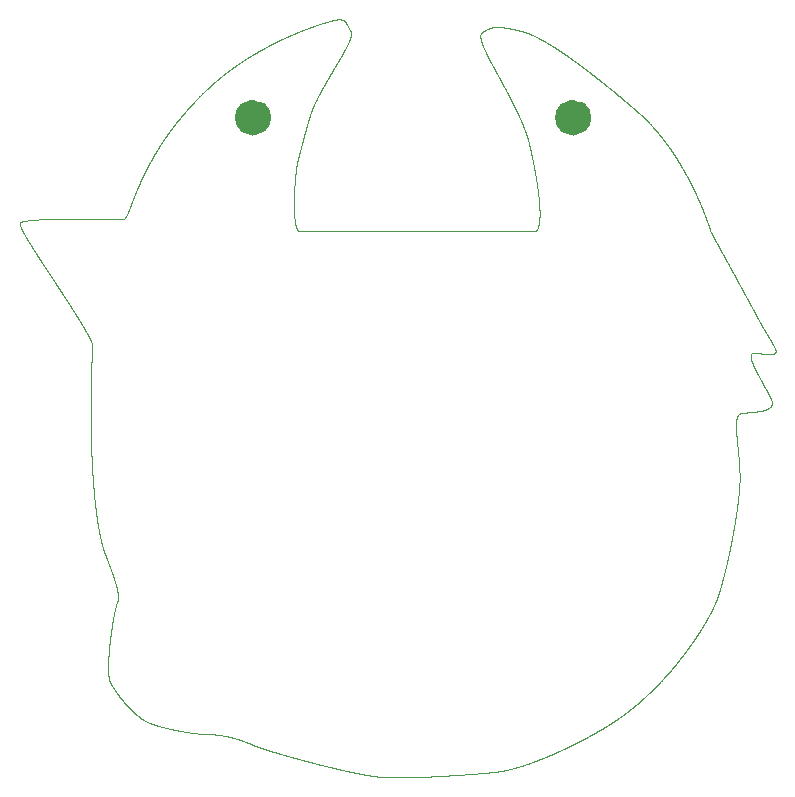
<source format=gbr>
%TF.GenerationSoftware,KiCad,Pcbnew,(6.0.9)*%
%TF.CreationDate,2023-10-21T14:44:12-07:00*%
%TF.ProjectId,pegoste2023,7065676f-7374-4653-9230-32332e6b6963,rev?*%
%TF.SameCoordinates,Original*%
%TF.FileFunction,Profile,NP*%
%FSLAX46Y46*%
G04 Gerber Fmt 4.6, Leading zero omitted, Abs format (unit mm)*
G04 Created by KiCad (PCBNEW (6.0.9)) date 2023-10-21 14:44:12*
%MOMM*%
%LPD*%
G01*
G04 APERTURE LIST*
%TA.AperFunction,Profile*%
%ADD10C,1.550000*%
%TD*%
%TA.AperFunction,Profile*%
%ADD11C,0.100000*%
%TD*%
G04 APERTURE END LIST*
D10*
X131530965Y-68221019D02*
G75*
G03*
X131530965Y-68221019I-775000J0D01*
G01*
X158643150Y-68221019D02*
G75*
G03*
X158643150Y-68221019I-775000J0D01*
G01*
D11*
%TO.C,Ref\u002A\u002A*%
X140474769Y-77863844D02*
X140446289Y-77863844D01*
X136445715Y-60299863D02*
X136419325Y-60308393D01*
X172886762Y-88488950D02*
X172884156Y-88461290D01*
X154956871Y-75149084D02*
X154959466Y-75177474D01*
X131319775Y-62569547D02*
X131295375Y-62583413D01*
X134233970Y-76250974D02*
X134232670Y-76223744D01*
X137897089Y-77863844D02*
X137869229Y-77863844D01*
X114387193Y-76795618D02*
X114359132Y-76796037D01*
X134901540Y-70456434D02*
X134908840Y-70428994D01*
X115131168Y-76788915D02*
X115103625Y-76789019D01*
X135425947Y-122749006D02*
X135452857Y-122756106D01*
X130323355Y-63163171D02*
X130300625Y-63177436D01*
X153134378Y-67796604D02*
X153146008Y-67821124D01*
X124261277Y-120090876D02*
X124288507Y-120096276D01*
X139539917Y-123725206D02*
X139567357Y-123730706D01*
X123484445Y-69697092D02*
X123468735Y-69719292D01*
X150477179Y-77863844D02*
X150449639Y-77863844D01*
X111027163Y-77338176D02*
X111036173Y-77364476D01*
X135083540Y-69776784D02*
X135090740Y-69749974D01*
X123964927Y-120029276D02*
X123991327Y-120034976D01*
X114699374Y-83258946D02*
X114714978Y-83282826D01*
X152720088Y-66951984D02*
X152732758Y-66976904D01*
X128552327Y-120613226D02*
X128579247Y-120619026D01*
X143960959Y-77863844D02*
X143933309Y-77863844D01*
X150306328Y-62345477D02*
X150317638Y-62371123D01*
X157783897Y-121344380D02*
X157809347Y-121331810D01*
X158105327Y-121184360D02*
X158129107Y-121172320D01*
X143795799Y-77863844D02*
X143768469Y-77863844D01*
X121766887Y-119378726D02*
X121791377Y-119390866D01*
X154453128Y-71920524D02*
X154458628Y-71947644D01*
X154870839Y-77542084D02*
X154860269Y-77567654D01*
X117371762Y-100837576D02*
X117374692Y-100864596D01*
X155931607Y-122195120D02*
X155957367Y-122184120D01*
X160596631Y-65455301D02*
X160574951Y-65437807D01*
X117043953Y-95591086D02*
X117044686Y-95619576D01*
X134559557Y-122516406D02*
X134568757Y-122518906D01*
X171937891Y-99382370D02*
X171939470Y-99355350D01*
X112537948Y-76858775D02*
X112509563Y-76860574D01*
X134736335Y-60923133D02*
X134710995Y-60933354D01*
X118488567Y-114630636D02*
X118488253Y-114657846D01*
X135298925Y-60703043D02*
X135273165Y-60712813D01*
X171015957Y-105319800D02*
X171021857Y-105292990D01*
X140389739Y-77863844D02*
X140361569Y-77863844D01*
X121335245Y-73406972D02*
X121323935Y-73431372D01*
X174604785Y-87131732D02*
X174591105Y-87108262D01*
X150406797Y-123703542D02*
X150434247Y-123701042D01*
X171950471Y-99108540D02*
X171951382Y-99080160D01*
X173733472Y-90401090D02*
X173720422Y-90377110D01*
X164949257Y-116305010D02*
X164968847Y-116284910D01*
X164117071Y-68488767D02*
X164097491Y-68468977D01*
X164301017Y-116945100D02*
X164321127Y-116925930D01*
X168262921Y-74719727D02*
X168251191Y-74694487D01*
X171295757Y-103958580D02*
X171300957Y-103931560D01*
X120605195Y-75139581D02*
X120595395Y-75165111D01*
X119081248Y-109841006D02*
X119075148Y-109867396D01*
X145838927Y-124013461D02*
X145867107Y-124012061D01*
X160186557Y-120050000D02*
X160210967Y-120035540D01*
X156761051Y-62591555D02*
X156738431Y-62576566D01*
X131478047Y-121606706D02*
X131504227Y-121615306D01*
X117012221Y-93680956D02*
X117012431Y-93708076D01*
X111132731Y-77594676D02*
X111144461Y-77619596D01*
X135670740Y-67756534D02*
X135679440Y-67730544D01*
X134236666Y-76305434D02*
X134235270Y-76278204D01*
X160574951Y-65437807D02*
X160553381Y-65420318D01*
X151264978Y-64232013D02*
X151277968Y-64255995D01*
X114914280Y-76790172D02*
X114886528Y-76790382D01*
X123308715Y-69948732D02*
X123292905Y-69971772D01*
X144796269Y-77863844D02*
X144768729Y-77863844D01*
X134068315Y-61202629D02*
X134042445Y-61213856D01*
X125020007Y-120229076D02*
X125046927Y-120233476D01*
X137463997Y-123263606D02*
X137490697Y-123270006D01*
X134343578Y-73126934D02*
X134346383Y-73099284D01*
X114455364Y-82886126D02*
X114470026Y-82908436D01*
X119293775Y-108439446D02*
X119297975Y-108466446D01*
X171575157Y-102378160D02*
X171579457Y-102351560D01*
X134534855Y-61005394D02*
X134509725Y-61015740D01*
X169623517Y-109895120D02*
X169635877Y-109870200D01*
X153002438Y-67520774D02*
X153014368Y-67545364D01*
X122764667Y-119731676D02*
X122791057Y-119739176D01*
X118864975Y-106895506D02*
X118873875Y-106921046D01*
X137061847Y-123166006D02*
X137088557Y-123172606D01*
X131271075Y-62597227D02*
X131246885Y-62611008D01*
X123907045Y-69118172D02*
X123890285Y-69140372D01*
X146400249Y-77863844D02*
X146372179Y-77863844D01*
X111347835Y-78011906D02*
X111361559Y-78036626D01*
X163913417Y-117306820D02*
X163933837Y-117288180D01*
X152834131Y-60749712D02*
X152807521Y-60744232D01*
X154664601Y-61355484D02*
X154639481Y-61343216D01*
X154426228Y-71787734D02*
X154431628Y-71814134D01*
X141860179Y-77863844D02*
X141831689Y-77863844D01*
X153273448Y-68096024D02*
X153284648Y-68120624D01*
X154580789Y-77855544D02*
X154553759Y-77860744D01*
X118698175Y-106427576D02*
X118707575Y-106453236D01*
X120673647Y-118592846D02*
X120694487Y-118611806D01*
X154787728Y-73804124D02*
X154791928Y-73831454D01*
X173444681Y-85105097D02*
X173431121Y-85080277D01*
X160850691Y-65661398D02*
X160829431Y-65644118D01*
X127807365Y-64976587D02*
X127786205Y-64994290D01*
X137133960Y-64881911D02*
X137147680Y-64858243D01*
X157126971Y-62838888D02*
X157104041Y-62823219D01*
X166302731Y-71200867D02*
X166286921Y-71177297D01*
X160352457Y-119951230D02*
X160376127Y-119936990D01*
X165481497Y-115744960D02*
X165500667Y-115724220D01*
X115530178Y-76788077D02*
X115503578Y-76788077D01*
X171635501Y-81787737D02*
X171622161Y-81763227D01*
X125972117Y-120363476D02*
X125999777Y-120366576D01*
X133511585Y-61450685D02*
X133486975Y-61461974D01*
X152376691Y-60660722D02*
X152349561Y-60655912D01*
X124472605Y-68394522D02*
X124454595Y-68416722D01*
X156738431Y-62576566D02*
X156716121Y-62561704D01*
X154139128Y-70488324D02*
X154145628Y-70516184D01*
X123695787Y-119969376D02*
X123722177Y-119975376D01*
X167090661Y-72464597D02*
X167076631Y-72440507D01*
X125579475Y-67117282D02*
X125559995Y-67138332D01*
X120860065Y-74498422D02*
X120849595Y-74523872D01*
X114244237Y-82564526D02*
X114259632Y-82588086D01*
X155350167Y-122436630D02*
X155375827Y-122426160D01*
X114910815Y-83583186D02*
X114926314Y-83606956D01*
X129565447Y-120883926D02*
X129592477Y-120892526D01*
X146484559Y-77863844D02*
X146456489Y-77863844D01*
X154824028Y-74049494D02*
X154827928Y-74076934D01*
X164077901Y-68449177D02*
X164058231Y-68429507D01*
X122060615Y-71970952D02*
X122047105Y-71995542D01*
X171818790Y-96433390D02*
X171816000Y-96405530D01*
X154322328Y-71297414D02*
X154328228Y-71324634D01*
X123454307Y-119912576D02*
X123480177Y-119918776D01*
X152515017Y-123391480D02*
X152542347Y-123384580D01*
X154983157Y-75454264D02*
X154985361Y-75481914D01*
X128928597Y-120701626D02*
X128955207Y-120708426D01*
X171954838Y-98939810D02*
X171955320Y-98911950D01*
X138092370Y-63260653D02*
X138106080Y-63237379D01*
X151149807Y-123631680D02*
X151177647Y-123628738D01*
X117108479Y-88442486D02*
X117107119Y-88469506D01*
X171909253Y-99765370D02*
X171911632Y-99737810D01*
X173877402Y-88209482D02*
X173886702Y-88210320D01*
X135163440Y-69483134D02*
X135170840Y-69456114D01*
X118669575Y-106349656D02*
X118679175Y-106375836D01*
X119103275Y-107634236D02*
X119110875Y-107660396D01*
X115976606Y-85254406D02*
X115991272Y-85278076D01*
X173497211Y-85201457D02*
X173484341Y-85177787D01*
X117143790Y-87452746D02*
X117150070Y-87480076D01*
X154263428Y-71030904D02*
X154269328Y-71057194D01*
X118646777Y-116025806D02*
X118659537Y-116050006D01*
X170649781Y-79980147D02*
X170636271Y-79955427D01*
X116020176Y-85324886D02*
X116034413Y-85347826D01*
X152296371Y-60646652D02*
X152269131Y-60642012D01*
X132789415Y-61793431D02*
X132763965Y-61805968D01*
X134275168Y-73956054D02*
X134276968Y-73929234D01*
X122099677Y-119519176D02*
X122126067Y-119528576D01*
X117060500Y-96147526D02*
X117061338Y-96174646D01*
X136457749Y-77863844D02*
X136429269Y-77863844D01*
X139810217Y-123777906D02*
X139837237Y-123783006D01*
X119699805Y-76843582D02*
X119672795Y-76843372D01*
X174098835Y-86280052D02*
X174084985Y-86256512D01*
X119321912Y-108660496D02*
X119324208Y-108688156D01*
X158570007Y-120946230D02*
X158594517Y-120933450D01*
X117121594Y-88193886D02*
X117120124Y-88220786D01*
X167106237Y-113819780D02*
X167123307Y-113797680D01*
X147483179Y-77863844D02*
X147456059Y-77863844D01*
X130625277Y-121280566D02*
X130651257Y-121291976D01*
X164309341Y-68687117D02*
X164290481Y-68667417D01*
X171534957Y-102624270D02*
X171539457Y-102597040D01*
X117144113Y-98025466D02*
X117145683Y-98052586D01*
X117090563Y-88828796D02*
X117089413Y-88855916D01*
X115399992Y-84340386D02*
X115414858Y-84363536D01*
X172824311Y-83967577D02*
X172811291Y-83943697D01*
X114276080Y-76797294D02*
X114248857Y-76797713D01*
X124144255Y-68808082D02*
X124127705Y-68829342D01*
X167875057Y-112775750D02*
X167891067Y-112752830D01*
X134842097Y-122593006D02*
X134869117Y-122600306D01*
X168341837Y-112089490D02*
X168356907Y-112066580D01*
X164903011Y-69345407D02*
X164885231Y-69324587D01*
X171680257Y-101694720D02*
X171684157Y-101668000D01*
X145785017Y-124016061D02*
X145829527Y-124013880D01*
X126053487Y-120372376D02*
X126080937Y-120375318D01*
X142963567Y-124091497D02*
X142991317Y-124091497D01*
X112069189Y-76894284D02*
X112041855Y-76896788D01*
X167819161Y-73805137D02*
X167806491Y-73780317D01*
X158644557Y-120907370D02*
X158669597Y-120894170D01*
X128820747Y-120674826D02*
X128847127Y-120681226D01*
X150969899Y-77863844D02*
X150942779Y-77863844D01*
X157356401Y-62997530D02*
X157334111Y-62981959D01*
X155195057Y-122498850D02*
X155221027Y-122488480D01*
X134305089Y-77040584D02*
X134300989Y-77012624D01*
X166534417Y-114537140D02*
X166552637Y-114515040D01*
X134248964Y-74400404D02*
X134250364Y-74372774D01*
X150100777Y-123730347D02*
X150128747Y-123727947D01*
X131540835Y-62445608D02*
X131516535Y-62459139D01*
X152960699Y-77863844D02*
X152933259Y-77863844D01*
X151405729Y-77863844D02*
X151377039Y-77863844D01*
X121734875Y-72585822D02*
X121722515Y-72610022D01*
X170944557Y-105640670D02*
X170950457Y-105614270D01*
X152322951Y-60651262D02*
X152296371Y-60646652D01*
X165777277Y-115419540D02*
X165795277Y-115399340D01*
X124227845Y-68700852D02*
X124210985Y-68722422D01*
X155324507Y-122447000D02*
X155350167Y-122436630D01*
X139066143Y-61055334D02*
X139061785Y-61028111D01*
X146604577Y-123973780D02*
X146613977Y-123973256D01*
X122166385Y-71780462D02*
X122152875Y-71804442D01*
X126823187Y-120429833D02*
X126850757Y-120430671D01*
X153042069Y-77863844D02*
X153015049Y-77863844D01*
X127283185Y-65428898D02*
X127262325Y-65447544D01*
X163462767Y-117708440D02*
X163483407Y-117690430D01*
X159613297Y-120380920D02*
X159638117Y-120366890D01*
X170516657Y-107383590D02*
X170523657Y-107357200D01*
X174675152Y-92248740D02*
X174669452Y-92222150D01*
X111230337Y-77792096D02*
X111243004Y-77816596D01*
X166813537Y-114192880D02*
X166830487Y-114171640D01*
X138477220Y-62588282D02*
X138490410Y-62564469D01*
X170862591Y-80370377D02*
X170849191Y-80345867D01*
X120473537Y-118403616D02*
X120493097Y-118422666D01*
X154954166Y-75121134D02*
X154956871Y-75149084D01*
X118496216Y-115183156D02*
X118497581Y-115210996D01*
X137050070Y-65026223D02*
X137064210Y-65001822D01*
X170677111Y-80030307D02*
X170663391Y-80005067D01*
X121966135Y-72144692D02*
X121953045Y-72169102D01*
X127183667Y-120435698D02*
X127211217Y-120436640D01*
X174507995Y-86965972D02*
X174493745Y-86941672D01*
X166934907Y-114039690D02*
X166951977Y-114018010D01*
X129239295Y-63882067D02*
X129217105Y-63897680D01*
X137890460Y-63602958D02*
X137904600Y-63579122D01*
X166865677Y-114127240D02*
X166883167Y-114105250D01*
X119110557Y-116772446D02*
X119125847Y-116794546D01*
X171249021Y-81079067D02*
X171235421Y-81054037D01*
X150231458Y-62168500D02*
X150241718Y-62193506D01*
X154202828Y-70763444D02*
X154209028Y-70790564D01*
X150806529Y-77863844D02*
X150779299Y-77863844D01*
X114972079Y-83677426D02*
X114987264Y-83700676D01*
X113972692Y-76802844D02*
X113945673Y-76803473D01*
X144128319Y-77863844D02*
X144100249Y-77863844D01*
X166749691Y-71896047D02*
X166735031Y-71872377D01*
X161785877Y-119027010D02*
X161808597Y-119011100D01*
X121220155Y-73658922D02*
X121208635Y-73684482D01*
X129035517Y-120729326D02*
X129062647Y-120736526D01*
X133786495Y-61326458D02*
X133761255Y-61337737D01*
X148351067Y-123864880D02*
X148378397Y-123862980D01*
X113188600Y-80958436D02*
X113203681Y-80981476D01*
X117087123Y-96866486D02*
X117088273Y-96893616D01*
X117488549Y-101797576D02*
X117492319Y-101825016D01*
X130242527Y-121122886D02*
X130268287Y-121132936D01*
X154996746Y-76948054D02*
X154994047Y-76975484D01*
X137925259Y-77863844D02*
X137897089Y-77863844D01*
X122152875Y-71804442D02*
X122139565Y-71828322D01*
X136069897Y-122916706D02*
X136096077Y-122923506D01*
X118794148Y-111400866D02*
X118789948Y-111428406D01*
X131400237Y-121580906D02*
X131426437Y-121589706D01*
X170680257Y-106753250D02*
X170687057Y-106725810D01*
X117752219Y-103406476D02*
X117757669Y-103434026D01*
X137973467Y-123384006D02*
X138000697Y-123390306D01*
X122047105Y-71995542D02*
X122033385Y-72020682D01*
X123154345Y-70175592D02*
X123139365Y-70197902D01*
X157036271Y-62776966D02*
X157013961Y-62761800D01*
X126207435Y-66459619D02*
X126187535Y-66479721D01*
X169924527Y-109239230D02*
X169935097Y-109213260D01*
X117010336Y-92519096D02*
X117010232Y-92547576D01*
X135496640Y-68311674D02*
X135504440Y-68285704D01*
X137343599Y-77863844D02*
X137315639Y-77863844D01*
X172513048Y-93199702D02*
X172541098Y-93197407D01*
X121074575Y-73988822D02*
X121063475Y-74014482D01*
X117009603Y-93055726D02*
X117009603Y-93083686D01*
X174273562Y-88239806D02*
X174300962Y-88241200D01*
X169355317Y-110409080D02*
X169368297Y-110385110D01*
X125373437Y-120284576D02*
X125401197Y-120288676D01*
X118234589Y-105193906D02*
X118244529Y-105220406D01*
X153792628Y-69348114D02*
X153802128Y-69374184D01*
X117190878Y-98769946D02*
X117192768Y-98797286D01*
X174141848Y-92963740D02*
X174167788Y-92954440D01*
X167325441Y-72877007D02*
X167312251Y-72853357D01*
X114761371Y-83353726D02*
X114776661Y-83377186D01*
X130769835Y-62889835D02*
X130746265Y-62903963D01*
X172316788Y-93217597D02*
X172344708Y-93214798D01*
X172537051Y-83440817D02*
X172524031Y-83416937D01*
X134239759Y-74593094D02*
X134240959Y-74565964D01*
X164628861Y-69032607D02*
X164610631Y-69012287D01*
X173562402Y-90085980D02*
X173549462Y-90061780D01*
X151427457Y-123600480D02*
X151454477Y-123597280D01*
X164461511Y-68849137D02*
X164442131Y-68828297D01*
X174523548Y-92751190D02*
X174543318Y-92731830D01*
X171357457Y-103632060D02*
X171362557Y-103604720D01*
X145018189Y-77863844D02*
X144990329Y-77863844D01*
X116788030Y-86641306D02*
X116800911Y-86665716D01*
X150008231Y-61404019D02*
X150010941Y-61430977D01*
X117092869Y-88775076D02*
X117091719Y-88801776D01*
X150295228Y-62319925D02*
X150306328Y-62345477D01*
X119945565Y-76693311D02*
X119929145Y-76715621D01*
X112257170Y-79517776D02*
X112271832Y-79541016D01*
X168026701Y-74222567D02*
X168014771Y-74198267D01*
X169998181Y-78785407D02*
X169984781Y-78760587D01*
X158210891Y-63609295D02*
X158188371Y-63592789D01*
X169014071Y-76491397D02*
X169004021Y-76465317D01*
X171916015Y-97562960D02*
X171914204Y-97535310D01*
X117123164Y-88165996D02*
X117121594Y-88193886D01*
X167157037Y-113753790D02*
X167173587Y-113732000D01*
X171745358Y-93553670D02*
X171755558Y-93528540D01*
X117010441Y-92490506D02*
X117010336Y-92519096D01*
X171929028Y-99518400D02*
X171930996Y-99491070D01*
X117442339Y-101441526D02*
X117445799Y-101469276D01*
X137064210Y-65001822D02*
X137078350Y-64977525D01*
X163504037Y-117672420D02*
X163524567Y-117654510D01*
X171894216Y-99932710D02*
X171896837Y-99904660D01*
X135762240Y-67495554D02*
X135771840Y-67470214D01*
X153562401Y-60914822D02*
X153534851Y-60907092D01*
X173226448Y-93138598D02*
X173253298Y-93135898D01*
X139069808Y-61111336D02*
X139068761Y-61083574D01*
X117412169Y-101193206D02*
X117415519Y-101221276D01*
X171548457Y-102542810D02*
X171552957Y-102514640D01*
X136308867Y-122977906D02*
X136335367Y-122984606D01*
X118754375Y-106582556D02*
X118763775Y-106608736D01*
X121130825Y-73859802D02*
X121119715Y-73885142D01*
X133536305Y-61439385D02*
X133511585Y-61450685D01*
X111750826Y-78703726D02*
X111765488Y-78727916D01*
X170756291Y-80175367D02*
X170742781Y-80150647D01*
X138737865Y-60391550D02*
X138725305Y-60367309D01*
X134244759Y-74483454D02*
X134246159Y-74455494D01*
X122113175Y-71875862D02*
X122100085Y-71899432D01*
X117010336Y-93333776D02*
X117010441Y-93361426D01*
X171258157Y-104152450D02*
X171263657Y-104124380D01*
X130804697Y-121361096D02*
X130828607Y-121372206D01*
X117030444Y-90801696D02*
X117029920Y-90829136D01*
X128151375Y-64696140D02*
X128129915Y-64713310D01*
X135148440Y-69538014D02*
X135156040Y-69510464D01*
X151072168Y-63874761D02*
X151085468Y-63899403D01*
X137806470Y-63744423D02*
X137820820Y-63720346D01*
X118744875Y-106556166D02*
X118754375Y-106582556D01*
X128579247Y-120619026D02*
X128605847Y-120624926D01*
X155469311Y-61785844D02*
X155444901Y-61771828D01*
X126424835Y-66241575D02*
X126405155Y-66261054D01*
X170932457Y-105693770D02*
X170938557Y-105667170D01*
X112703618Y-76848870D02*
X112676493Y-76850369D01*
X116180086Y-85586286D02*
X116194229Y-85609646D01*
X117088273Y-96893616D02*
X117089428Y-96920736D01*
X154106828Y-70354084D02*
X154113528Y-70380884D01*
X142935917Y-124091497D02*
X142963567Y-124091497D01*
X125097375Y-67653292D02*
X125079785Y-67673402D01*
X130111495Y-63297287D02*
X130088455Y-63312064D01*
X131198915Y-62638468D02*
X131175135Y-62652147D01*
X170570091Y-79834057D02*
X170556581Y-79809137D01*
X145467579Y-77863844D02*
X145440769Y-77863844D01*
X150074198Y-61727676D02*
X150082198Y-61754553D01*
X169328807Y-110457690D02*
X169342217Y-110433070D01*
X123134247Y-119832376D02*
X123161577Y-119839376D01*
X134218697Y-75505764D02*
X134218802Y-75478434D01*
X148765977Y-123835480D02*
X148793097Y-123833480D01*
X117731069Y-103298286D02*
X117736409Y-103325736D01*
X134690540Y-71260424D02*
X134697340Y-71234034D01*
X173877288Y-93038540D02*
X173904108Y-93032340D01*
X127926487Y-120501826D02*
X127954027Y-120505726D01*
X168097801Y-74369817D02*
X168085971Y-74345107D01*
X117026778Y-90993976D02*
X117026359Y-91021516D01*
X153971028Y-69872584D02*
X153979228Y-69898754D01*
X168727341Y-75775597D02*
X168716551Y-75749727D01*
X151941231Y-60593172D02*
X151914101Y-60589832D01*
X150340468Y-62422615D02*
X150352088Y-62448481D01*
X112260939Y-76878179D02*
X112233604Y-76880279D01*
X171705884Y-95307660D02*
X171703395Y-95280430D01*
X123802797Y-119993576D02*
X123830237Y-119999776D01*
X135141140Y-69564914D02*
X135148440Y-69538014D01*
X171827957Y-100567960D02*
X171831157Y-100540440D01*
X117745325Y-76807452D02*
X117717049Y-76807033D01*
X150403181Y-60847009D02*
X150380121Y-60861265D01*
X129302907Y-120803626D02*
X129329207Y-120811326D01*
X155776727Y-122260680D02*
X155801737Y-122250220D01*
X139047585Y-60976010D02*
X139036625Y-60950322D01*
X117266311Y-76800435D02*
X117238349Y-76800017D01*
X124421707Y-120122276D02*
X124449047Y-120127476D01*
X117037565Y-90468676D02*
X117036937Y-90497266D01*
X124261885Y-68657702D02*
X124244815Y-68679282D01*
X138269095Y-59928978D02*
X138242385Y-59924198D01*
X121992745Y-72095462D02*
X121979435Y-72120082D01*
X162430697Y-118554500D02*
X162451857Y-118538160D01*
X118689448Y-112143696D02*
X118685848Y-112171426D01*
X135170840Y-69456114D02*
X135178240Y-69429404D01*
X138839599Y-77863844D02*
X138811319Y-77863844D01*
X169235771Y-77089997D02*
X169226271Y-77063197D01*
X121063475Y-74014482D02*
X121052575Y-74039832D01*
X121142135Y-73834242D02*
X121130825Y-73859802D01*
X152376368Y-66287578D02*
X152389568Y-66312602D01*
X112950033Y-80593266D02*
X112964799Y-80615786D01*
X117024265Y-94683666D02*
X117024684Y-94711736D01*
X137636820Y-64029665D02*
X137651270Y-64005410D01*
X152159991Y-60624242D02*
X152133201Y-60620092D01*
X154910628Y-74709474D02*
X154913728Y-74736704D01*
X167305747Y-113558150D02*
X167322407Y-113535950D01*
X143547637Y-124087727D02*
X143575397Y-124087308D01*
X118529517Y-115571066D02*
X118533187Y-115597656D01*
X169881577Y-109341540D02*
X169892577Y-109315890D01*
X151787007Y-123547480D02*
X151813497Y-123542880D01*
X117023113Y-91214296D02*
X117022694Y-91241836D01*
X120469715Y-75493111D02*
X120460215Y-75518031D01*
X135082347Y-122657606D02*
X135108737Y-122664706D01*
X127842377Y-120490326D02*
X127870657Y-120494126D01*
X135055957Y-122650606D02*
X135082347Y-122657606D01*
X126346815Y-66319281D02*
X126327435Y-66338655D01*
X113038213Y-80728476D02*
X113052875Y-80750886D01*
X117025836Y-91049056D02*
X117025312Y-91076596D01*
X151728818Y-65083225D02*
X151742118Y-65107626D01*
X150547291Y-60765669D02*
X150522271Y-60778857D01*
X111931265Y-76907488D02*
X111903822Y-76910346D01*
X173694172Y-90329370D02*
X173680622Y-90304340D01*
X152285788Y-66116349D02*
X152298458Y-66140122D01*
X119504647Y-117309386D02*
X119521387Y-117330736D01*
X112053378Y-79194406D02*
X112067725Y-79217346D01*
X124313515Y-68592562D02*
X124296235Y-68614342D01*
X133736015Y-61349027D02*
X133710875Y-61360317D01*
X142029007Y-124073525D02*
X142056337Y-124074720D01*
X111469218Y-78227436D02*
X111483147Y-78251736D01*
X120776377Y-118684916D02*
X120797307Y-118703336D01*
X171955215Y-98474410D02*
X171954744Y-98446230D01*
X118502706Y-115295736D02*
X118504596Y-115323686D01*
X160744901Y-65575413D02*
X160723861Y-65558343D01*
X174612268Y-92645680D02*
X174626268Y-92622250D01*
X154919828Y-74790434D02*
X154922771Y-74817434D01*
X151348449Y-77863844D02*
X151319759Y-77863844D01*
X138513327Y-123507206D02*
X138539627Y-123513006D01*
X116822063Y-76795094D02*
X116794625Y-76794780D01*
X154481189Y-77863844D02*
X154453859Y-77863844D01*
X164116577Y-117119150D02*
X164137417Y-117099670D01*
X173503452Y-88180406D02*
X173531502Y-88182106D01*
X137490697Y-123270006D02*
X137517197Y-123276406D01*
X115932307Y-85182786D02*
X115946765Y-85206216D01*
X153634048Y-68934664D02*
X153644248Y-68959894D01*
X154934871Y-74929794D02*
X154937828Y-74957764D01*
X171723157Y-101391840D02*
X171726857Y-101365130D01*
X145037477Y-124048166D02*
X145064807Y-124047165D01*
X154196628Y-70736314D02*
X154202828Y-70763444D01*
X161790411Y-66437102D02*
X161769051Y-66419304D01*
X122033385Y-72020682D02*
X122019765Y-72045712D01*
X118534035Y-113661686D02*
X118532050Y-113690176D01*
X159181921Y-64339015D02*
X159160131Y-64322259D01*
X144788847Y-124056879D02*
X144816807Y-124055937D01*
X171810410Y-96350640D02*
X171807711Y-96323410D01*
X139919137Y-123798406D02*
X139945847Y-123803406D01*
X152457741Y-60675492D02*
X152431031Y-60670582D01*
X152134257Y-123480180D02*
X152161277Y-123474380D01*
X171648901Y-81812247D02*
X171635501Y-81787737D01*
X138944157Y-123601706D02*
X138971257Y-123607606D01*
X172247511Y-82909977D02*
X172233961Y-82885057D01*
X173971625Y-86064752D02*
X173957575Y-86040652D01*
X118789948Y-111428406D02*
X118785748Y-111455746D01*
X153929489Y-77863844D02*
X153901739Y-77863844D01*
X173904108Y-93032340D02*
X173931488Y-93025640D01*
X172733001Y-83800117D02*
X172719931Y-83776137D01*
X171488021Y-81517237D02*
X171474571Y-81492627D01*
X113831512Y-81937106D02*
X113847116Y-81960876D01*
X150273448Y-62269083D02*
X150284238Y-62294457D01*
X113255523Y-76823218D02*
X113228295Y-76824218D01*
X173002362Y-88915570D02*
X172992662Y-88889490D01*
X172789928Y-93177407D02*
X172817048Y-93175207D01*
X117359929Y-100727706D02*
X117362862Y-100755456D01*
X122047207Y-119500276D02*
X122073387Y-119509776D01*
X134256463Y-74260484D02*
X134257964Y-74233144D01*
X136588260Y-65843083D02*
X136601250Y-65819520D01*
X152075559Y-77863844D02*
X152048439Y-77863844D01*
X165705337Y-115499560D02*
X165723457Y-115479450D01*
X171798457Y-100816480D02*
X171801957Y-100788940D01*
X151227961Y-60566817D02*
X151200841Y-60569414D01*
X171728061Y-81957397D02*
X171715151Y-81933727D01*
X124418875Y-68460922D02*
X124401075Y-68483022D01*
X172301961Y-83009777D02*
X172288311Y-82984747D01*
X163483407Y-117690430D02*
X163504037Y-117672420D01*
X117010965Y-93489836D02*
X117011174Y-93517276D01*
X154286728Y-71135744D02*
X154292628Y-71162114D01*
X154957837Y-122592180D02*
X154984437Y-122581810D01*
X173835255Y-85825552D02*
X173822085Y-85801562D01*
X119294445Y-76836879D02*
X119265955Y-76836251D01*
X135544640Y-68153434D02*
X135552740Y-68127164D01*
X132807617Y-122019106D02*
X132834837Y-122027206D01*
X119106848Y-109732906D02*
X119100148Y-109760546D01*
X138119790Y-63213796D02*
X138134140Y-63189360D01*
X137344585Y-60035983D02*
X137317565Y-60042983D01*
X140764447Y-123943506D02*
X140791777Y-123947706D01*
X162644831Y-67158877D02*
X162624201Y-67141387D01*
X166239901Y-71107647D02*
X166224401Y-71084607D01*
X154740528Y-73501464D02*
X154744828Y-73528694D01*
X134914265Y-60852017D02*
X134888715Y-60862123D01*
X120367705Y-75760151D02*
X120357645Y-75786341D01*
X117242072Y-99458916D02*
X117244377Y-99487296D01*
X161831337Y-118995170D02*
X161853537Y-118979470D01*
X154215228Y-70817584D02*
X154221328Y-70844494D01*
X169424471Y-77641697D02*
X169415571Y-77614467D01*
X154971861Y-75315624D02*
X154974161Y-75342434D01*
X138796650Y-61974428D02*
X138808380Y-61949589D01*
X135847739Y-77863844D02*
X135820619Y-77863844D01*
X114111454Y-76800121D02*
X114083283Y-76800645D01*
X163174111Y-67613177D02*
X163152331Y-67594427D01*
X135906650Y-67168374D02*
X135918270Y-67143864D01*
X171465657Y-103032680D02*
X171470357Y-103005450D01*
X125754517Y-120337476D02*
X125781627Y-120340976D01*
X170903211Y-80444937D02*
X170889601Y-80419907D01*
X135247405Y-60722593D02*
X135221745Y-60732413D01*
X151239549Y-77863844D02*
X151212739Y-77863844D01*
X164137417Y-117099670D02*
X164158157Y-117080190D01*
X127460147Y-120450959D02*
X127487897Y-120453059D01*
X172876261Y-84062767D02*
X172863301Y-84038997D01*
X159277437Y-120567830D02*
X159301737Y-120554420D01*
X118608776Y-112833736D02*
X118605946Y-112860446D01*
X119269875Y-108304346D02*
X119274975Y-108331166D01*
X119562535Y-76841801D02*
X119535015Y-76841382D01*
X118962848Y-110406946D02*
X118957848Y-110433546D01*
X152161277Y-123474380D02*
X152188397Y-123468380D01*
X134266051Y-76714144D02*
X134263551Y-76687124D01*
X136601250Y-65819520D02*
X136614240Y-65795957D01*
X171763557Y-101091380D02*
X171767057Y-101063860D01*
X116275812Y-76790487D02*
X116248060Y-76790277D01*
X121772475Y-72512402D02*
X121759905Y-72537012D01*
X167857071Y-73880117D02*
X167844401Y-73855087D01*
X126267445Y-66398873D02*
X126247335Y-66419195D01*
X134519540Y-71920954D02*
X134526340Y-71893704D01*
X134660515Y-60953859D02*
X134635275Y-60964143D01*
X134916040Y-70401554D02*
X134923240Y-70374324D01*
X154928828Y-74873024D02*
X154931928Y-74901514D01*
X117056939Y-96038506D02*
X117057777Y-96065946D01*
X135743040Y-67547604D02*
X135752540Y-67521864D01*
X157806841Y-63316060D02*
X157784951Y-63300391D01*
X158792557Y-120829330D02*
X158816747Y-120816550D01*
X117061652Y-89600286D02*
X117060710Y-89627616D01*
X115139640Y-83935886D02*
X115154616Y-83959026D01*
X135708559Y-77863844D02*
X135681019Y-77863844D01*
X130957167Y-121425106D02*
X130982627Y-121434806D01*
X171525757Y-102679460D02*
X171530357Y-102651710D01*
X154042728Y-70113104D02*
X154050428Y-70140344D01*
X129443735Y-63740015D02*
X129421025Y-63755671D01*
X142111199Y-77863844D02*
X142083449Y-77863844D01*
X126287655Y-66378666D02*
X126267445Y-66398873D01*
X129625755Y-63616211D02*
X129603235Y-63631377D01*
X123759785Y-69315792D02*
X123743865Y-69337472D01*
X138896679Y-77863844D02*
X138868089Y-77863844D01*
X121266135Y-73557252D02*
X121254825Y-73582072D01*
X138076205Y-59909583D02*
X138048655Y-59908902D01*
X136526697Y-123033006D02*
X136553617Y-123039706D01*
X123727945Y-69359152D02*
X123712125Y-69380722D01*
X154999451Y-76920394D02*
X154996746Y-76948054D01*
X166482697Y-114599750D02*
X166499877Y-114579010D01*
X134285989Y-76901174D02*
X134282989Y-76874784D01*
X111328771Y-76996046D02*
X111301758Y-77002146D01*
X155037437Y-122561070D02*
X155063837Y-122550700D01*
X113806910Y-76806614D02*
X113779258Y-76807243D01*
X139033349Y-77863844D02*
X139005699Y-77863844D01*
X138648230Y-62270686D02*
X138660910Y-62246350D01*
X158431541Y-63772183D02*
X158409541Y-63755845D01*
X173107522Y-89172560D02*
X173096232Y-89146580D01*
X118148919Y-104958596D02*
X118158449Y-104985396D01*
X162686091Y-67194167D02*
X162665461Y-67176467D01*
X135520540Y-68232504D02*
X135528540Y-68206324D01*
X135016375Y-60811793D02*
X134990815Y-60821825D01*
X150033598Y-61567577D02*
X150039698Y-61594911D01*
X154132628Y-70460464D02*
X154139128Y-70488324D01*
X145655989Y-77863844D02*
X145628969Y-77863844D01*
X166968837Y-113996440D02*
X166985697Y-113974970D01*
X113475872Y-76815725D02*
X113447701Y-76816668D01*
X173211082Y-89398330D02*
X173199012Y-89372870D01*
X157290837Y-121582700D02*
X157316077Y-121570760D01*
X160636577Y-119778540D02*
X160659827Y-119764290D01*
X117065946Y-96308916D02*
X117066888Y-96335916D01*
X152761427Y-123327580D02*
X152788867Y-123320180D01*
X117462989Y-101604566D02*
X117466659Y-101632426D01*
X134930440Y-70347204D02*
X134937640Y-70320184D01*
X119177075Y-107901266D02*
X119183875Y-107927556D01*
X171806561Y-82101387D02*
X171793361Y-82077197D01*
X165812531Y-70498757D02*
X165796211Y-70476467D01*
X150142398Y-61936499D02*
X150151898Y-61962971D01*
X118536125Y-113633956D02*
X118534035Y-113661686D01*
X111594366Y-78442256D02*
X111608190Y-78465706D01*
X145130359Y-77863844D02*
X145102289Y-77863844D01*
X158055071Y-63495537D02*
X158031931Y-63478675D01*
X121979435Y-72120082D02*
X121966135Y-72144692D01*
X168219307Y-112274020D02*
X168234807Y-112250790D01*
X129305815Y-63835468D02*
X129283395Y-63851097D01*
X124206087Y-120079776D02*
X124233837Y-120085476D01*
X169063371Y-76620617D02*
X169053671Y-76594957D01*
X155001856Y-76893074D02*
X154999451Y-76920394D01*
X166606687Y-114449160D02*
X166624487Y-114427280D01*
X111462722Y-76970046D02*
X111436221Y-76974746D01*
X121918487Y-119449316D02*
X121944477Y-119460316D01*
X120147507Y-118068266D02*
X120166357Y-118088586D01*
X118588037Y-115868486D02*
X118596007Y-115895276D01*
X174660558Y-92546880D02*
X174668958Y-92520600D01*
X148167439Y-77863844D02*
X148139899Y-77863844D01*
X140108897Y-123833306D02*
X140135487Y-123838106D01*
X130853627Y-121383316D02*
X130878847Y-121393996D01*
X158099451Y-63527789D02*
X158077561Y-63511786D01*
X135964770Y-67046464D02*
X135976490Y-67022274D01*
X147864889Y-77863844D02*
X147837559Y-77863844D01*
X131373847Y-121572106D02*
X131400237Y-121580906D01*
X148599577Y-123847380D02*
X148626487Y-123845480D01*
X130372057Y-121174286D02*
X130397947Y-121184766D01*
X148683147Y-123841480D02*
X148711107Y-123839380D01*
X130653365Y-62960005D02*
X130630425Y-62973903D01*
X126218837Y-120389119D02*
X126246497Y-120391714D01*
X130157995Y-63267542D02*
X130134745Y-63282446D01*
X118310729Y-105396986D02*
X118320259Y-105422226D01*
X174918095Y-87713802D02*
X174906425Y-87689202D01*
X157341107Y-121558720D02*
X157366137Y-121546880D01*
X134760827Y-122571106D02*
X134787957Y-122578406D01*
X153050708Y-67620784D02*
X153062538Y-67645394D01*
X129148845Y-63945826D02*
X129125595Y-63962385D01*
X123534087Y-119931676D02*
X123561417Y-119938176D01*
X140503359Y-77863844D02*
X140474769Y-77863844D01*
X135930899Y-77863844D02*
X135904089Y-77863844D01*
X118411800Y-76819181D02*
X118384781Y-76818658D01*
X143218119Y-77863844D02*
X143190469Y-77863844D01*
X117181448Y-98631286D02*
X117183328Y-98659246D01*
X150461557Y-123698538D02*
X150489747Y-123696042D01*
X153669291Y-60946742D02*
X153642911Y-60938612D01*
X114836983Y-83469756D02*
X114851959Y-83492696D01*
X137423535Y-60015953D02*
X137397465Y-60022463D01*
X129828017Y-120971026D02*
X129854077Y-120980126D01*
X135736939Y-77863844D02*
X135708559Y-77863844D01*
X137038749Y-77863844D02*
X137011729Y-77863844D01*
X170157061Y-79076647D02*
X170144281Y-79053187D01*
X153364568Y-68298244D02*
X153375458Y-68322954D01*
X135117040Y-69653414D02*
X135124040Y-69627544D01*
X157672811Y-63220366D02*
X157650391Y-63204373D01*
X165796211Y-70476467D02*
X165779251Y-70453327D01*
X122947957Y-119782776D02*
X122973927Y-119789876D01*
X155013642Y-75951504D02*
X155014747Y-75978844D01*
X152182188Y-65921765D02*
X152195388Y-65946480D01*
X173750692Y-88198719D02*
X173778512Y-88201015D01*
X118882875Y-106947236D02*
X118891975Y-106973716D01*
X144469209Y-77863844D02*
X144440509Y-77863844D01*
X171788357Y-100898170D02*
X171791757Y-100870510D01*
X148360979Y-77863844D02*
X148333329Y-77863844D01*
X174831825Y-87540792D02*
X174819175Y-87516602D01*
X173910722Y-90722430D02*
X173897242Y-90698130D01*
X112286598Y-79564266D02*
X112301364Y-79587306D01*
X159444367Y-120475470D02*
X159469087Y-120461750D01*
X139431947Y-123703706D02*
X139458767Y-123709106D01*
X137371979Y-77863844D02*
X137343599Y-77863844D01*
X132457247Y-121914106D02*
X132483847Y-121922106D01*
X144156389Y-77863844D02*
X144128319Y-77863844D01*
X171885089Y-97148430D02*
X171882878Y-97121410D01*
X172924168Y-93166407D02*
X172951938Y-93164106D01*
X146088907Y-124001061D02*
X146134257Y-123998780D01*
X138242917Y-123446106D02*
X138269937Y-123452306D01*
X116986481Y-87037906D02*
X116997896Y-87062926D01*
X117010022Y-92604446D02*
X117009917Y-92632826D01*
X119216975Y-108060656D02*
X119223175Y-108087036D01*
X171556261Y-81642377D02*
X171542481Y-81617137D01*
X169792227Y-109542930D02*
X169803757Y-109517590D01*
X137246377Y-123211106D02*
X137273187Y-123217606D01*
X172899562Y-88572090D02*
X172894562Y-88544770D01*
X172624838Y-93190502D02*
X172652648Y-93188307D01*
X171911632Y-99737810D02*
X171913921Y-99710480D01*
X154993361Y-75591964D02*
X154995256Y-75620144D01*
X164054487Y-117176940D02*
X164074787Y-117158110D01*
X163699651Y-68082017D02*
X163679531Y-68063147D01*
X171664714Y-94785830D02*
X171662957Y-94757450D01*
X134094285Y-61191403D02*
X134068315Y-61202629D01*
X151856269Y-77863844D02*
X151828519Y-77863844D01*
X169696827Y-109745570D02*
X169708867Y-109720650D01*
X119235675Y-108141496D02*
X119241675Y-108168106D01*
X151066767Y-123640338D02*
X151094297Y-123637480D01*
X122775405Y-70757632D02*
X122760745Y-70780772D01*
X139729797Y-123762506D02*
X139756197Y-123767506D01*
X121009845Y-74139632D02*
X120998955Y-74165192D01*
X164097491Y-68468977D02*
X164077901Y-68449177D01*
X144906859Y-77863844D02*
X144879109Y-77863844D01*
X168388017Y-112019130D02*
X168403307Y-111995870D01*
X126768097Y-120427890D02*
X126795977Y-120428890D01*
X118488463Y-114934126D02*
X118488986Y-114961236D01*
X146010979Y-77863844D02*
X145983439Y-77863844D01*
X134327689Y-77177034D02*
X134322889Y-77150224D01*
X137939415Y-59912299D02*
X137912205Y-59915443D01*
X155756351Y-61954352D02*
X155732471Y-61940105D01*
X115583693Y-76788077D02*
X115556883Y-76788077D01*
X139065780Y-61194692D02*
X139068217Y-61166630D01*
X160044677Y-120133350D02*
X160068237Y-120119630D01*
X126797045Y-65878907D02*
X126777355Y-65897862D01*
X135696840Y-67679154D02*
X135705940Y-67652644D01*
X158302307Y-121084460D02*
X158327337Y-121071580D01*
X138160597Y-123427306D02*
X138188247Y-123433606D01*
X154526649Y-77863482D02*
X154481189Y-77863844D01*
X147298577Y-123933480D02*
X147326857Y-123931680D01*
X118490138Y-115017266D02*
X118490871Y-115044506D01*
X168286271Y-74770407D02*
X168274551Y-74745067D01*
X171767057Y-101063860D02*
X171770757Y-101035780D01*
X155373461Y-61731153D02*
X155349911Y-61717817D01*
X112464420Y-79842626D02*
X112479291Y-79865976D01*
X114167898Y-76799074D02*
X114139940Y-76799598D01*
X173669961Y-85518247D02*
X173656411Y-85493327D01*
X170397511Y-79517457D02*
X170384311Y-79493367D01*
X134879640Y-70539174D02*
X134886940Y-70511524D01*
X173085262Y-89121220D02*
X173074502Y-89095900D01*
X139999977Y-123813406D02*
X140027187Y-123818406D01*
X174929685Y-87739062D02*
X174918095Y-87713802D01*
X169226271Y-77063197D02*
X169216771Y-77036587D01*
X150751859Y-77863844D02*
X150724529Y-77863844D01*
X158177997Y-121147710D02*
X158202607Y-121135150D01*
X111066440Y-77075336D02*
X111041515Y-77087346D01*
X165613577Y-115600840D02*
X165632117Y-115580520D01*
X137273187Y-123217606D02*
X137300297Y-123224206D01*
X134710529Y-77863844D02*
X134701229Y-77863844D01*
X165273421Y-69792937D02*
X165256041Y-69771257D01*
X157088817Y-121677880D02*
X157113437Y-121666260D01*
X150252088Y-62218597D02*
X150262668Y-62243793D01*
X119079977Y-116728036D02*
X119095267Y-116750246D01*
X127892295Y-64906210D02*
X127871345Y-64923500D01*
X127743705Y-65029893D02*
X127722225Y-65048015D01*
X147410847Y-123926580D02*
X147438497Y-123924880D01*
X126163537Y-120383718D02*
X126191407Y-120386414D01*
X147574217Y-123916380D02*
X147601967Y-123914580D01*
X117848779Y-103865256D02*
X117854959Y-103892606D01*
X117010546Y-92462016D02*
X117010441Y-92490506D01*
X134354882Y-73016544D02*
X134357683Y-72989434D01*
X154827928Y-74076934D02*
X154831828Y-74104164D01*
X171950042Y-98252050D02*
X171949194Y-98224720D01*
X172917562Y-88651970D02*
X172911062Y-88625400D01*
X159373687Y-120514730D02*
X159397257Y-120501640D01*
X129142017Y-120758026D02*
X129169257Y-120765526D01*
X116046881Y-76789229D02*
X116018186Y-76789019D01*
X134474340Y-72138254D02*
X134479340Y-72111114D01*
X128061907Y-120522026D02*
X128088797Y-120526326D01*
X170917031Y-80470277D02*
X170903211Y-80444937D01*
X169056947Y-110938580D02*
X169070677Y-110915010D01*
X153226817Y-123194180D02*
X153254147Y-123185980D01*
X130190667Y-121102826D02*
X130216967Y-121112886D01*
X174079432Y-91027250D02*
X174066202Y-91003370D01*
X126575827Y-120417699D02*
X126603687Y-120419505D01*
X146316259Y-77863844D02*
X146288299Y-77863844D01*
X173640562Y-90230810D02*
X173627552Y-90206720D01*
X152050128Y-65675762D02*
X152062998Y-65699541D01*
X174392078Y-92849350D02*
X174415158Y-92835020D01*
X127036655Y-65653222D02*
X127016435Y-65671973D01*
X167693061Y-73559837D02*
X167680491Y-73535647D01*
X117422119Y-101276686D02*
X117425369Y-101304126D01*
X148277929Y-77863844D02*
X148250279Y-77863844D01*
X173897242Y-90698130D02*
X173883842Y-90673940D01*
X159359771Y-64476211D02*
X159337251Y-64458722D01*
X118220571Y-76815621D02*
X118192923Y-76815097D01*
X152700181Y-60722402D02*
X152673471Y-60717062D01*
X174320512Y-91469230D02*
X174307182Y-91444410D01*
X130499197Y-121226646D02*
X130524447Y-121237326D01*
X115410891Y-76788077D02*
X115383353Y-76788182D01*
X118726977Y-116170576D02*
X118740377Y-116193716D01*
X172151548Y-93236040D02*
X172178628Y-93232640D01*
X154702929Y-77794284D02*
X154680419Y-77810974D01*
X174618455Y-87155612D02*
X174604785Y-87131732D01*
X127407185Y-65319046D02*
X127386765Y-65337059D01*
X139069599Y-61139055D02*
X139069808Y-61111336D01*
X142249749Y-77863844D02*
X142223049Y-77863844D01*
X135958439Y-77863844D02*
X135930899Y-77863844D01*
X115579172Y-84621256D02*
X115594043Y-84644716D01*
X152651877Y-123356580D02*
X152679217Y-123349380D01*
X148250279Y-77863844D02*
X148222629Y-77863844D01*
X138539627Y-123513006D02*
X138566307Y-123519006D01*
X140832399Y-77863844D02*
X140804859Y-77863844D01*
X152925957Y-123282480D02*
X152953387Y-123274680D01*
X150176111Y-60998385D02*
X150153271Y-61014865D01*
X154762459Y-77734424D02*
X154744259Y-77755384D01*
X137023070Y-65072926D02*
X137036470Y-65049787D01*
X111883090Y-78920216D02*
X111897437Y-78943376D01*
X169913947Y-109264880D02*
X169924527Y-109239230D01*
X138564389Y-77863844D02*
X138536219Y-77863844D01*
X116774620Y-86616166D02*
X116788030Y-86641306D01*
X157423021Y-63044055D02*
X157400711Y-63028438D01*
X164442131Y-68828297D02*
X164423071Y-68807867D01*
X156899631Y-62684461D02*
X156876071Y-62668624D01*
X134147227Y-122402906D02*
X134173927Y-122410306D01*
X120555275Y-75269321D02*
X120545225Y-75295401D01*
X113574304Y-81546046D02*
X113589280Y-81568986D01*
X136015089Y-77863844D02*
X135986399Y-77863844D01*
X118519567Y-115488856D02*
X118522607Y-115515976D01*
X144269389Y-77863844D02*
X144241009Y-77863844D01*
X157986061Y-63445285D02*
X157963231Y-63428758D01*
X123480177Y-119918776D02*
X123506547Y-119925176D01*
X117342542Y-100561616D02*
X117345262Y-100588326D01*
X169719081Y-78273507D02*
X169705881Y-78249207D01*
X170796921Y-80250037D02*
X170783621Y-80225527D01*
X167806491Y-73780317D02*
X167793921Y-73755497D01*
X130010137Y-121035526D02*
X130036307Y-121045026D01*
X117044686Y-95619576D02*
X117045524Y-95648066D01*
X143797097Y-124083642D02*
X143824747Y-124083223D01*
X173381792Y-89742360D02*
X173369382Y-89718060D01*
X151006078Y-63751056D02*
X151019278Y-63775866D01*
X171952335Y-98334580D02*
X171951613Y-98306930D01*
X167037007Y-113909220D02*
X167054497Y-113886700D01*
X135433640Y-68524384D02*
X135441440Y-68497774D01*
X166676791Y-71779057D02*
X166662341Y-71756017D01*
X127573805Y-65174205D02*
X127552975Y-65192114D01*
X124628525Y-68204132D02*
X124611345Y-68224982D01*
X165813817Y-115378600D02*
X165832247Y-115357860D01*
X151929248Y-65451966D02*
X151942448Y-65476367D01*
X135999740Y-66974194D02*
X136011570Y-66949914D01*
X173776151Y-85712937D02*
X173762891Y-85688637D01*
X150690218Y-63146942D02*
X150702268Y-63170683D01*
X167987227Y-112614890D02*
X168002737Y-112592370D01*
X172850311Y-84015227D02*
X172837321Y-83991347D01*
X149335979Y-77863844D02*
X149308119Y-77863844D01*
X121164015Y-73784722D02*
X121153125Y-73809332D01*
X174687974Y-92356830D02*
X174686365Y-92329070D01*
X117610309Y-102617366D02*
X117614819Y-102645026D01*
X168074131Y-74320497D02*
X168062301Y-74295987D01*
X169315617Y-110481870D02*
X169328807Y-110457690D01*
X122179895Y-71756372D02*
X122166385Y-71780462D01*
X135347889Y-77863844D02*
X135319509Y-77863844D01*
X113297935Y-81125156D02*
X113313539Y-81149036D01*
X149381827Y-123789047D02*
X149410317Y-123786847D01*
X118610935Y-106191116D02*
X118620625Y-106216956D01*
X117122938Y-97636946D02*
X117124403Y-97664146D01*
X121685775Y-72682372D02*
X121672985Y-72707922D01*
X148777679Y-77863844D02*
X148749819Y-77863844D01*
X172381591Y-83155757D02*
X172368731Y-83132197D01*
X150572011Y-60753037D02*
X150547291Y-60765669D01*
X155018317Y-76615334D02*
X155017375Y-76642674D01*
X118659537Y-116050006D02*
X118672847Y-116074536D01*
X174646255Y-87203902D02*
X174632315Y-87179602D01*
X140600247Y-123917706D02*
X140627567Y-123922006D01*
X141607669Y-77863844D02*
X141580129Y-77863844D01*
X137786227Y-123340206D02*
X137812827Y-123346506D01*
X153131551Y-60812922D02*
X153104631Y-60807072D01*
X117042487Y-95533906D02*
X117043220Y-95562496D01*
X171142511Y-80883737D02*
X171129631Y-80859967D01*
X174906425Y-87689202D02*
X174894455Y-87664392D01*
X169660597Y-109820230D02*
X169672527Y-109795740D01*
X134607140Y-71582144D02*
X134614240Y-71554704D01*
X117656389Y-102890806D02*
X117661209Y-102918146D01*
X121277545Y-73532222D02*
X121266135Y-73557252D01*
X174119342Y-91099620D02*
X174106012Y-91075430D01*
X138674607Y-123543006D02*
X138701507Y-123548906D01*
X117018086Y-91563446D02*
X117017772Y-91590986D01*
X117148828Y-98106916D02*
X117150508Y-98135506D01*
X134233254Y-74761194D02*
X134234254Y-74732604D01*
X172047351Y-82542897D02*
X172034261Y-82518917D01*
X134623957Y-122533906D02*
X134651497Y-122541406D01*
X134236359Y-74676144D02*
X134237454Y-74648284D01*
X171306157Y-103904540D02*
X171311257Y-103877830D01*
X158816747Y-120816550D02*
X158840627Y-120803780D01*
X145259577Y-124039565D02*
X145288067Y-124038461D01*
X160553381Y-65420318D02*
X160531811Y-65402933D01*
X137611955Y-59971273D02*
X137584615Y-59977433D01*
X126640885Y-66029509D02*
X126621615Y-66048255D01*
X154714441Y-61380030D02*
X154689841Y-61367837D01*
X119223957Y-116933606D02*
X119240507Y-116956646D01*
X121312525Y-73456072D02*
X121300795Y-73481632D01*
X144450587Y-124067724D02*
X144477897Y-124066886D01*
X171913811Y-82298057D02*
X171900251Y-82273137D01*
X123775915Y-69294012D02*
X123759785Y-69315792D01*
X120966237Y-118846016D02*
X120987377Y-118863186D01*
X135988120Y-66998184D02*
X135999740Y-66974194D01*
X166323717Y-114790040D02*
X166341837Y-114768670D01*
X112952556Y-76835970D02*
X112924694Y-76837265D01*
X170950457Y-105614270D02*
X170956457Y-105587880D01*
X137938310Y-63522165D02*
X137952560Y-63498127D01*
X171943035Y-98058960D02*
X171941824Y-98030680D01*
X174479585Y-86917782D02*
X174465715Y-86894212D01*
X135067685Y-60791813D02*
X135042025Y-60801793D01*
X171516857Y-102732850D02*
X171521357Y-102706250D01*
X136838435Y-60177673D02*
X136811935Y-60185633D01*
X161389821Y-66104074D02*
X161368251Y-66086166D01*
X165411221Y-69967077D02*
X165394771Y-69945917D01*
X148460917Y-123857280D02*
X148489087Y-123855280D01*
X158251717Y-121110230D02*
X158277067Y-121097240D01*
X155004156Y-76865624D02*
X155001856Y-76893074D01*
X135479245Y-60635463D02*
X135453485Y-60645023D01*
X120377705Y-75734081D02*
X120367705Y-75760151D01*
X117023951Y-91159216D02*
X117023532Y-91186756D01*
X170851257Y-106046370D02*
X170857757Y-106018730D01*
X138601135Y-60152159D02*
X138585425Y-60130012D01*
X124896105Y-67885962D02*
X124877775Y-67907432D01*
X151866487Y-123533380D02*
X151892987Y-123528480D01*
X125128497Y-120246776D02*
X125156047Y-120251176D01*
X134648519Y-77853244D02*
X134623899Y-77842444D01*
X135860270Y-67267134D02*
X135871890Y-67242314D01*
X128042785Y-64783368D02*
X128021205Y-64800862D01*
X154656577Y-122706980D02*
X154681917Y-122697480D01*
X134789040Y-70883004D02*
X134795940Y-70856824D01*
X144768729Y-77863844D02*
X144741289Y-77863844D01*
X144262277Y-124073065D02*
X144289297Y-124072332D01*
X152077591Y-60611742D02*
X152050141Y-60607782D01*
X167456051Y-73114217D02*
X167442951Y-73090127D01*
X120203647Y-118128386D02*
X120221977Y-118147866D01*
X120808125Y-74625861D02*
X120797545Y-74652051D01*
X118988448Y-110274986D02*
X118983248Y-110301276D01*
X170384957Y-107858530D02*
X170392457Y-107832240D01*
X171719457Y-101418970D02*
X171723157Y-101391840D01*
X152269131Y-60642012D02*
X152241811Y-60637452D01*
X115533727Y-84549826D02*
X115549017Y-84573806D01*
X165063551Y-69535717D02*
X165046271Y-69514867D01*
X146034137Y-124003861D02*
X146061577Y-124002461D01*
X118044409Y-104643056D02*
X118052469Y-104669976D01*
X150709777Y-123675537D02*
X150737127Y-123672938D01*
X173433212Y-89841850D02*
X173420412Y-89817150D01*
X171880858Y-100073040D02*
X171883568Y-100045400D01*
X118497684Y-114298736D02*
X118496529Y-114327016D01*
X119259075Y-108249586D02*
X119264475Y-108276576D01*
X150474181Y-60805354D02*
X150450821Y-60818787D01*
X119329194Y-108771426D02*
X119330031Y-108798346D01*
X167351421Y-72923717D02*
X167338431Y-72900457D01*
X124989115Y-67777782D02*
X124970365Y-67799462D01*
X126543815Y-66124287D02*
X126523805Y-66143865D01*
X117115614Y-88302986D02*
X117114144Y-88330946D01*
X151304048Y-64303854D02*
X151316928Y-64327627D01*
X135296640Y-69003064D02*
X135303940Y-68976984D01*
X172597058Y-93192807D02*
X172624838Y-93190502D01*
X171863874Y-96902780D02*
X171861263Y-96874390D01*
X115681803Y-84783256D02*
X115696675Y-84806806D01*
X148047267Y-123885580D02*
X148075017Y-123883680D01*
X169092871Y-76699277D02*
X169082821Y-76672577D01*
X173086881Y-84448987D02*
X173073451Y-84424377D01*
X117720699Y-103244046D02*
X117725839Y-103271176D01*
X134464540Y-72193444D02*
X134469440Y-72165904D01*
X171235421Y-81054037D02*
X171221911Y-81029317D01*
X163034957Y-118071310D02*
X163056097Y-118053730D01*
X149112499Y-77863844D02*
X149084539Y-77863844D01*
X119241675Y-108168106D02*
X119247575Y-108194886D01*
X131635065Y-62393618D02*
X131611395Y-62406596D01*
X136886190Y-65311386D02*
X136900120Y-65286990D01*
X159662627Y-120352960D02*
X159687037Y-120339240D01*
X168914841Y-76236487D02*
X168904741Y-76211247D01*
X134655940Y-71393424D02*
X134662840Y-71366824D01*
X152694528Y-66901604D02*
X152707408Y-66926844D01*
X161240061Y-65980393D02*
X161218801Y-65962908D01*
X117262777Y-99709346D02*
X117265077Y-99736466D01*
X135344577Y-122727506D02*
X135371807Y-122734706D01*
X115623476Y-84691006D02*
X115638033Y-84713946D01*
X139780029Y-77863844D02*
X139752489Y-77863844D01*
X138081327Y-123409006D02*
X138107727Y-123415106D01*
X127365925Y-65355386D02*
X127345275Y-65373711D01*
X134539740Y-71843154D02*
X134546540Y-71816584D01*
X134459775Y-61036465D02*
X134434845Y-61046852D01*
X147962547Y-123891180D02*
X147991027Y-123889380D01*
X118801175Y-106713456D02*
X118810575Y-106740066D01*
X174989902Y-88081522D02*
X174999462Y-88055032D01*
X166178001Y-71016637D02*
X166162711Y-70994227D01*
X163840611Y-68215747D02*
X163820511Y-68196487D01*
X158677871Y-63956089D02*
X158656401Y-63939949D01*
X152930068Y-67372354D02*
X152942428Y-67397594D01*
X172524031Y-83416937D02*
X172511011Y-83393057D01*
X117185218Y-98687106D02*
X117187108Y-98714856D01*
X154050428Y-70140344D02*
X154057828Y-70166944D01*
X150824788Y-63407855D02*
X150837148Y-63431503D01*
X173446102Y-89866370D02*
X173433212Y-89841850D01*
X121161627Y-118998706D02*
X121183837Y-119015056D01*
X170586357Y-107120190D02*
X170593157Y-107094000D01*
X122418767Y-119626876D02*
X122445467Y-119635376D01*
X165647491Y-70275487D02*
X165630961Y-70253617D01*
X154503557Y-122763780D02*
X154529217Y-122754380D01*
X132612835Y-61880972D02*
X132587915Y-61893435D01*
X152102388Y-65772949D02*
X152115478Y-65797145D01*
X170666657Y-106807160D02*
X170673357Y-106780690D01*
X173576741Y-85347337D02*
X173563891Y-85323667D01*
X161101367Y-119485830D02*
X161123897Y-119471270D01*
X116151287Y-85538736D02*
X116165744Y-85562616D01*
X119981947Y-117885416D02*
X120000177Y-117905946D01*
X141723647Y-124056535D02*
X141750867Y-124058435D01*
X117492319Y-101825016D02*
X117495989Y-101852246D01*
X154887028Y-74515314D02*
X154890428Y-74542644D01*
X114967900Y-76789753D02*
X114941200Y-76789963D01*
X151529891Y-60559138D02*
X151502751Y-60558447D01*
X172446121Y-83274097D02*
X172433191Y-83250427D01*
X168133291Y-74444077D02*
X168121461Y-74419257D01*
X117058091Y-89709716D02*
X117057254Y-89737156D01*
X117033900Y-95180176D02*
X117034528Y-95207196D01*
X171800522Y-96251980D02*
X171797722Y-96224330D01*
X144851459Y-77863844D02*
X144823809Y-77863844D01*
X134455447Y-122487906D02*
X134481527Y-122495006D01*
X150628848Y-63025774D02*
X150641518Y-63050991D01*
X127180005Y-65521789D02*
X127159695Y-65540332D01*
X119087348Y-109814826D02*
X119081248Y-109841006D01*
X174660255Y-87228412D02*
X174646255Y-87203902D01*
X168372517Y-112042800D02*
X168388017Y-112019130D01*
X111497280Y-78276236D02*
X111511523Y-78300746D01*
X171852452Y-100348360D02*
X171855457Y-100320510D01*
X140446289Y-77863844D02*
X140417909Y-77863844D01*
X171395211Y-81347057D02*
X171382211Y-81323287D01*
X134761675Y-60912923D02*
X134736335Y-60923133D01*
X138618109Y-77863844D02*
X138591199Y-77863844D01*
X154925828Y-74845184D02*
X154928828Y-74873024D01*
X135109940Y-69679494D02*
X135117040Y-69653414D01*
X122414905Y-71348692D02*
X122401075Y-71372052D01*
X116121655Y-85490126D02*
X116136521Y-85514636D01*
X124594175Y-68245822D02*
X124577005Y-68266662D01*
X173199012Y-89372870D02*
X173187242Y-89347940D01*
X117018505Y-91535906D02*
X117018086Y-91563446D01*
X144955257Y-124051109D02*
X144982697Y-124050108D01*
X135486539Y-77863844D02*
X135457739Y-77863844D01*
X137584615Y-59977433D02*
X137557905Y-59983563D01*
X117294378Y-76800750D02*
X117266311Y-76800435D01*
X130020165Y-63355979D02*
X129997145Y-63370824D01*
X141497819Y-77863844D02*
X141470589Y-77863844D01*
X170702981Y-80077747D02*
X170689991Y-80053867D01*
X119303108Y-109101306D02*
X119295908Y-109127606D01*
X171647746Y-94344630D02*
X171647610Y-94316760D01*
X134067017Y-122380606D02*
X134093827Y-122388006D01*
X173444468Y-93113540D02*
X173471368Y-93109740D01*
X152653119Y-77863844D02*
X152625999Y-77863844D01*
X117873389Y-103973356D02*
X117879569Y-103999936D01*
X166144027Y-115001260D02*
X166161517Y-114980830D01*
X146524157Y-123978180D02*
X146551177Y-123976680D01*
X153529418Y-68679444D02*
X153540098Y-68704904D01*
X134303773Y-73570024D02*
X134305973Y-73542824D01*
X146824909Y-77863844D02*
X146796429Y-77863844D01*
X150449639Y-77863844D02*
X150421989Y-77863844D01*
X146853499Y-77863844D02*
X146824909Y-77863844D01*
X117986479Y-104431826D02*
X117993499Y-104458116D01*
X123991327Y-120034976D02*
X124017507Y-120040576D01*
X160800167Y-119677060D02*
X160822897Y-119662820D01*
X150529158Y-62824543D02*
X150541408Y-62849625D01*
X171858420Y-100292630D02*
X171861331Y-100265310D01*
X117043849Y-90212406D02*
X117043116Y-90240686D01*
X173800672Y-90523330D02*
X173787072Y-90498510D01*
X135237299Y-77863844D02*
X135209859Y-77863844D01*
X160765861Y-65592483D02*
X160744901Y-65575413D01*
X120450415Y-75543691D02*
X120440365Y-75570081D01*
X117165723Y-98386986D02*
X117167508Y-98414316D01*
X146442687Y-123982580D02*
X146470017Y-123981180D01*
X134246460Y-76469314D02*
X134244661Y-76442084D01*
X119170075Y-107874556D02*
X119177075Y-107901266D01*
X154491828Y-72114374D02*
X154497228Y-72141924D01*
X117348092Y-100615326D02*
X117351029Y-100643166D01*
X148267597Y-123870680D02*
X148295667Y-123868680D01*
X171171257Y-104586320D02*
X171176957Y-104558460D01*
X150596301Y-60741035D02*
X150572011Y-60753037D01*
X134222258Y-75898914D02*
X134221630Y-75870864D01*
X174562028Y-92711730D02*
X174579838Y-92690690D01*
X164280807Y-116964270D02*
X164301017Y-116945100D01*
X135156040Y-69510464D02*
X135163440Y-69483134D01*
X174680958Y-92467320D02*
X174684958Y-92439550D01*
X117010755Y-92404836D02*
X117010650Y-92433426D01*
X152598769Y-77863844D02*
X152571329Y-77863844D01*
X137523830Y-64219931D02*
X137537650Y-64196472D01*
X114532128Y-83003206D02*
X114547523Y-83026666D01*
X127978695Y-64835422D02*
X127957115Y-64853014D01*
X153008167Y-123258980D02*
X153035497Y-123251080D01*
X170033257Y-108956370D02*
X170042657Y-108930500D01*
X170300357Y-108145900D02*
X170308157Y-108120030D01*
X174869862Y-88189382D02*
X174894802Y-88177162D01*
X122849575Y-70640752D02*
X122834595Y-70664312D01*
X161354187Y-119320570D02*
X161376817Y-119305590D01*
X117011279Y-93544606D02*
X117011488Y-93571936D01*
X174560762Y-91937270D02*
X174548582Y-91912110D01*
X138531040Y-62490292D02*
X138544130Y-62466115D01*
X168713947Y-111507980D02*
X168729027Y-111483680D01*
X135008240Y-70056274D02*
X135015540Y-70029044D01*
X171501541Y-81542057D02*
X171488021Y-81517237D01*
X114046305Y-82263616D02*
X114061281Y-82286346D01*
X121646367Y-119315126D02*
X121669927Y-119328116D01*
X117011698Y-92232996D02*
X117011593Y-92261686D01*
X155015747Y-76005864D02*
X155016642Y-76032964D01*
X118491395Y-114493026D02*
X118490662Y-114520256D01*
X168477567Y-111881310D02*
X168492857Y-111857530D01*
X170459057Y-107594930D02*
X170466357Y-107568430D01*
X127870657Y-120494126D02*
X127898627Y-120497926D01*
X174460758Y-92803510D02*
X174482128Y-92787080D01*
X117510969Y-101960326D02*
X117514839Y-101987666D01*
X118489510Y-114575746D02*
X118488986Y-114603506D01*
X158008757Y-121232850D02*
X158033057Y-121220600D01*
X168606801Y-75490527D02*
X168595701Y-75464657D01*
X117547813Y-76804415D02*
X117519642Y-76803996D01*
X172097868Y-93243340D02*
X172124588Y-93239640D01*
X129062647Y-120736526D02*
X129089257Y-120743626D01*
X123974405Y-69028942D02*
X123957435Y-69051352D01*
X171004057Y-105373730D02*
X171010057Y-105346710D01*
X112154647Y-79355686D02*
X112169204Y-79378826D01*
X141614207Y-124048439D02*
X141642167Y-124050639D01*
X139133057Y-123641906D02*
X139160187Y-123647606D01*
X152620591Y-60706592D02*
X152593041Y-60701222D01*
X164136231Y-68508237D02*
X164117071Y-68488767D01*
X169102971Y-76725877D02*
X169092871Y-76699277D01*
X124098757Y-120057676D02*
X124125777Y-120063376D01*
X168327067Y-112112010D02*
X168341837Y-112089490D01*
X171682758Y-93793100D02*
X171687358Y-93766710D01*
X114638214Y-83165426D02*
X114653190Y-83188156D01*
X155014747Y-75978844D02*
X155015747Y-76005864D01*
X129902885Y-63432251D02*
X129879735Y-63447415D01*
X167923647Y-112706320D02*
X167939777Y-112683180D01*
X137735570Y-63863695D02*
X137749290Y-63840708D01*
X118945475Y-107132196D02*
X118954075Y-107158146D01*
X154967165Y-75261164D02*
X154969566Y-75288604D01*
X119975905Y-76647551D02*
X119961155Y-76670581D01*
X119075148Y-109867396D02*
X119069148Y-109894096D01*
X117064270Y-89519026D02*
X117063432Y-89546046D01*
X138450610Y-62636205D02*
X138464020Y-62612071D01*
X149587519Y-77863844D02*
X149559559Y-77863844D01*
X145494389Y-77863844D02*
X145467579Y-77863844D01*
X121139527Y-118981956D02*
X121161627Y-118998706D01*
X136187810Y-66597294D02*
X136200380Y-66572674D01*
X134289489Y-76928304D02*
X134285989Y-76901174D01*
X154832827Y-122640280D02*
X154857857Y-122630780D01*
X123695915Y-69402692D02*
X123679255Y-69425732D01*
X170773557Y-106373310D02*
X170780057Y-106346600D01*
X135308247Y-122717906D02*
X135317347Y-122720306D01*
X141559127Y-124043839D02*
X141586457Y-124046243D01*
X171932875Y-99463740D02*
X171934643Y-99436610D01*
X111483147Y-78251736D02*
X111497280Y-78276236D01*
X137078350Y-64977525D02*
X137092280Y-64953438D01*
X137453140Y-64339110D02*
X137467490Y-64314918D01*
X152247448Y-66044188D02*
X152260328Y-66068380D01*
X160376127Y-119936990D02*
X160399887Y-119922650D01*
X152737319Y-77863844D02*
X152708729Y-77863844D01*
X140559809Y-77863844D02*
X140532159Y-77863844D01*
X153764028Y-69270294D02*
X153773728Y-69296694D01*
X152954678Y-67422624D02*
X152966828Y-67447444D01*
X151839887Y-123538180D02*
X151866487Y-123533380D01*
X149344677Y-123791980D02*
X149353877Y-123791246D01*
X115047691Y-83793876D02*
X115063295Y-83817856D01*
X118205479Y-105114946D02*
X118215109Y-105141126D01*
X125591357Y-120315776D02*
X125618487Y-120319476D01*
X148555129Y-77863844D02*
X148527379Y-77863844D01*
X139977019Y-77863844D02*
X139948429Y-77863844D01*
X134355389Y-77312564D02*
X134349289Y-77285234D01*
X129102645Y-63978818D02*
X129079815Y-63995116D01*
X147266929Y-77863844D02*
X147240019Y-77863844D01*
X165253517Y-115988740D02*
X165271847Y-115969360D01*
X171470357Y-103005450D02*
X171475057Y-102978530D01*
X154946271Y-75040304D02*
X154948970Y-75067424D01*
X117100318Y-97169546D02*
X117101578Y-97197826D01*
X163706477Y-117493760D02*
X163726777Y-117475660D01*
X171901885Y-99848830D02*
X171904395Y-99820880D01*
X126026697Y-120369519D02*
X126053487Y-120372376D01*
X118518960Y-113883206D02*
X118517285Y-113911146D01*
X159138351Y-64305613D02*
X159116671Y-64288961D01*
X167955697Y-112660250D02*
X167971517Y-112637520D01*
X134568757Y-122518906D02*
X134596407Y-122526406D01*
X118989707Y-116593666D02*
X119004577Y-116616076D01*
X150052398Y-61647543D02*
X150059298Y-61673950D01*
X173889315Y-85922102D02*
X173875985Y-85898642D01*
X134309389Y-77068234D02*
X134305089Y-77040584D01*
X154862301Y-61454651D02*
X154838131Y-61442250D01*
X135068840Y-69831134D02*
X135076140Y-69803904D01*
X170529881Y-79760327D02*
X170516791Y-79736237D01*
X166147521Y-70972027D02*
X166132241Y-70949927D01*
X171569331Y-81666357D02*
X171556261Y-81642377D01*
X154983781Y-61517849D02*
X154959901Y-61505278D01*
X154707257Y-122687980D02*
X154732497Y-122678480D01*
X130676917Y-121303286D02*
X130702667Y-121314796D01*
X168537697Y-111787670D02*
X168552357Y-111764830D01*
X165888797Y-115294190D02*
X165907547Y-115272830D01*
X153616621Y-60930642D02*
X153590041Y-60922782D01*
X136023720Y-66925094D02*
X136036070Y-66899974D01*
X118741475Y-76825569D02*
X118714145Y-76825045D01*
X161559747Y-119182850D02*
X161583017Y-119166820D01*
X168770171Y-75878857D02*
X168759491Y-75853097D01*
X118729448Y-111845656D02*
X118725648Y-111873096D01*
X135002957Y-122636306D02*
X135029457Y-122643506D01*
X116165431Y-76789753D02*
X116137993Y-76789649D01*
X128282405Y-64592456D02*
X128260715Y-64609531D01*
X143768469Y-77863844D02*
X143741239Y-77863844D01*
X144440509Y-77863844D02*
X144411819Y-77863844D01*
X150888319Y-77863844D02*
X150861089Y-77863844D01*
X135891005Y-60486883D02*
X135865355Y-60495913D01*
X126327435Y-66338655D02*
X126307865Y-66358349D01*
X121381435Y-73307692D02*
X121369705Y-73332722D01*
X134546540Y-71816584D02*
X134553540Y-71789574D01*
X164034587Y-117195380D02*
X164054487Y-117176940D01*
X149224239Y-77863844D02*
X149196279Y-77863844D01*
X118873875Y-106921046D02*
X118882875Y-106947236D01*
X158936437Y-120752680D02*
X158961567Y-120739270D01*
X123824405Y-69228452D02*
X123808175Y-69250442D01*
X117519642Y-76803996D02*
X117491366Y-76803577D01*
X156838967Y-121793590D02*
X156863157Y-121782490D01*
X170844857Y-106073920D02*
X170851257Y-106046370D01*
X161303851Y-66033075D02*
X161282581Y-66015376D01*
X171648019Y-94371840D02*
X171647746Y-94344630D01*
X117763119Y-103460946D02*
X117768469Y-103487536D01*
X153375458Y-68322954D02*
X153386758Y-68348494D01*
X137300297Y-123224206D02*
X137328047Y-123230906D01*
X123437525Y-69763592D02*
X123421625Y-69786192D01*
X150942779Y-77863844D02*
X150915549Y-77863844D01*
X145414069Y-77863844D02*
X145385479Y-77863844D01*
X152816307Y-123312680D02*
X152843737Y-123305180D01*
X122100085Y-71899432D02*
X122087095Y-71922892D01*
X141833687Y-124063530D02*
X141861647Y-124065129D01*
X154011328Y-70004714D02*
X154019428Y-70031944D01*
X171904531Y-97398540D02*
X171902421Y-97370160D01*
X174145982Y-91148220D02*
X174132702Y-91123920D01*
X138760720Y-62048694D02*
X138772770Y-62024011D01*
X152669088Y-66851774D02*
X152681538Y-66876154D01*
X152877969Y-77863844D02*
X152850109Y-77863844D01*
X152186701Y-60628472D02*
X152159991Y-60624242D01*
X157063997Y-121689400D02*
X157088817Y-121677880D01*
X117084928Y-96811816D02*
X117086078Y-96839156D01*
X112494162Y-79889116D02*
X112509143Y-79912166D01*
X173589951Y-85371527D02*
X173576741Y-85347337D01*
X158656401Y-63939949D02*
X158634431Y-63923473D01*
X117063118Y-96228586D02*
X117064061Y-96255396D01*
X154288001Y-61180930D02*
X154262451Y-61169881D01*
X174513012Y-91839860D02*
X174500892Y-91815560D01*
X112876098Y-80479726D02*
X112890969Y-80502456D01*
X155168877Y-122509220D02*
X155195057Y-122498850D01*
X166588777Y-114471050D02*
X166606687Y-114449160D01*
X169935097Y-109213260D02*
X169945677Y-109186980D01*
X117080309Y-89077286D02*
X117079263Y-89105556D01*
X174438285Y-86847922D02*
X174423975Y-86823852D01*
X133089135Y-61648271D02*
X133064105Y-61660221D01*
X128260715Y-64609531D02*
X128238945Y-64626702D01*
X113723329Y-81772686D02*
X113737991Y-81794996D01*
X172563131Y-83488677D02*
X172550091Y-83464697D01*
X168934641Y-76286857D02*
X168924741Y-76261727D01*
X152904928Y-67321344D02*
X152917498Y-67346904D01*
X111925403Y-78988726D02*
X111939436Y-79011456D01*
X136790817Y-123099106D02*
X136817737Y-123105806D01*
X152323688Y-66187768D02*
X152336578Y-66212279D01*
X138673255Y-60270283D02*
X138659545Y-60246110D01*
X137665620Y-63981333D02*
X137679760Y-63957445D01*
X173141462Y-89248460D02*
X173130172Y-89223550D01*
X159782037Y-120284980D02*
X159805287Y-120271680D01*
X174959372Y-88127632D02*
X174976382Y-88105882D01*
X170052057Y-108904530D02*
X170061357Y-108878250D01*
X118551305Y-113441566D02*
X118549005Y-113469006D01*
X138569990Y-62418224D02*
X138583500Y-62393135D01*
X156622521Y-62499916D02*
X156598961Y-62484466D01*
X124043105Y-68938762D02*
X124025825Y-68961382D01*
X134366683Y-72906174D02*
X134369640Y-72879164D01*
X112013788Y-76899388D02*
X111985513Y-76902088D01*
X166895781Y-72135337D02*
X166881431Y-72111567D01*
X126108247Y-120378118D02*
X126136017Y-120381018D01*
X163558591Y-67951717D02*
X163537651Y-67932657D01*
X117675659Y-102999726D02*
X117680469Y-103026956D01*
X131127805Y-62679376D02*
X131104345Y-62692938D01*
X154994047Y-76975484D02*
X154991047Y-77003344D01*
X174647052Y-92141270D02*
X174638452Y-92116030D01*
X125730695Y-66954862D02*
X125711525Y-66975182D01*
X124395227Y-120117176D02*
X124421707Y-120122276D01*
X133364745Y-61518442D02*
X133340445Y-61529730D01*
X125168385Y-67572442D02*
X125150585Y-67592662D01*
X160618411Y-65472895D02*
X160596631Y-65455301D01*
X132440435Y-61967886D02*
X132416135Y-61980245D01*
X112870132Y-76839965D02*
X112843007Y-76841369D01*
X167601321Y-73384857D02*
X167588021Y-73359827D01*
X121718707Y-119354096D02*
X121743017Y-119366676D01*
X168064417Y-112502730D02*
X168080127Y-112479600D01*
X128108025Y-64730799D02*
X128086445Y-64748185D01*
X174355372Y-88243701D02*
X174382782Y-88244492D01*
X165427971Y-69988437D02*
X165411221Y-69967077D01*
X137579430Y-64126306D02*
X137593570Y-64102429D01*
X119284675Y-108385096D02*
X119289275Y-108412096D01*
X152754861Y-60733442D02*
X152727311Y-60727872D01*
X115814597Y-84994266D02*
X115829473Y-85018026D01*
X152454198Y-66435969D02*
X152466868Y-66460265D01*
X151835318Y-65278853D02*
X151848928Y-65303883D01*
X140532159Y-77863844D02*
X140503359Y-77863844D01*
X136205915Y-60378773D02*
X136179005Y-60387823D01*
X154757728Y-73609644D02*
X154762028Y-73636854D01*
X150421728Y-62600059D02*
X150433458Y-62624857D01*
X120766745Y-74728831D02*
X120756695Y-74753761D01*
X168309621Y-74821197D02*
X168298001Y-74795757D01*
X120415197Y-118346006D02*
X120434787Y-118365496D01*
X139117229Y-77863844D02*
X139089059Y-77863844D01*
X117015178Y-76797294D02*
X116987426Y-76796875D01*
X127680135Y-65083511D02*
X127658445Y-65101944D01*
X131611257Y-121650206D02*
X131637227Y-121658606D01*
X117062490Y-89573166D02*
X117061652Y-89600286D01*
X174226612Y-91295580D02*
X174213162Y-91270860D01*
X144235157Y-124073798D02*
X144262277Y-124073065D01*
X174266932Y-91369840D02*
X174253502Y-91345020D01*
X118797085Y-76826721D02*
X118768495Y-76826197D01*
X154995256Y-75620144D02*
X154997051Y-75647904D01*
X161239197Y-119396290D02*
X161261827Y-119381520D01*
X135230647Y-122697206D02*
X135256617Y-122704106D01*
X117017981Y-94260876D02*
X117018295Y-94288416D01*
X154489491Y-61271779D02*
X154464561Y-61260263D01*
X141889817Y-124066729D02*
X141918197Y-124068230D01*
X133837285Y-61303900D02*
X133811835Y-61315179D01*
X137537650Y-64196472D02*
X137551470Y-64173328D01*
X120614995Y-75114231D02*
X120605195Y-75139581D01*
X173875985Y-85898642D02*
X173862605Y-85874782D01*
X127432287Y-120448855D02*
X127460147Y-120450959D01*
X122632187Y-119692876D02*
X122658787Y-119700876D01*
X134221211Y-75229724D02*
X134221630Y-75201754D01*
X115637627Y-76788077D02*
X115610608Y-76788077D01*
X117235472Y-99376516D02*
X117237672Y-99403956D01*
X150522271Y-60778857D02*
X150497641Y-60792206D01*
X138242385Y-59924198D02*
X138215685Y-59920248D01*
X120685845Y-74932821D02*
X120675585Y-74959011D01*
X170424321Y-79566577D02*
X170410811Y-79541857D01*
X117705409Y-103163096D02*
X117710539Y-103190436D01*
X135528540Y-68206324D02*
X135536540Y-68179834D01*
X151233377Y-123622680D02*
X151261137Y-123619680D01*
X167601187Y-113158950D02*
X167617527Y-113136430D01*
X121513595Y-73030482D02*
X121501445Y-73055722D01*
X166711847Y-114319510D02*
X166729017Y-114298250D01*
X166808761Y-71991977D02*
X166793891Y-71967787D01*
X145867107Y-124012061D02*
X145895277Y-124010657D01*
X116470498Y-76791848D02*
X116443793Y-76791639D01*
X148972899Y-77863844D02*
X148945039Y-77863844D01*
X122895897Y-119768576D02*
X122921977Y-119775676D01*
X116497098Y-76792057D02*
X116470498Y-76791848D01*
X118578520Y-113135686D02*
X118575906Y-113162886D01*
X134676940Y-71312574D02*
X134683640Y-71286604D01*
X173390988Y-93120240D02*
X173417908Y-93116840D01*
X155272877Y-122467740D02*
X155298747Y-122457370D01*
X117038927Y-90411496D02*
X117038298Y-90440086D01*
X172719931Y-83776137D02*
X172706861Y-83752157D01*
X150311389Y-77863844D02*
X150283639Y-77863844D01*
X137994055Y-59908504D02*
X137966955Y-59909845D01*
X135942215Y-60468983D02*
X135916565Y-60477913D01*
X146660507Y-123970680D02*
X146688257Y-123969080D01*
X168787167Y-111389510D02*
X168801197Y-111366570D01*
X163780611Y-68158377D02*
X163760171Y-68139087D01*
X138008070Y-63404143D02*
X138021880Y-63380614D01*
X134332589Y-77203634D02*
X134327689Y-77177034D01*
X136819149Y-77863844D02*
X136790769Y-77863844D01*
X164240267Y-117002810D02*
X164260587Y-116983540D01*
X122193515Y-71732182D02*
X122179895Y-71756372D01*
X117172648Y-98495686D02*
X117174323Y-98522606D01*
X171741757Y-101255720D02*
X171745457Y-101227440D01*
X136443750Y-66109085D02*
X136457040Y-66084470D01*
X116350272Y-85869466D02*
X116364305Y-85893246D01*
X172420261Y-83226657D02*
X172407361Y-83202987D01*
X137178559Y-77863844D02*
X137149969Y-77863844D01*
X174619352Y-92065470D02*
X174608382Y-92039380D01*
X118967948Y-110380446D02*
X118962848Y-110406946D01*
X124127705Y-68829342D02*
X124111265Y-68850602D01*
X134922847Y-122614806D02*
X134949547Y-122622006D01*
X154067939Y-77863844D02*
X154039659Y-77863844D01*
X154190428Y-70709084D02*
X154196628Y-70736314D01*
X171948423Y-99165410D02*
X171949502Y-99136920D01*
X162372331Y-66927107D02*
X162350861Y-66908987D01*
X120987377Y-118863186D02*
X121009047Y-118880566D01*
X170134557Y-108666500D02*
X170143257Y-108640530D01*
X123402147Y-119899876D02*
X123428327Y-119906276D01*
X154931928Y-74901514D02*
X154934871Y-74929794D01*
X173471368Y-93109740D02*
X173499548Y-93105940D01*
X114425832Y-82841196D02*
X114440598Y-82863716D01*
X156829661Y-62637379D02*
X156806621Y-62621961D01*
X117210282Y-76799702D02*
X117182320Y-76799284D01*
X154865928Y-74352884D02*
X154869528Y-74379904D01*
X150033769Y-77863844D02*
X150005909Y-77863844D01*
X169692581Y-78224907D02*
X169679381Y-78200817D01*
X173205521Y-84666517D02*
X173192561Y-84642747D01*
X144523249Y-77863844D02*
X144496229Y-77863844D01*
X134600240Y-71608844D02*
X134607140Y-71582144D01*
X117013059Y-93789236D02*
X117013269Y-93816256D01*
X171815157Y-100678130D02*
X171818457Y-100650480D01*
X171875548Y-93346420D02*
X171895848Y-93328380D01*
X140999439Y-77863844D02*
X140971369Y-77863844D01*
X163880301Y-68254087D02*
X163860291Y-68234707D01*
X129276197Y-120795826D02*
X129302907Y-120803626D01*
X162494367Y-118505080D02*
X162516877Y-118487590D01*
X118748948Y-111707306D02*
X118744948Y-111735166D01*
X117025207Y-94739696D02*
X117025731Y-94767656D01*
X117142029Y-87862416D02*
X117140139Y-87889846D01*
X174188075Y-86429242D02*
X174173685Y-86405262D01*
X167756011Y-73681647D02*
X167743441Y-73657137D01*
X171498557Y-102841150D02*
X171503157Y-102813710D01*
X170792857Y-106293300D02*
X170799257Y-106266700D01*
X134229275Y-76142164D02*
X134228332Y-76115144D01*
X149000859Y-77863844D02*
X148972899Y-77863844D01*
X115666932Y-84759796D02*
X115681803Y-84783256D01*
X117898509Y-104080596D02*
X117904799Y-104106866D01*
X162972237Y-118122950D02*
X162993177Y-118105770D01*
X174294488Y-92901570D02*
X174319198Y-92889440D01*
X138064959Y-77863844D02*
X138037099Y-77863844D01*
X134593540Y-71634714D02*
X134600240Y-71608844D01*
X119211395Y-76835204D02*
X119184165Y-76834575D01*
X153624088Y-68909424D02*
X153634048Y-68934664D01*
X174465432Y-88245958D02*
X174493312Y-88245958D01*
X134578689Y-77811314D02*
X134559089Y-77792714D01*
X150812428Y-63384177D02*
X150824788Y-63407855D01*
X149123807Y-123808880D02*
X149133007Y-123808147D01*
X151316928Y-64327627D02*
X151330648Y-64352866D01*
X156008587Y-122162230D02*
X156034037Y-122151230D01*
X151532658Y-64723596D02*
X151545848Y-64747788D01*
X170653557Y-106859000D02*
X170660157Y-106833030D01*
X153893628Y-69635164D02*
X153902528Y-69661464D01*
X167089057Y-113841980D02*
X167106237Y-113819780D01*
X161684221Y-66348509D02*
X161663171Y-66330915D01*
X168085971Y-74345107D02*
X168074131Y-74320497D01*
X171696005Y-95198550D02*
X171693626Y-95171000D01*
X115299671Y-76788391D02*
X115271186Y-76788391D01*
X143686397Y-124085632D02*
X143714047Y-124085213D01*
X154588981Y-61318804D02*
X154564471Y-61307111D01*
X116194229Y-85609646D02*
X116208262Y-85632586D01*
X122973927Y-119789876D02*
X122999697Y-119796776D01*
X142551907Y-124088145D02*
X142579027Y-124088564D01*
X171989958Y-93271300D02*
X172015728Y-93261640D01*
X129740965Y-63539085D02*
X129717505Y-63554679D01*
X128170917Y-120539926D02*
X128198237Y-120544626D01*
X147250897Y-123936357D02*
X147298577Y-123933480D01*
X167147111Y-72562107D02*
X167132971Y-72537597D01*
X135133840Y-69591624D02*
X135141140Y-69564914D01*
X127829045Y-64958579D02*
X127807365Y-64976587D01*
X169945677Y-109186980D02*
X169956057Y-109160880D01*
X121610245Y-72833282D02*
X121598095Y-72857902D01*
X159565667Y-120407620D02*
X159589337Y-120394320D01*
X117027302Y-90966536D02*
X117026778Y-90993976D01*
X125999777Y-120366576D02*
X126026697Y-120369519D01*
X136985029Y-77863844D02*
X136956539Y-77863844D01*
X174253502Y-91345020D02*
X174240062Y-91320300D01*
X124044087Y-120046176D02*
X124071527Y-120051976D01*
X118512245Y-113995776D02*
X118510675Y-114023216D01*
X136785335Y-60193663D02*
X136758535Y-60201783D01*
X138054627Y-123402806D02*
X138081327Y-123409006D01*
X151598318Y-64843926D02*
X151611308Y-64867803D01*
X134252256Y-76551204D02*
X134250261Y-76523974D01*
X118506686Y-115351666D02*
X118508985Y-115379086D01*
X160659827Y-119764290D02*
X160682567Y-119750150D01*
X171461171Y-81468017D02*
X171447851Y-81443617D01*
X117362862Y-100755456D02*
X117365899Y-100783106D01*
X118997575Y-107291266D02*
X119005975Y-107317346D01*
X171956765Y-98611690D02*
X171956566Y-98584880D01*
X168672991Y-75646147D02*
X168662101Y-75620177D01*
X136061410Y-66848654D02*
X136073980Y-66823204D01*
X150516908Y-62799472D02*
X150529158Y-62824543D01*
X134200527Y-122417606D02*
X134227027Y-122425006D01*
X171829921Y-96545860D02*
X171827190Y-96518020D01*
X120797307Y-118703336D02*
X120818677Y-118721886D01*
X154296817Y-122838880D02*
X154322797Y-122829580D01*
X129008077Y-120722126D02*
X129035517Y-120729326D01*
X120585235Y-75191201D02*
X120575335Y-75217071D01*
X173629921Y-85444847D02*
X173616581Y-85420337D01*
X117042930Y-76797608D02*
X117015178Y-76797294D01*
X113067537Y-80773296D02*
X113082199Y-80795706D01*
X119807135Y-76826681D02*
X119781825Y-76836991D01*
X133661307Y-122266806D02*
X133688637Y-122274506D01*
X153724978Y-69166834D02*
X153735028Y-69193024D01*
X166132241Y-70949927D02*
X166116751Y-70927537D01*
X139106477Y-123636406D02*
X139133057Y-123641906D01*
X123957435Y-69051352D02*
X123940465Y-69073662D01*
X117885849Y-104027076D02*
X117892129Y-104053666D01*
X126410577Y-120405809D02*
X126437917Y-120408009D01*
X171543957Y-102570020D02*
X171548457Y-102542810D01*
X138409450Y-62709950D02*
X138423060Y-62685564D01*
X154904228Y-74654384D02*
X154907428Y-74682034D01*
X118765148Y-111594816D02*
X118761048Y-111623096D01*
X115303431Y-84189956D02*
X115308671Y-84198056D01*
X130422867Y-121194926D02*
X130447797Y-121205286D01*
X117271982Y-99816696D02*
X117274282Y-99843596D01*
X134821749Y-77863844D02*
X134792949Y-77863844D01*
X117076123Y-96589986D02*
X117077278Y-96618056D01*
X159404481Y-64510766D02*
X159382391Y-64493705D01*
X138969780Y-61567885D02*
X138978980Y-61542298D01*
X117924579Y-104188546D02*
X117931389Y-104215986D01*
X151564857Y-123582580D02*
X151592607Y-123578580D01*
X145173807Y-124043165D02*
X145202497Y-124041965D01*
X170463281Y-79638207D02*
X170450191Y-79614017D01*
X171154457Y-104668620D02*
X171159957Y-104641600D01*
X172894562Y-88544770D02*
X172890262Y-88516920D01*
X174767235Y-87419942D02*
X174753975Y-87395852D01*
X148057169Y-77863844D02*
X148029729Y-77863844D01*
X112979461Y-80638406D02*
X112994227Y-80661026D01*
X124436685Y-68438822D02*
X124418875Y-68460922D01*
X155022506Y-76339174D02*
X155022506Y-76366724D01*
X136263179Y-77863844D02*
X136235009Y-77863844D01*
X113940008Y-82102026D02*
X113955403Y-82125376D01*
X117027826Y-90938996D02*
X117027302Y-90966536D01*
X150614779Y-77863844D02*
X150587339Y-77863844D01*
X115518328Y-84525736D02*
X115533727Y-84549826D01*
X129833965Y-63477505D02*
X129811335Y-63492441D01*
X168433377Y-111949680D02*
X168448147Y-111926850D01*
X110992814Y-77177526D02*
X110994806Y-77205276D01*
X117917879Y-104161106D02*
X117924579Y-104188546D01*
X134572640Y-71715664D02*
X134579640Y-71688334D01*
X168829677Y-111319870D02*
X168844017Y-111296110D01*
X119835857Y-117716896D02*
X119853977Y-117738156D01*
X138000697Y-123390306D02*
X138027817Y-123396606D01*
X134278869Y-73902334D02*
X134280769Y-73874384D01*
X156361707Y-122008390D02*
X156387677Y-121996970D01*
X150221208Y-62143619D02*
X150231458Y-62168500D01*
X123245985Y-70040272D02*
X123230485Y-70063002D01*
X174650798Y-92572200D02*
X174660558Y-92546880D01*
X171891689Y-97230440D02*
X171889489Y-97202900D01*
X124348285Y-68548892D02*
X124330895Y-68570782D01*
X136844547Y-123112506D02*
X136871247Y-123119106D01*
X162562831Y-67089027D02*
X162542411Y-67071637D01*
X122791057Y-119739176D02*
X122817347Y-119746676D01*
X163275591Y-67700817D02*
X163255171Y-67683227D01*
X172837321Y-83991347D02*
X172824311Y-83967577D01*
X160269261Y-65192019D02*
X160247481Y-65174630D01*
X134198595Y-61146602D02*
X134172415Y-61157788D01*
X174488552Y-91791160D02*
X174476182Y-91766750D01*
X165271847Y-115969360D02*
X165290477Y-115949690D01*
X141974767Y-124071025D02*
X142001887Y-124072325D01*
X134340983Y-73154044D02*
X134343578Y-73126934D01*
X121759905Y-72537012D02*
X121747335Y-72561422D01*
X131492235Y-62472628D02*
X131468145Y-62486086D01*
X126108775Y-66560042D02*
X126089295Y-66580052D01*
X153284648Y-68120624D02*
X153296268Y-68146164D01*
X171659302Y-93985200D02*
X171661664Y-93957640D01*
X117021961Y-94542486D02*
X117022380Y-94570766D01*
X117911179Y-104133776D02*
X117917879Y-104161106D01*
X155227991Y-61649767D02*
X155204131Y-61636598D01*
X159576111Y-64644187D02*
X159554641Y-64627541D01*
X150966278Y-63676448D02*
X150979578Y-63701352D01*
X125332395Y-67388322D02*
X125313855Y-67408952D01*
X151889348Y-65378343D02*
X151902648Y-65402954D01*
X154316428Y-71270504D02*
X154322328Y-71297414D01*
X117017144Y-91646066D02*
X117016725Y-91673506D01*
X145429047Y-124032361D02*
X145457007Y-124031166D01*
X133139295Y-61624372D02*
X133114165Y-61636322D01*
X117134804Y-87973206D02*
X117133024Y-88000956D01*
X138480289Y-77863844D02*
X138452639Y-77863844D01*
X111967707Y-79057006D02*
X111981955Y-79079836D01*
X115021834Y-76789439D02*
X114994820Y-76789649D01*
X150553768Y-62874738D02*
X150566128Y-62899872D01*
X153866928Y-69557054D02*
X153875828Y-69582904D01*
X134230370Y-76169294D02*
X134229275Y-76142164D01*
X134988989Y-77863844D02*
X134962079Y-77863844D01*
X154338691Y-61203232D02*
X154313131Y-61191946D01*
X118686037Y-116098406D02*
X118699537Y-116122486D01*
X158543201Y-63855280D02*
X158520681Y-63838470D01*
X118583650Y-113082056D02*
X118581030Y-113108976D01*
X118603658Y-76822846D02*
X118575592Y-76822322D01*
X131588035Y-62419560D02*
X131564485Y-62432495D01*
X119021348Y-110113496D02*
X119015748Y-110140406D01*
X160399887Y-119922650D02*
X160424087Y-119908090D01*
X171715557Y-101446520D02*
X171719457Y-101418970D01*
X174201975Y-86452492D02*
X174188075Y-86429242D01*
X151999797Y-123507980D02*
X152026607Y-123502580D01*
X133291665Y-61552530D02*
X133266015Y-61564511D01*
X128458025Y-64456001D02*
X128436365Y-64472648D01*
X118586266Y-113054926D02*
X118583650Y-113082056D01*
X168853851Y-76084117D02*
X168843481Y-76058667D01*
X166560561Y-71595177D02*
X166545171Y-71571087D01*
X150017827Y-123737343D02*
X150045907Y-123735047D01*
X171686658Y-95087010D02*
X171684379Y-95059460D01*
X146882089Y-77863844D02*
X146853499Y-77863844D01*
X170805557Y-106240100D02*
X170811957Y-106213100D01*
X130754297Y-121338046D02*
X130779977Y-121349786D01*
X172498011Y-83369287D02*
X172485011Y-83345407D01*
X111736264Y-78679636D02*
X111750826Y-78703726D01*
X158426017Y-121020890D02*
X158450317Y-121008320D01*
X174367345Y-86728642D02*
X174352915Y-86704562D01*
X151425838Y-64527654D02*
X151439248Y-64552369D01*
X169395107Y-110335580D02*
X169408097Y-110311380D01*
X170422257Y-107726880D02*
X170429657Y-107700490D01*
X172472041Y-83321637D02*
X172459071Y-83297867D01*
X135124040Y-69627544D02*
X135126540Y-69618544D01*
X134244661Y-76442084D02*
X134242965Y-76414754D01*
X123629305Y-69494342D02*
X123612865Y-69517162D01*
X171845663Y-96707660D02*
X171843063Y-96680530D01*
X171811757Y-100706420D02*
X171815157Y-100678130D01*
X172762778Y-93179507D02*
X172789928Y-93177407D01*
X114577998Y-83073266D02*
X114593183Y-83096516D01*
X134493139Y-77703244D02*
X134479509Y-77678954D01*
X117685289Y-103053676D02*
X117690219Y-103080466D01*
X117131853Y-97805226D02*
X117133318Y-97833186D01*
X158875601Y-64105264D02*
X158853291Y-64088298D01*
X172798261Y-83919817D02*
X172785221Y-83895837D01*
X173903185Y-85946522D02*
X173889315Y-85922102D01*
X143632749Y-77863844D02*
X143605829Y-77863844D01*
X154007957Y-122940480D02*
X154034457Y-122931380D01*
X118936875Y-107106536D02*
X118945475Y-107132196D01*
X171846457Y-100403030D02*
X171849541Y-100375470D01*
X159397257Y-120501640D02*
X159420517Y-120488650D01*
X146551177Y-123976680D02*
X146577877Y-123975280D01*
X171833111Y-82150087D02*
X171819811Y-82125687D01*
X150334871Y-60889913D02*
X150312061Y-60904696D01*
X170130561Y-79027947D02*
X170117161Y-79003337D01*
X152376949Y-77863844D02*
X152348779Y-77863844D01*
X121647535Y-72758502D02*
X121635065Y-72783532D01*
X149632557Y-123769147D02*
X149659687Y-123766947D01*
X169848687Y-109417350D02*
X169859477Y-109392740D01*
X118499151Y-115239396D02*
X118500826Y-115267446D01*
X117105759Y-88496726D02*
X117104394Y-88524056D01*
X135788375Y-60523183D02*
X135762615Y-60532353D01*
X164992351Y-69450687D02*
X164974131Y-69429107D01*
X171698484Y-95226410D02*
X171696005Y-95198550D01*
X118502289Y-114189306D02*
X118501029Y-114216746D01*
X114248857Y-76797713D02*
X114221838Y-76798236D01*
X121228757Y-119047936D02*
X121250967Y-119063766D01*
X154523628Y-72278074D02*
X154528828Y-72304984D01*
X119926647Y-117822456D02*
X119945187Y-117843616D01*
X172484968Y-93202102D02*
X172513048Y-93199702D01*
X160808171Y-65626838D02*
X160787011Y-65609558D01*
X138448255Y-59996652D02*
X138424155Y-59982440D01*
X117126414Y-88109976D02*
X117124844Y-88137826D01*
X135324685Y-60693313D02*
X135298925Y-60703043D01*
X152433089Y-77863844D02*
X152405019Y-77863844D01*
X171115557Y-104855960D02*
X171121157Y-104829470D01*
X136225620Y-66523584D02*
X136238190Y-66499183D01*
X153250928Y-68046794D02*
X153262248Y-68071514D01*
X140055047Y-123823506D02*
X140082287Y-123828506D01*
X155957367Y-122184120D02*
X155983027Y-122173120D01*
X127705417Y-120473768D02*
X127733167Y-120476826D01*
X122956705Y-70474462D02*
X122941635Y-70497692D01*
X170622971Y-79931027D02*
X170609781Y-79906837D01*
X129764435Y-63523405D02*
X129740965Y-63539085D01*
X127957115Y-64853014D02*
X127935555Y-64870609D01*
X150939878Y-63626576D02*
X150953078Y-63651513D01*
X171912294Y-97507760D02*
X171910393Y-97480420D01*
X134484440Y-72084214D02*
X134489740Y-72057084D01*
X153839228Y-69477974D02*
X153848528Y-69504144D01*
X148139899Y-77863844D02*
X148112359Y-77863844D01*
X117016725Y-91673506D02*
X117016410Y-91701046D01*
X173394422Y-89766980D02*
X173381792Y-89742360D01*
X117567079Y-102343946D02*
X117571269Y-102370756D01*
X148903477Y-123825380D02*
X148930707Y-123823380D01*
X171431957Y-103223390D02*
X171436757Y-103196690D01*
X118403289Y-105641286D02*
X118412919Y-105666526D01*
X141805837Y-124061830D02*
X141833687Y-124063530D01*
X136036070Y-66899974D02*
X136048740Y-66874314D01*
X158961567Y-120739270D02*
X158986497Y-120725860D01*
X135764169Y-77863844D02*
X135736939Y-77863844D01*
X119264475Y-108276576D02*
X119269875Y-108304346D01*
X170244757Y-108326120D02*
X170252757Y-108300470D01*
X150317638Y-62371123D02*
X150328948Y-62396832D01*
X166161517Y-114980830D02*
X166179007Y-114960510D01*
X155247007Y-122478110D02*
X155272877Y-122467740D01*
X118493702Y-115127656D02*
X118494856Y-115155076D01*
X171263657Y-104124380D02*
X171269157Y-104096310D01*
X155000551Y-75702584D02*
X155002151Y-75729394D01*
X132246227Y-121849806D02*
X132272407Y-121857806D01*
X167743441Y-73657137D02*
X167730871Y-73632637D01*
X137236705Y-60064393D02*
X137210005Y-60071593D01*
X145092037Y-124046166D02*
X145119167Y-124045166D01*
X139053480Y-61277028D02*
X139058280Y-61249503D01*
X131743407Y-121692606D02*
X131769927Y-121701106D01*
X169532761Y-77931887D02*
X169519461Y-77907487D01*
X154795928Y-73858584D02*
X154800028Y-73885504D01*
X138788455Y-60489978D02*
X138776005Y-60465696D01*
X131321367Y-121554506D02*
X131347877Y-121563406D01*
X154404328Y-71681224D02*
X154409828Y-71707934D01*
X171639357Y-101968910D02*
X171643557Y-101941150D01*
X117136479Y-87945986D02*
X117134804Y-87973206D01*
X137719715Y-59948313D02*
X137692595Y-59953863D01*
X157265411Y-62934303D02*
X157242791Y-62918676D01*
X164554401Y-68950287D02*
X164535961Y-68929967D01*
X170995481Y-80614067D02*
X170982281Y-80589767D01*
X165759477Y-115439440D02*
X165777277Y-115419540D01*
X122152457Y-119537876D02*
X122178957Y-119547176D01*
X130486655Y-63061715D02*
X130462875Y-63076388D01*
X113143149Y-80888906D02*
X113158334Y-80912156D01*
X156251601Y-62260092D02*
X156227511Y-62244841D01*
X151011787Y-123645937D02*
X151039327Y-123643138D01*
X117029396Y-94961826D02*
X117029920Y-94989266D01*
X134325177Y-73321014D02*
X134327778Y-73292724D01*
X113768571Y-81841386D02*
X113784385Y-81865476D01*
X137557905Y-59983563D02*
X137531515Y-59989733D01*
X117070871Y-89329576D02*
X117069823Y-89357426D01*
X128854965Y-64157951D02*
X128832655Y-64174393D01*
X115829473Y-85018026D02*
X115844658Y-85042226D01*
X137233219Y-77863844D02*
X137206309Y-77863844D01*
X135093245Y-60781853D02*
X135067685Y-60791813D01*
X150779299Y-77863844D02*
X150751859Y-77863844D01*
X121386767Y-119157166D02*
X121409717Y-119172256D01*
X121837315Y-72387562D02*
X121824115Y-72412802D01*
X171651003Y-94123230D02*
X171652177Y-94096010D01*
X172433191Y-83250427D02*
X172420261Y-83226657D01*
X165152371Y-69643497D02*
X165134351Y-69621397D01*
X134937640Y-70320184D02*
X134944840Y-70293164D01*
X125878885Y-66798202D02*
X125860235Y-66817892D01*
X127404217Y-120446854D02*
X127432287Y-120448855D01*
X150200489Y-77863844D02*
X150172739Y-77863844D01*
X170160557Y-108588160D02*
X170169257Y-108561870D01*
X170316057Y-108094060D02*
X170323857Y-108067990D01*
X138569105Y-60108727D02*
X138551945Y-60087918D01*
X113266622Y-81077506D02*
X113282226Y-81101386D01*
X151848928Y-65303883D02*
X151862438Y-65328808D01*
X173145708Y-93146702D02*
X173172888Y-93143997D01*
X165290911Y-69814827D02*
X165273421Y-69792937D01*
X153642911Y-60938612D02*
X153616621Y-60930642D01*
X155012447Y-75923844D02*
X155013642Y-75951504D01*
X135875599Y-77863844D02*
X135847739Y-77863844D01*
X167288787Y-113580460D02*
X167305747Y-113558150D01*
X153426341Y-60878712D02*
X153399851Y-60872332D01*
X170636271Y-79955427D02*
X170622971Y-79931027D01*
X174806275Y-87492412D02*
X174793355Y-87468222D01*
X163810457Y-117400360D02*
X163831197Y-117381610D01*
X143907377Y-124081548D02*
X143934917Y-124080919D01*
X172008181Y-82471057D02*
X171995201Y-82447287D01*
X124179187Y-120074376D02*
X124206087Y-120079776D01*
X159030901Y-64223397D02*
X159009641Y-64207164D01*
X138978159Y-77863844D02*
X138950829Y-77863844D01*
X153254147Y-123185980D02*
X153281377Y-123177580D01*
X110994806Y-77205276D02*
X110998993Y-77232826D01*
X116932130Y-76796246D02*
X116904587Y-76796037D01*
X129696777Y-120926626D02*
X129723287Y-120935526D01*
X136179005Y-60387823D02*
X136151995Y-60396923D01*
X124025825Y-68961382D02*
X124008545Y-68984002D01*
X137105485Y-60100363D02*
X137079095Y-60107763D01*
X134621140Y-71528004D02*
X134627840Y-71502034D01*
X150616278Y-63000576D02*
X150628848Y-63025774D01*
X123016735Y-70382612D02*
X123001645Y-70405652D01*
X150646161Y-60717658D02*
X150621241Y-60729114D01*
X154984289Y-77058334D02*
X154980689Y-77085554D01*
X145243359Y-77863844D02*
X145214979Y-77863844D01*
X138146639Y-77863844D02*
X138119619Y-77863844D01*
X116877044Y-76795723D02*
X116849501Y-76795409D01*
X173914552Y-88212720D02*
X173941862Y-88215015D01*
X117628319Y-102726276D02*
X117633029Y-102754356D01*
X143357509Y-77863844D02*
X143329439Y-77863844D01*
X138557020Y-62442336D02*
X138569990Y-62418224D01*
X171605757Y-102186850D02*
X171609957Y-102159300D01*
X135178597Y-122683406D02*
X135204677Y-122690306D01*
X167553647Y-113224170D02*
X167569467Y-113202390D01*
X171116751Y-80836407D02*
X171103341Y-80811797D01*
X169824961Y-78467667D02*
X169811771Y-78443367D01*
X131795477Y-121709206D02*
X131821237Y-121717406D01*
X171893900Y-97258090D02*
X171891689Y-97230440D01*
X113504252Y-76814888D02*
X113475872Y-76815725D01*
X129421025Y-63755671D02*
X129397565Y-63771842D01*
X163726777Y-117475660D02*
X163747827Y-117456810D01*
X157650391Y-63204373D02*
X157627981Y-63188485D01*
X117049399Y-95789136D02*
X117050237Y-95817106D01*
X146613977Y-123973256D02*
X146660507Y-123970680D01*
X173992112Y-90869470D02*
X173979202Y-90846120D01*
X112509563Y-76860574D02*
X112481596Y-76862374D01*
X139891997Y-123793306D02*
X139919137Y-123798406D01*
X118553145Y-106036946D02*
X118562985Y-106062926D01*
X147079059Y-77863844D02*
X147052249Y-77863844D01*
X122207335Y-71707882D02*
X122193515Y-71732182D01*
X143241407Y-124090764D02*
X143269267Y-124090659D01*
X152415648Y-66362352D02*
X152428638Y-66387067D01*
X118538220Y-113606406D02*
X118536125Y-113633956D01*
X121722515Y-72610022D02*
X121710265Y-72634012D01*
X129466255Y-63724547D02*
X129443735Y-63740015D01*
X135311340Y-68950724D02*
X135319140Y-68923284D01*
X153820728Y-69426044D02*
X153829928Y-69451574D01*
X168552357Y-111764830D02*
X168567017Y-111741610D01*
X154893928Y-74570174D02*
X154897428Y-74598454D01*
X153062538Y-67645394D02*
X153074468Y-67670404D01*
X160204221Y-65140070D02*
X160182651Y-65122890D01*
X149770997Y-123757947D02*
X149798027Y-123755747D01*
X111334330Y-77987296D02*
X111347835Y-78011906D01*
X117090578Y-96947756D02*
X117091728Y-96974676D01*
X135457140Y-68444274D02*
X135464940Y-68418074D01*
X131778865Y-62315114D02*
X131754665Y-62328268D01*
X117078109Y-89133836D02*
X117077063Y-89162316D01*
X165632117Y-115580520D02*
X165650557Y-115560200D01*
X161811771Y-66455010D02*
X161790411Y-66437102D01*
X125645597Y-120323176D02*
X125673247Y-120326876D01*
X150108761Y-61047538D02*
X150088421Y-61065775D01*
X143714047Y-124085213D02*
X143741797Y-124084689D01*
X153157428Y-67845524D02*
X153168938Y-67870014D01*
X170369857Y-107911100D02*
X170377357Y-107884820D01*
X133685745Y-61371606D02*
X133660715Y-61382905D01*
X141532007Y-124041544D02*
X141559127Y-124043839D01*
X117025312Y-91076596D02*
X117024893Y-91104136D01*
X163892997Y-117325470D02*
X163913417Y-117306820D01*
X152757688Y-67026344D02*
X152770048Y-67050754D01*
X117167508Y-98414316D02*
X117169188Y-98441546D01*
X125007425Y-67756642D02*
X124989115Y-67777782D01*
X143380697Y-124089716D02*
X143408557Y-124089402D01*
X133634077Y-122259006D02*
X133661307Y-122266806D01*
X154744828Y-73528694D02*
X154749228Y-73555814D01*
X126877257Y-120431299D02*
X126904257Y-120431928D01*
X168522927Y-111810720D02*
X168537697Y-111787670D01*
X127220975Y-65484722D02*
X127200115Y-65503567D01*
X155685151Y-61911920D02*
X155660741Y-61897454D01*
X161411501Y-66121982D02*
X161389821Y-66104074D01*
X162501771Y-67037077D02*
X162494571Y-67030877D01*
X147798547Y-123901980D02*
X147825987Y-123900180D01*
X112676493Y-76850369D02*
X112648635Y-76851970D01*
X172368731Y-83132197D02*
X172355891Y-83108637D01*
X142465889Y-77863844D02*
X142438659Y-77863844D01*
X146654219Y-77863844D02*
X146625839Y-77863844D01*
X153561038Y-68755254D02*
X153571828Y-68781334D01*
X122879955Y-70593412D02*
X122864765Y-70617082D01*
X148019197Y-123887480D02*
X148047267Y-123885580D01*
X139026247Y-123619306D02*
X139053367Y-123625106D01*
X117014735Y-93977306D02*
X117014944Y-94004006D01*
X169652471Y-78151387D02*
X169639591Y-78127717D01*
X151942448Y-65476367D02*
X151955538Y-65500664D01*
X169785071Y-78394567D02*
X169771871Y-78370267D01*
X174687291Y-92412140D02*
X174688288Y-92384150D01*
X154584828Y-72602174D02*
X154589928Y-72629924D01*
X117091728Y-96974676D02*
X117092878Y-97001486D01*
X120150855Y-76300241D02*
X120139865Y-76325361D01*
X111765588Y-76925846D02*
X111737935Y-76929346D01*
X173886702Y-88210320D02*
X173914552Y-88212720D01*
X163933837Y-117288180D02*
X163954057Y-117269540D01*
X114411066Y-82818576D02*
X114425832Y-82841196D01*
X134276946Y-76821584D02*
X134274046Y-76794784D01*
X119100175Y-76832900D02*
X119072845Y-76832376D01*
X170740857Y-106507980D02*
X170747457Y-106480960D01*
X116136521Y-85514636D02*
X116151287Y-85538736D01*
X171588157Y-102297330D02*
X171592457Y-102270100D01*
X121186115Y-73734972D02*
X121175015Y-73760002D01*
X150005337Y-61294391D02*
X150004651Y-61321740D01*
X118871648Y-110917126D02*
X118867148Y-110944046D01*
X119330555Y-108825956D02*
X119330555Y-108854346D01*
X165687217Y-115519770D02*
X165705337Y-115499560D01*
X162244671Y-66819027D02*
X162223621Y-66801227D01*
X171875926Y-97040900D02*
X171873526Y-97013040D01*
X155020726Y-76531674D02*
X155019993Y-76559084D01*
X121574015Y-72906822D02*
X121562075Y-72931012D01*
X171512357Y-102759560D02*
X171516857Y-102732850D01*
X111045493Y-77390226D02*
X111055553Y-77416516D01*
X150394339Y-77863844D02*
X150366689Y-77863844D01*
X134273369Y-73983284D02*
X134275168Y-73956054D01*
X119287508Y-109153976D02*
X119277308Y-109180706D01*
X118567627Y-115788566D02*
X118574007Y-115815386D01*
X171678110Y-94978710D02*
X171676042Y-94951260D01*
X123548025Y-69607552D02*
X123531995Y-69630062D01*
X165723457Y-115479450D02*
X165741467Y-115459450D01*
X119327899Y-108744076D02*
X119329194Y-108771426D01*
X123230485Y-70063002D02*
X123215095Y-70085622D01*
X151632789Y-77863844D02*
X151604619Y-77863844D01*
X137066079Y-77863844D02*
X137038749Y-77863844D01*
X153987428Y-69925264D02*
X153995228Y-69951114D01*
X173245701Y-84740237D02*
X173232101Y-84715317D01*
X111092411Y-77064246D02*
X111066440Y-77075336D01*
X144823809Y-77863844D02*
X144796269Y-77863844D01*
X155452377Y-122395050D02*
X155477717Y-122384680D01*
X161605747Y-119151320D02*
X161628557Y-119135830D01*
X168002737Y-112592370D02*
X168018127Y-112570060D01*
X118195949Y-105088876D02*
X118205479Y-105114946D01*
X162895231Y-67373137D02*
X162874081Y-67355017D01*
X126080937Y-120375318D02*
X126108247Y-120378118D01*
X134228751Y-74898694D02*
X134229589Y-74870934D01*
X170061357Y-108878250D02*
X170070757Y-108851860D01*
X118516630Y-115461736D02*
X118519567Y-115488856D01*
X118330323Y-76817611D02*
X118302990Y-76817087D01*
X171121157Y-104829470D02*
X171126657Y-104803080D01*
X152707408Y-66926844D02*
X152720088Y-66951984D01*
X171968481Y-82398277D02*
X171954751Y-82373037D01*
X117212662Y-99076786D02*
X117214648Y-99104226D01*
X129932737Y-121007726D02*
X129959137Y-121017126D01*
X114061281Y-82286346D02*
X114076257Y-82309076D01*
X118795877Y-116287536D02*
X118810217Y-116311296D01*
X136731625Y-60209983D02*
X136705115Y-60218113D01*
X126089295Y-66580052D02*
X126069815Y-66600052D01*
X154691128Y-73202584D02*
X154695728Y-73229604D01*
X121479657Y-119216866D02*
X121503007Y-119231326D01*
X150697199Y-77863844D02*
X150669759Y-77863844D01*
X171289591Y-81153427D02*
X171276451Y-81129337D01*
X160518037Y-119851110D02*
X160541167Y-119836980D01*
X142825427Y-124091078D02*
X142852967Y-124091183D01*
X143107839Y-77863844D02*
X143080509Y-77863844D01*
X117159390Y-87534506D02*
X117162013Y-87562066D01*
X171204857Y-104420960D02*
X171210357Y-104393840D01*
X112242408Y-79494536D02*
X112257170Y-79517776D01*
X141145137Y-123997906D02*
X141172057Y-124001406D01*
X120545225Y-75295401D02*
X120535525Y-75321061D01*
X127623847Y-120465264D02*
X127650547Y-120467964D01*
X167633867Y-113114020D02*
X167649997Y-113091710D01*
X167521931Y-73235927D02*
X167508731Y-73211427D01*
X150010661Y-61238380D02*
X150007361Y-61266135D01*
X168414031Y-75051287D02*
X168402511Y-75025527D01*
X170620257Y-106989280D02*
X170626957Y-106963200D01*
X115889161Y-85113546D02*
X115903618Y-85136806D01*
X167338431Y-72900457D02*
X167325441Y-72877007D01*
X154815928Y-73993984D02*
X154820028Y-74021844D01*
X133114165Y-61636322D02*
X133089135Y-61648271D01*
X152115478Y-65797145D02*
X152128568Y-65821752D01*
X123938427Y-120023476D02*
X123964927Y-120029276D01*
X117079373Y-96673876D02*
X117080528Y-96701636D01*
X169985857Y-109083610D02*
X169995657Y-109057830D01*
X173040072Y-88183440D02*
X173068462Y-88180098D01*
X174765232Y-88221882D02*
X174792092Y-88215682D01*
X162472891Y-67012437D02*
X162451211Y-66994007D01*
X117010127Y-92575966D02*
X117010022Y-92604446D01*
X152389568Y-66312602D02*
X152402658Y-66337527D01*
X136602395Y-60250003D02*
X136576525Y-60258153D01*
X136300930Y-66378435D02*
X136313500Y-66354558D01*
X171900320Y-97341880D02*
X171898210Y-97313810D01*
X155154601Y-61609465D02*
X155129981Y-61596088D01*
X120553327Y-118480586D02*
X120572917Y-118499236D01*
X135685435Y-60560063D02*
X135659675Y-60569373D01*
X156016691Y-62112910D02*
X155993231Y-62098382D01*
X144577389Y-77863844D02*
X144550269Y-77863844D01*
X153122648Y-67771784D02*
X153134378Y-67796604D01*
X174327872Y-88242501D02*
X174355372Y-88243701D01*
X169024171Y-76517467D02*
X169014071Y-76491397D01*
X134264464Y-74123094D02*
X134266163Y-74095254D01*
X154907597Y-122611580D02*
X154932417Y-122602080D01*
X112183861Y-79401966D02*
X112198423Y-79425206D01*
X123269557Y-119866976D02*
X123296367Y-119873676D01*
X117137933Y-97916236D02*
X117139503Y-97943676D01*
X156541417Y-121928500D02*
X156566757Y-121917080D01*
X127293117Y-120440245D02*
X127320137Y-120441750D01*
X153307998Y-68172244D02*
X153319628Y-68198014D01*
X118700148Y-112061706D02*
X118696648Y-112088606D01*
X117073913Y-89246636D02*
X117072863Y-89274176D01*
X119781825Y-76836991D02*
X119754605Y-76842991D01*
X133100337Y-122105206D02*
X133125887Y-122112606D01*
X138659545Y-60246110D02*
X138645615Y-60222195D01*
X160334931Y-65244696D02*
X160312941Y-65226997D01*
X135814035Y-60514063D02*
X135788375Y-60523183D01*
X142852967Y-124091183D02*
X142880617Y-124091287D01*
X153077631Y-60801242D02*
X153050081Y-60795322D01*
X131876905Y-62262257D02*
X131852285Y-62275506D01*
X136969020Y-65166870D02*
X136982530Y-65143202D01*
X140642119Y-77863844D02*
X140615419Y-77863844D01*
X129460727Y-120851026D02*
X129487127Y-120859226D01*
X123106917Y-119825176D02*
X123134247Y-119832376D01*
X150144989Y-77863844D02*
X150117239Y-77863844D01*
X136628255Y-60241933D02*
X136602395Y-60250003D01*
X149015427Y-123817080D02*
X149042967Y-123814980D01*
X119229475Y-108114146D02*
X119235675Y-108141496D01*
X171063957Y-105099040D02*
X171069857Y-105071600D01*
X164575737Y-116679290D02*
X164594797Y-116660540D01*
X120090757Y-118006486D02*
X120109387Y-118026996D01*
X171914204Y-97535310D02*
X171912294Y-97507760D01*
X119169348Y-109492266D02*
X119162148Y-109518336D01*
X124558787Y-120148176D02*
X124586117Y-120153176D01*
X163998951Y-68370437D02*
X163978941Y-68350637D01*
X157610367Y-121429190D02*
X157635497Y-121417040D01*
X173941862Y-88215015D02*
X173969412Y-88217419D01*
X174112885Y-86303532D02*
X174098835Y-86280052D01*
X158768357Y-120842110D02*
X158792557Y-120829330D01*
X164518027Y-116735740D02*
X164537297Y-116716890D01*
X118488148Y-114906786D02*
X118488463Y-114934126D01*
X147755459Y-77863844D02*
X147728129Y-77863844D01*
X150039698Y-61594911D02*
X150045898Y-61621451D01*
X117670629Y-102971966D02*
X117675659Y-102999726D01*
X159301737Y-120554420D02*
X159325927Y-120541120D01*
X165198007Y-116047180D02*
X165216647Y-116027700D01*
X148157117Y-123878180D02*
X148184027Y-123876380D01*
X116387555Y-76791220D02*
X116359488Y-76791010D01*
X153331148Y-68223564D02*
X153342458Y-68248704D01*
X128348485Y-64540725D02*
X128326825Y-64557682D01*
X154453859Y-77863844D02*
X154425999Y-77863844D01*
X127057295Y-65634062D02*
X127036655Y-65653222D01*
X153215958Y-67971074D02*
X153227788Y-67996624D01*
X174352915Y-86704562D02*
X174338405Y-86680252D01*
X136390017Y-122998506D02*
X136417567Y-123005406D01*
X121009047Y-118880566D02*
X121031047Y-118898066D01*
X117477449Y-101714336D02*
X117481009Y-101741646D01*
X134406740Y-72576504D02*
X134410440Y-72549494D01*
X131899467Y-121742106D02*
X131925857Y-121750406D01*
X149727119Y-77863844D02*
X149699259Y-77863844D01*
X134753940Y-71016944D02*
X134761240Y-70989194D01*
X111709979Y-76932846D02*
X111682750Y-76936446D01*
X169780597Y-109568270D02*
X169792227Y-109542930D01*
X153227788Y-67996624D02*
X153239408Y-68021864D01*
X166305597Y-114811610D02*
X166323717Y-114790040D01*
X117074963Y-89219096D02*
X117073913Y-89246636D01*
X174638452Y-92116030D02*
X174629252Y-92090900D01*
X171951613Y-98306930D02*
X171950848Y-98279490D01*
X119183875Y-107927556D02*
X119190575Y-107953726D01*
X143352837Y-124089926D02*
X143380697Y-124089716D01*
X117009813Y-92689586D02*
X117009708Y-92717966D01*
X151412328Y-64502834D02*
X151425838Y-64527654D01*
X130042785Y-63341411D02*
X130020165Y-63355979D01*
X170857757Y-106018730D02*
X170864157Y-105991290D01*
X117216742Y-99131556D02*
X117218728Y-99158786D01*
X122472177Y-119643876D02*
X122498877Y-119652176D01*
X150398798Y-62550609D02*
X150410208Y-62575313D01*
X133387977Y-122188306D02*
X133415317Y-122196206D01*
X158008991Y-63461927D02*
X157986061Y-63445285D01*
X119406197Y-117180776D02*
X119422547Y-117202556D01*
X171316357Y-103851130D02*
X171321357Y-103824630D01*
X131769927Y-121701106D02*
X131795477Y-121709206D01*
X154824279Y-77641804D02*
X154810479Y-77665984D01*
X173550771Y-85299687D02*
X173537391Y-85275077D01*
X124733565Y-68077932D02*
X124715865Y-68099092D01*
X117351029Y-100643166D02*
X117353962Y-100671556D01*
X173418862Y-88175897D02*
X173446752Y-88177306D01*
X124992777Y-120224576D02*
X125020007Y-120229076D01*
X134219954Y-75756714D02*
X134219640Y-75728434D01*
X154807928Y-73939014D02*
X154811928Y-73966014D01*
X161763687Y-119042510D02*
X161785877Y-119027010D01*
X167405557Y-113424950D02*
X167422517Y-113402220D01*
X169111927Y-110843610D02*
X169125757Y-110819520D01*
X143823239Y-77863844D02*
X143795799Y-77863844D01*
X171838248Y-93387190D02*
X171856018Y-93366460D01*
X170556581Y-79809137D02*
X170543181Y-79784627D01*
X171873251Y-82223707D02*
X171859821Y-82198997D01*
X164794201Y-69219317D02*
X164776101Y-69198607D01*
X160787011Y-65609558D02*
X160765861Y-65592483D01*
X124094825Y-68871762D02*
X124077985Y-68893422D01*
X121710265Y-72634012D02*
X121698115Y-72657992D01*
X153484739Y-77863844D02*
X153457929Y-77863844D01*
X118495584Y-114354776D02*
X118494641Y-114382116D01*
X135282487Y-122711006D02*
X135308247Y-122717906D01*
X119277308Y-109180706D02*
X119266418Y-109205366D01*
X137147680Y-64858243D02*
X137161600Y-64834364D01*
X174882115Y-87639252D02*
X174869435Y-87613912D01*
X174172822Y-91197130D02*
X174159392Y-91172630D01*
X136498195Y-60282993D02*
X136472005Y-60291403D01*
X164537297Y-116716890D02*
X164556567Y-116698140D01*
X151650168Y-64938912D02*
X151663048Y-64962475D01*
X167955401Y-74077197D02*
X167943461Y-74053207D01*
X164158157Y-117080190D02*
X164178787Y-117060820D01*
X139215057Y-123659206D02*
X139242397Y-123664906D01*
X124296235Y-68614342D02*
X124279055Y-68636022D01*
X150979578Y-63701352D02*
X150992778Y-63726215D01*
X171919626Y-97618790D02*
X171917825Y-97590820D01*
X173822085Y-85801562D02*
X173808945Y-85777182D01*
X153512909Y-77863844D02*
X153484739Y-77863844D01*
X174269178Y-92913290D02*
X174294488Y-92901570D01*
X154713528Y-73336004D02*
X154717928Y-73362894D01*
X146808867Y-123962357D02*
X146837357Y-123960756D01*
X125916585Y-66758822D02*
X125897735Y-66778512D01*
X112668114Y-80158916D02*
X112682985Y-80181956D01*
X160682567Y-119750150D02*
X160705887Y-119735720D01*
X166090827Y-115063050D02*
X166108627Y-115042420D01*
X136758535Y-60201783D02*
X136731625Y-60209983D01*
X129926235Y-63417012D02*
X129902885Y-63432251D01*
X137106210Y-64929451D02*
X137120140Y-64905574D01*
X134288769Y-73762934D02*
X134290769Y-73736014D01*
X153291519Y-77863844D02*
X153262929Y-77863844D01*
X153353568Y-68273624D02*
X153364568Y-68298244D01*
X154316449Y-77863844D02*
X154288699Y-77863844D01*
X160984907Y-119560400D02*
X161007957Y-119545730D01*
X120493097Y-118422666D02*
X120513417Y-118442356D01*
X174662752Y-92194720D02*
X174655152Y-92167480D01*
X170609781Y-79906837D02*
X170596691Y-79882857D01*
X120279357Y-118207866D02*
X120298737Y-118227976D01*
X145791699Y-77863844D02*
X145764469Y-77863844D01*
X138340589Y-77863844D02*
X138312209Y-77863844D01*
X117018610Y-94315956D02*
X117019029Y-94343396D01*
X136069229Y-77863844D02*
X136041899Y-77863844D01*
X117088263Y-88883046D02*
X117087113Y-88910476D01*
X134627840Y-71502034D02*
X134634640Y-71475644D01*
X116685605Y-76793733D02*
X116658586Y-76793524D01*
X130728647Y-121326426D02*
X130754297Y-121338046D01*
X150599387Y-123685943D02*
X150627267Y-123683343D01*
X140818917Y-123951806D02*
X140845607Y-123955806D01*
X172943112Y-88229520D02*
X172964732Y-88211980D01*
X135953140Y-67070664D02*
X135964770Y-67046464D01*
X173312322Y-88172697D02*
X173338952Y-88173221D01*
X153444537Y-123126880D02*
X153471657Y-123118280D01*
X152404241Y-60665672D02*
X152376691Y-60660722D01*
X146470017Y-123981180D02*
X146497137Y-123979680D01*
X135871890Y-67242314D02*
X135883410Y-67217594D01*
X154233528Y-70898124D02*
X154239528Y-70924824D01*
X174500892Y-91815560D02*
X174488552Y-91791160D01*
X138425099Y-77863844D02*
X138397769Y-77863844D01*
X139972637Y-123808406D02*
X139999977Y-123813406D01*
X163974367Y-117251000D02*
X163994477Y-117232460D01*
X168204171Y-74593837D02*
X168192341Y-74568707D01*
X164848251Y-69281637D02*
X164830021Y-69260587D01*
X155727607Y-122281310D02*
X155752117Y-122271040D01*
X139187397Y-123653406D02*
X139215057Y-123659206D01*
X124803217Y-120192176D02*
X124830447Y-120196976D01*
X161123897Y-119471270D02*
X161146507Y-119456720D01*
X172785221Y-83895837D02*
X172772181Y-83871957D01*
X135274040Y-69083404D02*
X135281740Y-69056274D01*
X120308035Y-75914511D02*
X120297875Y-75940491D01*
X126816945Y-65859952D02*
X126797045Y-65878907D01*
X171868715Y-96957750D02*
X171866316Y-96930410D01*
X119017335Y-76831224D02*
X118990635Y-76830700D01*
X173496752Y-89962610D02*
X173483822Y-89938310D01*
X160510341Y-65385653D02*
X160488871Y-65368373D01*
X111249185Y-77014846D02*
X111222690Y-77021746D01*
X138464020Y-62612071D02*
X138477220Y-62588282D01*
X125673505Y-67015922D02*
X125654655Y-67036142D01*
X155019260Y-76587474D02*
X155018317Y-76615334D01*
X122674865Y-70918582D02*
X122660095Y-70942462D01*
X117284237Y-99954916D02*
X117286747Y-99983196D01*
X122263265Y-71609632D02*
X122249125Y-71634352D01*
X170488057Y-107489260D02*
X170495157Y-107462760D01*
X119019547Y-116638596D02*
X119034527Y-116661006D01*
X171916232Y-99683050D02*
X171918500Y-99655080D01*
X117086078Y-96839156D02*
X117087123Y-96866486D01*
X174536912Y-91888130D02*
X174525082Y-91864050D01*
X139068217Y-61166630D02*
X139069599Y-61139055D01*
X156274721Y-62274781D02*
X156251601Y-62260092D01*
X152260328Y-66068380D02*
X152273108Y-66092367D01*
X115032087Y-83769786D02*
X115047691Y-83793876D01*
X147619109Y-77863844D02*
X147591879Y-77863844D01*
X113737991Y-81794996D02*
X113753281Y-81818246D01*
X141084479Y-77863844D02*
X141055999Y-77863844D01*
X144297769Y-77863844D02*
X144269389Y-77863844D01*
X163639851Y-68026287D02*
X163619541Y-68007537D01*
X119695537Y-117548686D02*
X119713337Y-117570266D01*
X137167947Y-123192006D02*
X137194127Y-123198406D01*
X168944157Y-111129710D02*
X168958717Y-111105410D01*
X167034741Y-72368867D02*
X167020811Y-72345197D01*
X163251947Y-117889410D02*
X163273417Y-117871190D01*
X134231369Y-74815944D02*
X134232312Y-74788714D01*
X171888958Y-99988960D02*
X171891636Y-99960680D01*
X135748277Y-122833506D02*
X135775717Y-122840606D01*
X154779328Y-73749034D02*
X154783628Y-73776684D01*
X159900997Y-120216710D02*
X159924567Y-120203090D01*
X117048352Y-90043066D02*
X117047619Y-90071236D01*
X113604361Y-81591816D02*
X113619337Y-81614646D01*
X170930331Y-80494677D02*
X170917031Y-80470277D01*
X154972589Y-77140964D02*
X154968189Y-77168084D01*
X130294247Y-121143186D02*
X130320447Y-121153566D01*
X135395040Y-68657164D02*
X135402740Y-68630584D01*
X134869117Y-122600306D02*
X134896027Y-122607606D01*
X125889907Y-120354076D02*
X125917457Y-120357276D01*
X161898477Y-118947640D02*
X161920657Y-118931940D01*
X160541167Y-119836980D02*
X160565027Y-119822430D01*
X154348767Y-122820180D02*
X154374637Y-122810780D01*
X145271639Y-77863844D02*
X145243359Y-77863844D01*
X152868488Y-67247624D02*
X152880638Y-67272144D01*
X126915915Y-65766012D02*
X126895915Y-65784868D01*
X117530649Y-102098466D02*
X117534529Y-102125596D01*
X117012221Y-92167376D02*
X117012012Y-92194706D01*
X111436221Y-76974746D02*
X111409311Y-76979746D01*
X149084539Y-77863844D02*
X149056679Y-77863844D01*
X164666151Y-69074297D02*
X164647401Y-69053247D01*
X121503007Y-119231326D02*
X121526857Y-119245876D01*
X144713849Y-77863844D02*
X144686409Y-77863844D01*
X139920049Y-77863844D02*
X139891769Y-77863844D01*
X151648527Y-123570080D02*
X151676597Y-123565780D01*
X126987427Y-120432870D02*
X127015057Y-120432870D01*
X117614819Y-102645026D02*
X117619319Y-102672256D01*
X156135197Y-122107560D02*
X156160227Y-122096670D01*
X162145177Y-118769520D02*
X162167717Y-118752850D01*
X154233609Y-77863844D02*
X154205019Y-77863844D01*
X120653557Y-118574426D02*
X120673647Y-118592846D01*
X152037448Y-65652094D02*
X152050128Y-65675762D01*
X153957869Y-77863844D02*
X153929489Y-77863844D01*
X168864111Y-76109667D02*
X168853851Y-76084117D01*
X138971257Y-123607606D02*
X138998907Y-123613506D01*
X172940801Y-84181107D02*
X172927931Y-84157547D01*
X122601955Y-71037142D02*
X122587605Y-71060602D01*
X114470026Y-82908436D02*
X114485630Y-82932316D01*
X144506487Y-124066048D02*
X144534967Y-124065210D01*
X156439307Y-121974040D02*
X156464967Y-121962630D01*
X171689451Y-81886607D02*
X171675881Y-81861787D01*
X147919769Y-77863844D02*
X147892329Y-77863844D01*
X130607195Y-62987939D02*
X130583325Y-63002488D01*
X144732917Y-124058822D02*
X144760877Y-124057880D01*
X120665525Y-74984781D02*
X120655475Y-75010241D01*
X115638033Y-84713946D02*
X115652485Y-84736776D01*
X165347457Y-115888950D02*
X165366307Y-115868840D01*
X159948317Y-120189380D02*
X159972827Y-120175140D01*
X173985975Y-86089152D02*
X173971625Y-86064752D01*
X168250617Y-112227120D02*
X168266217Y-112203660D01*
X160829431Y-65644118D02*
X160808171Y-65626838D01*
X154409828Y-71707934D02*
X154415428Y-71734634D01*
X122660095Y-70942462D02*
X122645425Y-70966242D01*
X152021209Y-77863844D02*
X151993879Y-77863844D01*
X137371185Y-60029143D02*
X137344585Y-60035983D01*
X117944899Y-104270426D02*
X117951809Y-104297776D01*
X159735007Y-120311900D02*
X159758677Y-120298390D01*
X117011593Y-92261686D02*
X117011384Y-92290376D01*
X156887747Y-121771190D02*
X156913197Y-121759360D01*
X146200937Y-123995356D02*
X146229217Y-123993856D01*
X121585955Y-72882412D02*
X121574015Y-72906822D01*
X153825641Y-60998502D02*
X153799681Y-60989542D01*
X124111265Y-68850602D02*
X124094825Y-68871762D01*
X154940670Y-74985524D02*
X154943466Y-75013074D01*
X154839428Y-74158694D02*
X154843428Y-74186974D01*
X168904741Y-76211247D02*
X168894691Y-76185907D01*
X117073512Y-87240216D02*
X117083462Y-87265846D01*
X137749290Y-63840708D02*
X137763430Y-63816852D01*
X171570957Y-102404970D02*
X171575157Y-102378160D01*
X147770897Y-123903780D02*
X147798547Y-123901980D01*
X112111081Y-79286466D02*
X112125533Y-79309506D01*
X121477355Y-73105672D02*
X121465515Y-73130392D01*
X142524787Y-124087727D02*
X142551907Y-124088145D01*
X117825119Y-103757626D02*
X117830879Y-103784416D01*
X172870728Y-93170807D02*
X172897278Y-93168607D01*
X154528828Y-72304984D02*
X154534028Y-72331794D01*
X154072428Y-70220874D02*
X154079428Y-70247464D01*
X167931621Y-74029227D02*
X167919691Y-74005247D01*
X115444186Y-84409416D02*
X115458743Y-84432146D01*
X146260439Y-77863844D02*
X146232579Y-77863844D01*
X114776661Y-83377186D02*
X114791846Y-83400536D01*
X170429657Y-107700490D02*
X170437057Y-107674100D01*
X125425925Y-67284742D02*
X125407075Y-67305582D01*
X135802980Y-67393144D02*
X135814070Y-67367404D01*
X169965907Y-109135340D02*
X169976007Y-109109680D01*
X174740755Y-87371862D02*
X174727515Y-87347982D01*
X134495140Y-72030064D02*
X134500940Y-72002744D01*
X168356221Y-74923097D02*
X168344601Y-74897547D01*
X122445467Y-119635376D02*
X122472177Y-119643876D01*
X126956555Y-65727788D02*
X126936025Y-65747062D01*
X118487730Y-114713256D02*
X118487520Y-114740576D01*
X119555947Y-117374836D02*
X119573227Y-117396616D01*
X138711390Y-62147821D02*
X138723530Y-62123595D01*
X158721121Y-63988620D02*
X158699441Y-63972323D01*
X174608382Y-92039380D02*
X174597092Y-92013830D01*
X167508731Y-73211427D02*
X167495531Y-73187017D01*
X120032125Y-76550221D02*
X120018525Y-76575141D01*
X155032701Y-61543787D02*
X155008081Y-61530672D01*
X153375829Y-77863844D02*
X153347969Y-77863844D01*
X169441371Y-77694037D02*
X169432971Y-77668067D01*
X134479509Y-77678954D02*
X134466939Y-77654254D01*
X120988065Y-74190832D02*
X120976955Y-74217122D01*
X157240047Y-121606780D02*
X157265497Y-121594740D01*
X165309537Y-115929380D02*
X165328597Y-115909160D01*
X171957006Y-98665520D02*
X171956912Y-98638510D01*
X151915948Y-65427565D02*
X151929248Y-65451966D01*
X170693857Y-106698370D02*
X170700657Y-106671040D01*
X161146507Y-119456720D02*
X161169547Y-119441740D01*
X149671299Y-77863844D02*
X149643339Y-77863844D01*
X112814945Y-76842765D02*
X112786455Y-76844265D01*
X155021669Y-76476884D02*
X155021250Y-76504544D01*
X131216967Y-121518806D02*
X131243057Y-121527806D01*
X137953639Y-77863844D02*
X137925259Y-77863844D01*
X115989701Y-76788915D02*
X115961316Y-76788810D01*
X138508149Y-77863844D02*
X138480289Y-77863844D01*
X116165744Y-85562616D02*
X116180086Y-85586286D01*
X118937948Y-110540346D02*
X118933048Y-110567156D01*
X159160131Y-64322259D02*
X159138351Y-64305613D01*
X154211871Y-61148244D02*
X154186091Y-61137429D01*
X163122077Y-117998840D02*
X163143867Y-117980510D01*
X174686365Y-92329070D02*
X174683610Y-92301940D01*
X119349845Y-76837926D02*
X119322405Y-76837403D01*
X113360141Y-81220146D02*
X113375640Y-81243706D01*
X128479495Y-64439559D02*
X128458025Y-64456001D01*
X151481917Y-123593780D02*
X151509457Y-123590180D01*
X152479538Y-66484357D02*
X152491998Y-66508339D01*
X171649998Y-94150890D02*
X171651003Y-94123230D01*
X162665461Y-67176467D02*
X162644831Y-67158877D01*
X112301364Y-79587306D02*
X112316130Y-79610656D01*
X171417357Y-103304560D02*
X171422257Y-103277330D01*
X137093729Y-77863844D02*
X137066079Y-77863844D01*
X171648082Y-94233190D02*
X171648542Y-94205870D01*
X117057254Y-89737156D02*
X117056416Y-89764696D01*
X171941824Y-98030680D02*
X171940603Y-98002500D01*
X138104065Y-59910677D02*
X138076205Y-59909583D01*
X118492544Y-76820751D02*
X118465734Y-76820228D01*
X117067936Y-89411586D02*
X117066993Y-89438286D01*
X117958619Y-104324476D02*
X117965529Y-104351476D01*
X172261148Y-93223297D02*
X172288868Y-93220398D01*
X144704847Y-124059765D02*
X144732917Y-124058822D01*
X119203975Y-108007126D02*
X119210575Y-108034256D01*
X119274975Y-108331166D02*
X119279875Y-108357856D01*
X151557871Y-60560095D02*
X151529891Y-60559138D01*
X157039177Y-121701020D02*
X157063997Y-121689400D01*
X120277505Y-75992431D02*
X120267455Y-76017791D01*
X147186289Y-77863844D02*
X147159379Y-77863844D01*
X140408497Y-123885906D02*
X140435707Y-123890506D01*
X134241266Y-76387424D02*
X134239665Y-76360094D01*
X167943461Y-74053207D02*
X167931621Y-74029227D01*
X174368198Y-92863380D02*
X174392078Y-92849350D01*
X154058541Y-61085447D02*
X154032781Y-61075300D01*
X147510299Y-77863844D02*
X147483179Y-77863844D01*
X152880638Y-67272144D02*
X152892688Y-67296544D01*
X111854086Y-78872886D02*
X111868538Y-78896546D01*
X168507947Y-111833970D02*
X168522927Y-111810720D01*
X113498484Y-81430736D02*
X113513669Y-81453986D01*
X150566128Y-62899872D02*
X150578588Y-62925027D01*
X171955320Y-98911950D02*
X171955749Y-98884200D01*
X173232502Y-88172278D02*
X173259082Y-88172173D01*
X157685257Y-121392740D02*
X157710077Y-121380600D01*
X155014865Y-76698374D02*
X155013465Y-76726034D01*
X114120870Y-82376846D02*
X114135636Y-82399366D01*
X142166817Y-124078720D02*
X142194677Y-124079663D01*
X147825987Y-123900180D02*
X147853217Y-123898380D01*
X146940437Y-123954780D02*
X146968187Y-123953180D01*
X124342337Y-120106876D02*
X124368837Y-120112076D01*
X165122907Y-116125730D02*
X165141757Y-116106040D01*
X146415247Y-123984080D02*
X146442687Y-123982580D01*
X134392440Y-72686774D02*
X134395940Y-72659354D01*
X127345275Y-65373711D02*
X127324765Y-65391825D01*
X171891636Y-99960680D02*
X171894216Y-99932710D01*
X137592109Y-77863844D02*
X137564149Y-77863844D01*
X138544130Y-62466115D02*
X138557020Y-62442336D01*
X125210087Y-120259676D02*
X125237087Y-120263876D01*
X117267377Y-99763386D02*
X117269677Y-99790096D01*
X128832655Y-64174393D02*
X128810555Y-64190620D01*
X118591706Y-113000046D02*
X118588986Y-113027586D01*
X171943696Y-99274710D02*
X171944976Y-99247900D01*
X117046257Y-95676346D02*
X117046990Y-95704626D01*
X118177199Y-105037356D02*
X118186519Y-105063016D01*
X119389557Y-117158886D02*
X119406197Y-117180776D01*
X134369640Y-72879164D02*
X134372740Y-72851624D01*
X126904257Y-120431928D02*
X126932337Y-120432346D01*
X140804859Y-77863844D02*
X140777529Y-77863844D01*
X171946145Y-99221300D02*
X171947244Y-99194000D01*
X151702118Y-65034108D02*
X151715518Y-65058719D01*
X117038298Y-90440086D02*
X117037565Y-90468676D01*
X136319729Y-77863844D02*
X136291979Y-77863844D01*
X162930227Y-118157510D02*
X162951287Y-118140230D01*
X111321030Y-77962896D02*
X111334330Y-77987296D01*
X118487939Y-114685816D02*
X118487730Y-114713256D01*
X141420987Y-124030649D02*
X141448217Y-124033448D01*
X171724321Y-95501100D02*
X171721632Y-95473340D01*
X139145509Y-77863844D02*
X139117229Y-77863844D01*
X174579838Y-92690690D02*
X174596598Y-92668720D01*
X122999697Y-119796776D02*
X123025467Y-119803776D01*
X123169425Y-70153182D02*
X123154345Y-70175592D01*
X149391899Y-77863844D02*
X149363939Y-77863844D01*
X171918500Y-99655080D02*
X171920711Y-99627440D01*
X119990355Y-76624171D02*
X119975905Y-76647551D01*
X164849877Y-116405980D02*
X164869977Y-116385760D01*
X130510635Y-63046999D02*
X130486655Y-63061715D01*
X119045048Y-110002576D02*
X119039048Y-110030116D01*
X166979131Y-72274827D02*
X166965311Y-72251577D01*
X139061099Y-77863844D02*
X139033349Y-77863844D01*
X173053212Y-89044800D02*
X173042772Y-89019120D01*
X122971585Y-70451632D02*
X122956705Y-70474462D01*
X117009708Y-92746246D02*
X117009603Y-92774526D01*
X162077321Y-66677867D02*
X162056691Y-66660487D01*
X136350890Y-66283350D02*
X136363650Y-66259257D01*
X136576525Y-60258153D02*
X136550455Y-60266363D01*
X158694517Y-120881080D02*
X158719237Y-120868090D01*
X136124560Y-66721924D02*
X136137230Y-66696894D01*
X170825257Y-106157280D02*
X170831757Y-106129420D01*
X136789850Y-65481251D02*
X136803250Y-65457693D01*
X169004021Y-76465317D02*
X168993861Y-76439037D01*
X168050371Y-74271477D02*
X168038541Y-74246967D01*
X119192648Y-109412896D02*
X119184848Y-109438856D01*
X119079775Y-107554836D02*
X119087875Y-107581756D01*
X171670758Y-93875130D02*
X171674358Y-93847460D01*
X135720837Y-122826406D02*
X135748277Y-122833506D01*
X139005699Y-77863844D02*
X138978159Y-77863844D01*
X163578901Y-67970247D02*
X163558591Y-67951717D01*
X118525957Y-115543396D02*
X118529517Y-115571066D01*
X173259231Y-84765057D02*
X173245701Y-84740237D01*
X154544128Y-72385094D02*
X154549128Y-72411594D01*
X117402749Y-101112696D02*
X117405889Y-101139506D01*
X162790091Y-67283077D02*
X162769141Y-67265167D01*
X114221838Y-76798236D02*
X114194923Y-76798655D01*
X114634876Y-76792581D02*
X114607542Y-76792895D01*
X166269047Y-114854760D02*
X166287377Y-114833180D01*
X141747059Y-77863844D02*
X141718989Y-77863844D01*
X148945039Y-77863844D02*
X148917079Y-77863844D01*
X131925857Y-121750406D02*
X131952357Y-121758706D01*
X137190400Y-64785033D02*
X137204740Y-64760632D01*
X118393759Y-105616046D02*
X118403289Y-105641286D01*
X157710077Y-121380600D02*
X157734587Y-121368560D01*
X158409541Y-63755845D02*
X158387651Y-63739611D01*
X113144623Y-76827465D02*
X113117185Y-76828560D01*
X134221630Y-75201754D02*
X134222153Y-75173894D01*
X117374692Y-100864596D02*
X117377622Y-100891306D01*
X174591105Y-87108262D02*
X174577535Y-87084912D01*
X174056725Y-86209062D02*
X174042525Y-86185272D01*
X174679852Y-92275340D02*
X174675152Y-92248740D01*
X159927141Y-64919936D02*
X159905461Y-64902861D01*
X157445541Y-63059797D02*
X157423021Y-63044055D01*
X118575906Y-113162886D02*
X118573290Y-113191056D01*
X123645955Y-69471512D02*
X123629305Y-69494342D01*
X128900425Y-64124754D02*
X128877585Y-64141400D01*
X141831689Y-77863844D02*
X141803409Y-77863844D01*
X118645248Y-112502596D02*
X118642248Y-112529296D01*
X171176957Y-104558460D02*
X171182657Y-104530710D01*
X168462707Y-111904320D02*
X168477567Y-111881310D01*
X123188707Y-119846376D02*
X123215827Y-119853376D01*
X153741437Y-123030780D02*
X153768247Y-123021880D01*
X164920601Y-69365937D02*
X164903011Y-69345407D01*
X164810297Y-116445970D02*
X164829767Y-116426300D01*
X169408097Y-110311380D02*
X169420977Y-110287300D01*
X146006597Y-124005261D02*
X146034137Y-124003861D01*
X158911837Y-120765870D02*
X158936437Y-120752680D01*
X117192768Y-98797286D02*
X117194648Y-98824516D01*
X118640575Y-106270466D02*
X118650375Y-106297066D01*
X116265334Y-85727336D02*
X116279996Y-85751746D01*
X113649184Y-81660096D02*
X113664055Y-81682716D01*
X154653228Y-72982124D02*
X154658128Y-73010194D01*
X171159957Y-104641600D02*
X171165457Y-104614390D01*
X171661664Y-93957640D02*
X171664300Y-93930330D01*
X111737935Y-76929346D02*
X111709979Y-76932846D01*
X123047315Y-70336322D02*
X123032025Y-70359462D01*
X117328722Y-100425046D02*
X117331447Y-100452696D01*
X112082177Y-79240386D02*
X112096629Y-79263426D01*
X123890285Y-69140372D02*
X123873735Y-69162472D01*
X134864940Y-70594784D02*
X134872340Y-70566924D01*
X120183535Y-76223881D02*
X120172745Y-76249451D01*
X171143157Y-104722970D02*
X171148857Y-104695740D01*
X155565741Y-61841706D02*
X155542301Y-61828027D01*
X123372715Y-69856152D02*
X123356585Y-69879402D01*
X135585640Y-68021074D02*
X135594140Y-67994064D01*
X171896837Y-99904660D02*
X171899385Y-99876370D01*
X135097940Y-69723374D02*
X135109940Y-69679494D01*
X138723530Y-62123595D02*
X138736000Y-62098777D01*
X117020521Y-87113396D02*
X117031522Y-87138636D01*
X117076013Y-89190906D02*
X117074963Y-89219096D01*
X164290481Y-68667417D02*
X164271641Y-68647737D01*
X117095279Y-88721026D02*
X117094019Y-88748376D01*
X164614157Y-116641490D02*
X164634057Y-116621800D01*
X171708463Y-95335210D02*
X171705884Y-95307660D01*
X171093057Y-104962890D02*
X171098757Y-104935970D01*
X123032025Y-70359462D02*
X123016735Y-70382612D01*
X134220268Y-75785094D02*
X134219954Y-75756714D01*
X128847127Y-120681226D02*
X128874137Y-120687926D01*
X171707657Y-101502780D02*
X171711657Y-101474490D01*
X135289240Y-69029464D02*
X135296640Y-69003064D01*
X145074219Y-77863844D02*
X145046149Y-77863844D01*
X152818528Y-67147504D02*
X152831198Y-67172744D01*
X169648337Y-109845070D02*
X169660597Y-109820230D01*
X119748627Y-117612996D02*
X119766117Y-117634156D01*
X145540267Y-124027361D02*
X145567807Y-124026161D01*
X138784600Y-61999415D02*
X138796650Y-61974428D01*
X132351157Y-121881806D02*
X132377547Y-121889906D01*
X168174067Y-112341250D02*
X168189257Y-112318730D01*
X112370592Y-76869974D02*
X112343358Y-76871974D01*
X140027187Y-123818406D02*
X140055047Y-123823506D01*
X149643339Y-77863844D02*
X149615479Y-77863844D01*
X172884156Y-88461290D02*
X172882712Y-88433660D01*
X150763318Y-63289358D02*
X150775568Y-63313078D01*
X153125229Y-77863844D02*
X153097159Y-77863844D01*
X158522377Y-120971040D02*
X158546147Y-120958680D01*
X118973048Y-110353956D02*
X118967948Y-110380446D01*
X115756583Y-84901906D02*
X115771245Y-84925156D01*
X150312061Y-60904696D02*
X150289311Y-60919869D01*
X138820110Y-61924465D02*
X138831730Y-61899562D01*
X154984437Y-122581810D02*
X155010937Y-122571440D01*
X163255171Y-67683227D02*
X163234851Y-67665637D01*
X141055999Y-77863844D02*
X141027719Y-77863844D01*
X121698115Y-72657992D02*
X121685775Y-72682372D01*
X114941200Y-76789963D02*
X114914280Y-76790172D01*
X118139599Y-104932096D02*
X118148919Y-104958596D01*
X141309109Y-77863844D02*
X141281149Y-77863844D01*
X150627267Y-123683343D02*
X150654687Y-123680737D01*
X113708563Y-81750276D02*
X113723329Y-81772686D01*
X119133675Y-107740426D02*
X119140975Y-107766796D01*
X136898147Y-123125706D02*
X136925897Y-123132606D01*
X163800491Y-68177317D02*
X163780611Y-68158377D01*
X124910367Y-120210676D02*
X124937047Y-120215276D01*
X172726288Y-93182440D02*
X172753678Y-93180240D01*
X164956111Y-69407737D02*
X164938301Y-69386677D01*
X153901767Y-122976880D02*
X153928367Y-122967880D01*
X121119715Y-73885142D02*
X121108515Y-73910682D01*
X173554498Y-93097940D02*
X173581358Y-93093940D01*
X126996545Y-65690404D02*
X126976645Y-65709046D01*
X115691980Y-76788182D02*
X115664751Y-76788077D01*
X165741467Y-115459450D02*
X165759477Y-115439440D01*
X173826802Y-90570640D02*
X173813842Y-90547280D01*
X174159392Y-91172630D02*
X174145982Y-91148220D01*
X144289297Y-124072332D02*
X144316317Y-124071599D01*
X126227335Y-66439407D02*
X126207435Y-66459619D01*
X154959466Y-75177474D02*
X154962066Y-75205654D01*
X152990708Y-67496574D02*
X153002438Y-67520774D01*
X117010650Y-92433426D02*
X117010546Y-92462016D01*
X133905627Y-122335606D02*
X133932547Y-122343106D01*
X153457929Y-77863844D02*
X153430809Y-77863844D01*
X153874619Y-77863844D02*
X153847179Y-77863844D01*
X133761255Y-61337737D02*
X133736015Y-61349027D01*
X152905719Y-77863844D02*
X152877969Y-77863844D01*
X173113601Y-84498007D02*
X173100261Y-84473497D01*
X118714145Y-76825045D02*
X118686815Y-76824521D01*
X174014675Y-86137962D02*
X174000375Y-86113662D01*
X136917285Y-60154333D02*
X136891105Y-60162033D01*
X148968697Y-123820547D02*
X149015427Y-123817080D01*
X159448251Y-64544802D02*
X159426361Y-64527732D01*
X168251191Y-74694487D02*
X168239361Y-74669247D01*
X124071527Y-120051976D02*
X124098757Y-120057676D01*
X134863265Y-60872239D02*
X134837815Y-60882386D01*
X122249125Y-71634352D02*
X122235085Y-71658962D01*
X137884545Y-59919163D02*
X137857635Y-59923213D01*
X134219221Y-75397264D02*
X134219430Y-75370454D01*
X163234851Y-67665637D02*
X163214531Y-67648147D01*
X144212729Y-77863844D02*
X144184559Y-77863844D01*
X154880989Y-77515784D02*
X154870839Y-77542084D01*
X171736058Y-93578800D02*
X171745358Y-93553670D01*
X173096232Y-89146580D02*
X173085262Y-89121220D01*
X138021125Y-59908546D02*
X137994055Y-59908504D01*
X142167019Y-77863844D02*
X142139059Y-77863844D01*
X170317601Y-79370947D02*
X170304091Y-79346227D01*
X151938999Y-77863844D02*
X151911459Y-77863844D01*
X162802367Y-118261290D02*
X162823837Y-118244010D01*
X139447429Y-77863844D02*
X139419359Y-77863844D01*
X119590085Y-76842325D02*
X119562535Y-76841801D01*
X120776805Y-74703481D02*
X120766745Y-74728831D01*
X171861331Y-100265310D02*
X171864231Y-100237560D01*
X151452758Y-64576980D02*
X151466158Y-64601591D01*
X115242910Y-76788496D02*
X115214739Y-76788600D01*
X163208907Y-117925850D02*
X163230477Y-117907630D01*
X172693791Y-83728177D02*
X172680711Y-83704197D01*
X141090877Y-123990706D02*
X141118227Y-123994406D01*
X117579649Y-102425296D02*
X117584039Y-102453476D01*
X153346451Y-60860172D02*
X153319631Y-60854212D01*
X164791027Y-116465440D02*
X164810297Y-116445970D01*
X117768469Y-103487536D02*
X117773909Y-103514756D01*
X117279207Y-99898786D02*
X117281617Y-99926426D01*
X112553751Y-79981686D02*
X112568732Y-80004836D01*
X117040288Y-90354426D02*
X117039555Y-90383016D01*
X120613227Y-118537136D02*
X120633547Y-118555886D01*
X120018525Y-76575141D02*
X120004595Y-76599861D01*
X154606739Y-77847944D02*
X154580789Y-77855544D01*
X167019407Y-113931840D02*
X167037007Y-113909220D01*
X117633029Y-102754356D02*
X117637639Y-102782006D01*
X123421625Y-69786192D02*
X123405185Y-69809652D01*
X121798135Y-72462862D02*
X121785255Y-72487682D01*
X151371588Y-64428164D02*
X151385198Y-64453089D01*
X128923475Y-64107893D02*
X128900425Y-64124754D01*
X133524857Y-122227806D02*
X133552187Y-122235706D01*
X169188571Y-76958547D02*
X169179471Y-76933417D01*
X118629448Y-112641546D02*
X118626548Y-112669516D01*
X143080509Y-77863844D02*
X143053179Y-77863844D01*
X117125873Y-97692536D02*
X117127343Y-97720916D01*
X133710875Y-61360317D02*
X133685745Y-61371606D01*
X120592797Y-118517866D02*
X120613227Y-118537136D01*
X138699130Y-62171979D02*
X138711390Y-62147821D01*
X126631337Y-120421099D02*
X126658577Y-120422595D01*
X156160227Y-122096670D02*
X156185257Y-122085780D01*
X114027564Y-76801797D02*
X114000026Y-76802321D01*
X153708209Y-77863844D02*
X153680879Y-77863844D01*
X117445799Y-101469276D02*
X117449259Y-101496716D01*
X170687057Y-106725810D02*
X170693857Y-106698370D01*
X146912477Y-123956380D02*
X146940437Y-123954780D01*
X164219847Y-117022180D02*
X164240267Y-117002810D01*
X145978947Y-124006556D02*
X146006597Y-124005261D01*
X149438387Y-123784647D02*
X149466047Y-123782446D01*
X167377501Y-72970837D02*
X167364511Y-72947277D01*
X111626827Y-76944246D02*
X111599802Y-76948146D01*
X124680775Y-68141192D02*
X124663285Y-68162242D01*
X148405517Y-123861080D02*
X148432327Y-123859180D01*
X114822007Y-83446816D02*
X114836983Y-83469756D01*
X128194425Y-64661890D02*
X128172745Y-64679169D01*
X160161181Y-65105720D02*
X160139711Y-65088650D01*
X141253289Y-77863844D02*
X141225539Y-77863844D01*
X134238559Y-74620534D02*
X134239759Y-74593094D01*
X166619191Y-71687517D02*
X166604941Y-71664997D01*
X117035156Y-95234216D02*
X117035785Y-95261136D01*
X114016248Y-82217736D02*
X114031329Y-82240676D01*
X136275900Y-66426509D02*
X136288370Y-66402417D01*
X150737127Y-123672938D02*
X150763827Y-123670442D01*
X117052331Y-89903256D02*
X117051494Y-89931116D01*
X114851959Y-83492696D02*
X114866830Y-83515526D01*
X122387255Y-71395602D02*
X122373635Y-71418752D01*
X161897851Y-66527067D02*
X161876281Y-66508949D01*
X153486058Y-68577134D02*
X153496738Y-68602164D01*
X168239361Y-74669247D02*
X168227631Y-74644117D01*
X133253857Y-122149606D02*
X133279517Y-122156906D01*
X118556015Y-113385736D02*
X118553605Y-113413806D01*
X137176050Y-64809644D02*
X137190400Y-64785033D01*
X164058231Y-68429507D02*
X164038111Y-68409387D01*
X134455089Y-77628804D02*
X134443979Y-77603474D01*
X116476463Y-86084266D02*
X116490501Y-86108356D01*
X117157228Y-98248426D02*
X117158903Y-98276386D01*
X157150011Y-62854693D02*
X157126971Y-62838888D01*
X124747707Y-120182476D02*
X124775567Y-120187376D01*
X113878324Y-82008206D02*
X113893823Y-82031766D01*
X173096312Y-88177807D02*
X173124452Y-88175912D01*
X115726946Y-84854776D02*
X115741812Y-84878446D01*
X143498489Y-77863844D02*
X143470209Y-77863844D01*
X150133098Y-61910206D02*
X150142398Y-61936499D01*
X173559362Y-88184011D02*
X173587122Y-88185911D01*
X171951382Y-99080160D02*
X171952210Y-99051880D01*
X117854959Y-103892606D02*
X117861029Y-103919306D01*
X125369585Y-67347062D02*
X125350935Y-67367692D01*
X117068878Y-89384886D02*
X117067936Y-89411586D01*
X139807779Y-77863844D02*
X139780029Y-77863844D01*
X119279875Y-108357856D02*
X119284675Y-108385096D01*
X111192421Y-77717836D02*
X111205198Y-77742966D01*
X167535121Y-73260547D02*
X167521931Y-73235927D01*
X174324215Y-86656572D02*
X174301305Y-86618292D01*
X119306907Y-117047656D02*
X119323357Y-117070176D01*
X171755558Y-93528540D02*
X171766668Y-93503710D01*
X138119619Y-77863844D02*
X138092919Y-77863844D01*
X140971369Y-77863844D02*
X140943299Y-77863844D01*
X147023167Y-123949980D02*
X147050497Y-123948280D01*
X154614928Y-72766814D02*
X154619728Y-72793834D01*
X112233604Y-76880279D02*
X112205857Y-76882584D01*
X134382340Y-72769304D02*
X134385540Y-72741854D01*
X134877149Y-77863844D02*
X134850129Y-77863844D01*
X137409680Y-64412523D02*
X137414480Y-64404353D01*
X127650547Y-120467964D02*
X127677447Y-120470768D01*
X115466296Y-76788077D02*
X115438539Y-76788077D01*
X166020411Y-70789197D02*
X166004591Y-70766777D01*
X151675828Y-64986038D02*
X151688608Y-65009497D01*
X172890262Y-88516920D02*
X172886762Y-88488950D01*
X122258657Y-119574376D02*
X122285257Y-119583276D01*
X174452045Y-86871162D02*
X174438285Y-86847922D01*
X142998729Y-77863844D02*
X142969929Y-77863844D01*
X114662419Y-76792267D02*
X114634876Y-76792581D01*
X133470087Y-122212006D02*
X133497527Y-122219906D01*
X171592457Y-102270100D02*
X171596857Y-102242680D01*
X121456517Y-119202306D02*
X121479657Y-119216866D01*
X171740590Y-95665100D02*
X171737800Y-95637550D01*
X154935731Y-61492669D02*
X154910901Y-61479710D01*
X153022951Y-60789502D02*
X152996141Y-60783782D01*
X151744949Y-77863844D02*
X151716989Y-77863844D01*
X163747827Y-117456810D02*
X163768777Y-117437960D01*
X140872857Y-123959906D02*
X140899447Y-123963806D01*
X171653055Y-94564830D02*
X171652066Y-94537420D01*
X117045524Y-95648066D02*
X117046257Y-95676346D01*
X114858880Y-76790591D02*
X114831032Y-76790801D01*
X171954210Y-98418160D02*
X171953634Y-98390200D01*
X112568732Y-80004836D02*
X112593549Y-80043416D01*
X151293059Y-77863844D02*
X151266249Y-77863844D01*
X166430647Y-114662580D02*
X166448037Y-114641530D01*
X142028259Y-77863844D02*
X142000719Y-77863844D01*
X129592477Y-120892526D02*
X129618977Y-120901126D01*
X138888400Y-61772622D02*
X138899190Y-61747283D01*
X164480461Y-68869647D02*
X164461511Y-68849137D01*
X152269657Y-123450180D02*
X152296877Y-123443880D01*
X152569677Y-123377680D02*
X152597117Y-123370680D01*
X136640410Y-65748724D02*
X136654130Y-65723899D01*
X172882712Y-88433660D02*
X172882544Y-88405390D01*
X160872051Y-65678787D02*
X160850691Y-65661398D01*
X154057828Y-70166944D02*
X154065128Y-70193844D01*
X136137230Y-66696894D02*
X136149900Y-66671864D01*
X118718148Y-111927546D02*
X118714548Y-111954566D01*
X117057777Y-96065946D02*
X117058720Y-96093176D01*
X173471172Y-89914220D02*
X173458692Y-89890340D01*
X134379140Y-72796844D02*
X134382340Y-72769304D01*
X141281149Y-77863844D02*
X141253289Y-77863844D01*
X161919531Y-66545257D02*
X161897851Y-66527067D01*
X117710539Y-103190436D02*
X117715569Y-103217256D01*
X117010232Y-93306126D02*
X117010336Y-93333776D01*
X158619217Y-120920570D02*
X158644557Y-120907370D01*
X123808175Y-69250442D02*
X123791945Y-69272232D01*
X150818687Y-123665137D02*
X150846437Y-123662438D01*
X132662895Y-61856026D02*
X132637765Y-61868510D01*
X140086879Y-77863844D02*
X140060069Y-77863844D01*
X170212257Y-108428770D02*
X170220657Y-108402360D01*
X137812827Y-123346506D02*
X137839327Y-123352706D01*
X117061338Y-96174646D02*
X117062280Y-96201566D01*
X174655152Y-92167480D02*
X174647052Y-92141270D01*
X160822897Y-119662820D02*
X160845917Y-119648380D01*
X141225539Y-77863844D02*
X141197999Y-77863844D01*
X170986057Y-105455420D02*
X170992057Y-105428090D01*
X141669837Y-124052735D02*
X141696637Y-124054635D01*
X168705761Y-75723857D02*
X168694871Y-75697987D01*
X156516067Y-121939810D02*
X156541417Y-121928500D01*
X150201248Y-62093270D02*
X150211308Y-62118843D01*
X153262248Y-68071514D02*
X153273448Y-68096024D01*
X136313035Y-60343123D02*
X136286335Y-60351953D01*
X160138817Y-120078060D02*
X160162597Y-120064130D01*
X152378467Y-123424780D02*
X152405797Y-123418180D01*
X131952357Y-121758706D02*
X131979057Y-121767106D01*
X118487520Y-114740576D02*
X118487415Y-114768646D01*
X173862605Y-85874782D02*
X173848755Y-85849962D01*
X162006771Y-66618467D02*
X161984881Y-66600037D01*
X134375840Y-72823964D02*
X134379140Y-72796844D01*
X138551945Y-60087918D02*
X138533845Y-60067890D01*
X137543487Y-123282706D02*
X137569667Y-123288906D01*
X161642121Y-66313421D02*
X161621171Y-66295937D01*
X151777781Y-60575061D02*
X151749811Y-60572505D01*
X171946387Y-98143440D02*
X171945366Y-98115930D01*
X169482871Y-77825627D02*
X169474371Y-77798217D01*
X151887101Y-60586622D02*
X151859671Y-60583492D01*
X122543515Y-71133262D02*
X122528855Y-71157562D01*
X127913765Y-64888621D02*
X127892295Y-64906210D01*
X117128808Y-97749096D02*
X117130383Y-97777266D01*
X113862720Y-81984646D02*
X113878324Y-82008206D01*
X169679381Y-78200817D02*
X169665771Y-78175787D01*
X152969741Y-60778162D02*
X152943261Y-60772552D01*
X166662341Y-71756017D02*
X166647991Y-71733077D01*
X167730871Y-73632637D02*
X167718301Y-73608337D01*
X134565440Y-71743414D02*
X134572640Y-71715664D01*
X117026674Y-94823476D02*
X117027197Y-94851236D01*
X111839634Y-78849526D02*
X111854086Y-78872886D01*
X152942428Y-67397594D02*
X152954678Y-67422624D01*
X118714548Y-111954566D02*
X118710848Y-111981486D01*
X150021961Y-61185320D02*
X150015461Y-61211767D01*
X133552187Y-122235706D02*
X133579517Y-122243406D01*
X128254067Y-120554526D02*
X128281507Y-120559426D01*
X121747335Y-72561422D02*
X121734875Y-72585822D01*
X115961735Y-85230416D02*
X115976606Y-85254406D01*
X115048958Y-76789335D02*
X115021834Y-76789439D01*
X138996780Y-61489912D02*
X139005280Y-61463448D01*
X118928148Y-110594066D02*
X118923348Y-110620876D01*
X136200380Y-66572674D02*
X136212950Y-66548064D01*
X136712597Y-123079606D02*
X136738677Y-123086106D01*
X150591148Y-62950193D02*
X150603608Y-62975379D01*
X146910679Y-77863844D02*
X146882089Y-77863844D01*
X123199805Y-70108242D02*
X123184615Y-70130762D01*
X164498657Y-116754590D02*
X164518027Y-116735740D01*
X154554777Y-122744880D02*
X154580327Y-122735380D01*
X174240062Y-91320300D02*
X174226612Y-91295580D01*
X149548647Y-123775946D02*
X149577037Y-123773647D01*
X170599957Y-107067820D02*
X170606757Y-107041540D01*
X142797887Y-124090868D02*
X142825427Y-124091078D01*
X171422257Y-103277330D02*
X171427157Y-103250210D01*
X136864925Y-60169813D02*
X136838435Y-60177673D01*
X159711127Y-120325520D02*
X159735007Y-120311900D01*
X165010791Y-69472577D02*
X164992351Y-69450687D01*
X132059687Y-121792206D02*
X132086907Y-121800606D01*
X125897735Y-66778512D02*
X125878885Y-66798202D01*
X116517834Y-86155586D02*
X116531758Y-86179866D01*
X144326149Y-77863844D02*
X144297769Y-77863844D01*
X152188397Y-123468380D02*
X152215417Y-123462380D01*
X117103139Y-88551696D02*
X117101779Y-88579546D01*
X125237087Y-120263876D02*
X125265157Y-120268176D01*
X122514295Y-71181762D02*
X122499845Y-71205852D01*
X154749228Y-73555814D02*
X154753528Y-73582834D01*
X116904587Y-76796037D02*
X116877044Y-76795723D01*
X126167745Y-66499828D02*
X126148055Y-66519935D01*
X117031522Y-87138636D02*
X117042409Y-87164166D01*
X170098657Y-108771860D02*
X170107957Y-108744850D01*
X137891697Y-123365006D02*
X137918267Y-123371206D01*
X122616305Y-71013582D02*
X122601955Y-71037142D01*
X152433027Y-123411580D02*
X152460357Y-123404980D01*
X171503157Y-102813710D02*
X171507757Y-102786580D01*
X114351163Y-82727356D02*
X114366243Y-82750296D01*
X173537391Y-85275077D02*
X173523761Y-85250157D01*
X135883410Y-67217594D02*
X135895030Y-67192884D01*
X154475328Y-72031104D02*
X154480928Y-72058964D01*
X134251863Y-74344284D02*
X134253363Y-74316104D01*
X173575592Y-90110490D02*
X173562402Y-90085980D01*
X145010137Y-124049061D02*
X145037477Y-124048166D01*
X170292457Y-108171870D02*
X170300357Y-108145900D01*
X119255738Y-109230566D02*
X119245348Y-109256966D01*
X169289127Y-110529830D02*
X169302207Y-110506070D01*
X134600519Y-77828254D02*
X134578689Y-77811314D01*
X174482128Y-92787080D02*
X174503188Y-92769510D01*
X155081901Y-61570128D02*
X155057841Y-61557175D01*
X133561025Y-61428085D02*
X133536305Y-61439385D01*
X137343900Y-64523851D02*
X137358140Y-64499764D01*
X148184027Y-123876380D02*
X148210837Y-123874580D01*
X137638965Y-59965303D02*
X137611955Y-59971273D01*
X130439205Y-63090998D02*
X130415745Y-63105546D01*
X163230477Y-117907630D02*
X163251947Y-117889410D01*
X113531791Y-76814050D02*
X113504252Y-76814888D01*
X170626957Y-106963200D02*
X170633657Y-106937120D01*
X136928369Y-77863844D02*
X136900619Y-77863844D01*
X134509725Y-61015740D02*
X134484795Y-61026097D01*
X150023098Y-61513415D02*
X150028098Y-61540271D01*
X138200989Y-77863844D02*
X138173659Y-77863844D01*
X130181565Y-63252575D02*
X130157995Y-63267542D01*
X118858148Y-110997776D02*
X118853748Y-111024586D01*
X122074015Y-71946652D02*
X122060615Y-71970952D01*
X156783681Y-62606690D02*
X156761051Y-62591555D01*
X169599791Y-78054727D02*
X169586491Y-78030327D01*
X118550877Y-115706686D02*
X118556007Y-115733586D01*
X152080427Y-123491680D02*
X152107337Y-123485980D01*
X153153189Y-77863844D02*
X153125229Y-77863844D01*
X129723287Y-120935526D02*
X129749157Y-120944126D01*
X152020368Y-65620576D02*
X152033148Y-65644244D01*
X153603038Y-68857574D02*
X153613718Y-68883754D01*
X173760002Y-90449480D02*
X173746732Y-90425180D01*
X117019447Y-94371236D02*
X117019762Y-94399936D01*
X123296367Y-119873676D02*
X123322967Y-119880376D01*
X125482905Y-67222222D02*
X125463845Y-67243162D01*
X162189817Y-118736520D02*
X162212117Y-118719880D01*
X117043220Y-95562496D02*
X117043953Y-95591086D01*
X152980727Y-123266880D02*
X153008167Y-123258980D01*
X120595395Y-75165111D02*
X120585235Y-75191201D01*
X162054497Y-118835710D02*
X162077227Y-118819260D01*
X159597581Y-64661053D02*
X159576111Y-64644187D01*
X117406853Y-76802321D02*
X117378682Y-76801902D01*
X156284437Y-122042420D02*
X156309547Y-122031430D01*
X119207407Y-116910466D02*
X119223957Y-116933606D01*
X140954547Y-123971806D02*
X140981147Y-123975606D01*
X169014537Y-111010950D02*
X169028567Y-110986980D01*
X134296989Y-76984554D02*
X134293189Y-76956284D01*
X117024370Y-91131676D02*
X117023951Y-91159216D01*
X116407029Y-85965406D02*
X116420858Y-85989076D01*
X123161577Y-119839376D02*
X123188707Y-119846376D01*
X170437057Y-107674100D02*
X170444457Y-107647710D01*
X173690008Y-93076040D02*
X173716628Y-93071340D01*
X166780017Y-114234780D02*
X166796777Y-114213830D01*
X154605777Y-122725980D02*
X154631227Y-122716480D01*
X117021018Y-94485606D02*
X117021542Y-94514096D01*
X130987475Y-62760992D02*
X130963395Y-62775132D01*
X154343889Y-77863844D02*
X154316449Y-77863844D01*
X174216325Y-86476372D02*
X174201975Y-86452492D01*
X113052875Y-80750886D02*
X113067537Y-80773296D01*
X121660205Y-72733262D02*
X121647535Y-72758502D01*
X167257691Y-72756057D02*
X167244081Y-72731967D01*
X134246159Y-74455494D02*
X134247559Y-74427844D01*
X171672257Y-101749290D02*
X171676257Y-101721850D01*
X117228982Y-99293346D02*
X117231182Y-99321206D01*
X174395225Y-86775452D02*
X174381255Y-86751982D01*
X117387049Y-100975166D02*
X117390189Y-101003036D01*
X169281671Y-77219637D02*
X169272771Y-77194297D01*
X165563711Y-70164697D02*
X165547061Y-70142917D01*
X141416449Y-77863844D02*
X141389429Y-77863844D01*
X173179502Y-88173325D02*
X173206002Y-88172697D01*
X171656840Y-94648020D02*
X171655492Y-94619730D01*
X174548232Y-88244911D02*
X174575062Y-88243968D01*
X138940780Y-61645438D02*
X138950480Y-61620171D01*
X134242154Y-74538944D02*
X134243459Y-74511634D01*
X111580647Y-78418906D02*
X111594366Y-78442256D01*
X147186007Y-123940280D02*
X147213757Y-123938580D01*
X137565190Y-64150288D02*
X137579430Y-64126306D01*
X135659675Y-60569373D02*
X135633915Y-60578713D01*
X161514097Y-119213740D02*
X161536837Y-119198240D01*
X134410440Y-72549494D02*
X134414140Y-72521954D01*
X149353877Y-123791246D02*
X149381827Y-123789047D01*
X171763822Y-95894020D02*
X171761022Y-95866160D01*
X171539457Y-102597040D02*
X171543957Y-102570020D01*
X119184848Y-109438856D02*
X119177048Y-109465546D01*
X137233020Y-64712254D02*
X137247150Y-64688267D01*
X117134893Y-97860946D02*
X117136358Y-97888696D01*
X119713337Y-117570266D02*
X119731037Y-117591736D01*
X168884531Y-76160557D02*
X168874371Y-76135117D01*
X165580371Y-70186587D02*
X165563711Y-70164697D01*
X171849541Y-100375470D02*
X171852452Y-100348360D01*
X128767747Y-120662126D02*
X128794457Y-120668426D01*
X137620389Y-77863844D02*
X137592109Y-77863844D01*
X119322566Y-108991656D02*
X119319108Y-109018866D01*
X171674358Y-93847460D02*
X171678358Y-93820350D01*
X153347969Y-77863844D02*
X153319799Y-77863844D01*
X171341957Y-103715210D02*
X171347157Y-103687350D01*
X151772909Y-77863844D02*
X151744949Y-77863844D01*
X136212950Y-66548064D02*
X136225620Y-66523584D01*
X131852285Y-62275506D02*
X131827675Y-62288733D01*
X170992057Y-105428090D02*
X170998157Y-105400860D01*
X139503779Y-77863844D02*
X139475499Y-77863844D01*
X150726668Y-63218165D02*
X150738818Y-63241906D01*
X149825237Y-123753442D02*
X149853317Y-123751147D01*
X135679440Y-67730544D02*
X135688040Y-67705094D01*
X130865455Y-62832860D02*
X130841365Y-62847167D01*
X134235270Y-76278204D02*
X134233970Y-76250974D01*
X118657948Y-112394516D02*
X118654748Y-112421746D01*
X117104198Y-97254066D02*
X117105458Y-97282026D01*
X165442957Y-115786540D02*
X165462227Y-115765690D01*
X115002240Y-83723816D02*
X115017216Y-83746856D01*
X135281740Y-69056274D02*
X135289240Y-69029464D01*
X171746258Y-95721350D02*
X171743380Y-95693070D01*
X153687707Y-123048480D02*
X153714617Y-123039680D01*
X149140459Y-77863844D02*
X149112499Y-77863844D01*
X148489087Y-123855280D02*
X148517157Y-123853280D01*
X158256241Y-63642601D02*
X158233511Y-63625895D01*
X172550091Y-83464697D02*
X172537051Y-83440817D01*
X117013269Y-93816256D02*
X117013478Y-93843166D01*
X137287889Y-77863844D02*
X137260449Y-77863844D01*
X164647401Y-69053247D02*
X164628861Y-69032607D01*
X136363650Y-66259257D02*
X136377050Y-66233918D01*
X134614240Y-71554704D02*
X134621140Y-71528004D01*
X164752287Y-116504300D02*
X164771657Y-116484820D01*
X151911459Y-77863844D02*
X151883919Y-77863844D01*
X140162917Y-123843006D02*
X140190677Y-123848006D01*
X138969325Y-60830971D02*
X138956035Y-60807022D01*
X163585837Y-117600680D02*
X163606147Y-117582870D01*
X121250967Y-119063766D02*
X121272947Y-119079356D01*
X138909880Y-61721691D02*
X138920360Y-61696260D01*
X149950299Y-77863844D02*
X149922439Y-77863844D01*
X128946185Y-64091451D02*
X128923475Y-64107893D01*
X169995657Y-109057830D02*
X170005057Y-109032800D01*
X122731835Y-70826852D02*
X122717585Y-70849792D01*
X154420828Y-71761234D02*
X154426228Y-71787734D01*
X156575701Y-62469164D02*
X156552461Y-62454018D01*
X155003856Y-75756494D02*
X155005452Y-75784564D01*
X137569667Y-123288906D02*
X137595747Y-123295106D01*
X113779258Y-76807243D02*
X113751825Y-76807976D01*
X170593157Y-107094000D02*
X170599957Y-107067820D01*
X125407075Y-67305582D02*
X125388325Y-67326322D01*
X171696057Y-101584760D02*
X171699957Y-101557310D01*
X162202571Y-66783427D02*
X162181521Y-66765727D01*
X117438779Y-101413656D02*
X117442339Y-101441526D01*
X174626268Y-92622250D02*
X174639278Y-92597560D01*
X117053065Y-89875396D02*
X117052331Y-89903256D01*
X164194451Y-68567717D02*
X164175411Y-68548257D01*
X117867209Y-103946426D02*
X117873389Y-103973356D01*
X113313539Y-81149036D02*
X113329038Y-81172706D01*
X154039659Y-77863844D02*
X154013059Y-77863844D01*
X120109387Y-118026996D02*
X120128547Y-118047736D01*
X118254169Y-105246506D02*
X118263489Y-105271436D01*
X135349140Y-68817404D02*
X135356940Y-68790274D01*
X131104345Y-62692938D02*
X131080985Y-62706460D01*
X161433181Y-66139895D02*
X161411501Y-66121982D01*
X119039275Y-107422566D02*
X119047575Y-107449176D01*
X155477717Y-122384680D02*
X155502957Y-122374410D01*
X129171755Y-63929709D02*
X129148845Y-63945826D01*
X151439248Y-64552369D02*
X151452758Y-64576980D01*
X156034037Y-122151230D02*
X156059487Y-122140340D01*
X129488985Y-63708993D02*
X129466255Y-63724547D01*
X120870545Y-74472662D02*
X120860065Y-74498422D01*
X131011355Y-62747011D02*
X130987475Y-62760992D01*
X150861089Y-77863844D02*
X150833859Y-77863844D01*
X136207259Y-77863844D02*
X136179929Y-77863844D01*
X164776101Y-69198607D02*
X164757251Y-69177137D01*
X116331526Y-76790801D02*
X116303564Y-76790591D01*
X164702261Y-69114807D02*
X164684351Y-69094597D01*
X120675585Y-74959011D02*
X120665525Y-74984781D01*
X158387651Y-63739611D02*
X158365771Y-63723461D01*
X152727311Y-60727872D02*
X152700181Y-60722402D01*
X138622260Y-62320157D02*
X138635240Y-62295503D01*
X147810119Y-77863844D02*
X147782789Y-77863844D01*
X140305749Y-77863844D02*
X140277889Y-77863844D01*
X111361559Y-78036626D02*
X111375063Y-78060946D01*
X136111990Y-66747164D02*
X136124560Y-66721924D01*
X137732297Y-123327506D02*
X137759317Y-123333906D01*
X154600028Y-72685014D02*
X154605028Y-72712454D01*
X145923237Y-124009361D02*
X145951097Y-124007961D01*
X138106080Y-63237379D02*
X138119790Y-63213796D01*
X134172415Y-61157788D02*
X134146335Y-61168983D01*
X128362357Y-120574626D02*
X128388757Y-120579726D01*
X129997145Y-63370824D02*
X129973265Y-63386294D01*
X114031329Y-82240676D02*
X114046305Y-82263616D01*
X151828519Y-77863844D02*
X151800769Y-77863844D01*
X171650270Y-94481380D02*
X171649548Y-94454250D01*
X168274551Y-74745067D02*
X168262921Y-74719727D01*
X152128568Y-65821752D02*
X152142078Y-65846891D01*
X171626657Y-102051750D02*
X171630857Y-102024410D01*
X172897278Y-93168607D02*
X172924168Y-93166407D01*
X118526190Y-113773976D02*
X118524300Y-113801216D01*
X168562091Y-75386847D02*
X168550881Y-75360977D01*
X113697787Y-76809337D02*
X113670452Y-76810070D01*
X115213682Y-84050556D02*
X115228239Y-84073076D01*
X163413541Y-67821447D02*
X163392381Y-67802697D01*
X151804881Y-60577701D02*
X151777781Y-60575061D01*
X134409425Y-61057472D02*
X134382925Y-61068572D01*
X161674037Y-119104610D02*
X161696227Y-119089220D01*
X116504220Y-86132026D02*
X116517834Y-86155586D01*
X118503545Y-114161446D02*
X118502289Y-114189306D01*
X146796429Y-77863844D02*
X146767839Y-77863844D01*
X171875500Y-100127610D02*
X171878237Y-100100040D01*
X118634747Y-116000336D02*
X118646777Y-116025806D01*
X131426437Y-121589706D02*
X131452087Y-121598106D01*
X142438659Y-77863844D02*
X142411429Y-77863844D01*
X167967231Y-74101287D02*
X167955401Y-74077197D01*
X170809911Y-80273707D02*
X170796921Y-80250037D01*
X154883528Y-74487874D02*
X154887028Y-74515314D01*
X167271301Y-72780247D02*
X167257691Y-72756057D01*
X112843007Y-76841369D02*
X112814945Y-76842765D01*
X156414011Y-62364054D02*
X156390241Y-62348772D01*
X138877165Y-60661044D02*
X138864295Y-60636594D01*
X134446640Y-72302024D02*
X134451040Y-72274694D01*
X112345662Y-79656956D02*
X112360538Y-79680206D01*
X117258177Y-99654776D02*
X117260477Y-99682116D01*
X166764451Y-71919817D02*
X166749691Y-71896047D01*
X171583757Y-102324870D02*
X171588157Y-102297330D01*
X117233278Y-99348966D02*
X117235472Y-99376516D01*
X114366243Y-82750296D02*
X114381219Y-82773126D01*
X173100261Y-84473497D02*
X173086881Y-84448987D01*
X139080077Y-123630806D02*
X139106477Y-123636406D01*
X143988709Y-77863844D02*
X143960959Y-77863844D01*
X117133024Y-88000956D02*
X117131344Y-88028626D01*
X120575335Y-75217071D02*
X120565435Y-75242921D01*
X138783149Y-77863844D02*
X138755189Y-77863844D01*
X167627821Y-73435127D02*
X167614521Y-73409887D01*
X117965529Y-104351476D02*
X117972549Y-104378616D01*
X168812271Y-75981797D02*
X168801801Y-75956037D01*
X161325311Y-66050664D02*
X161303851Y-66033075D01*
X154932417Y-122602080D02*
X154957837Y-122592180D01*
X171900251Y-82273137D02*
X171886731Y-82248317D01*
X119055675Y-107475466D02*
X119063675Y-107501346D01*
X171103341Y-80811797D02*
X171089941Y-80787287D01*
X137157635Y-60085883D02*
X137131665Y-60093063D01*
X154280928Y-71109564D02*
X154286728Y-71135744D01*
X150696851Y-60695626D02*
X150671631Y-60706357D01*
X174399622Y-91618560D02*
X174386602Y-91593740D01*
X117013478Y-93843166D02*
X117013688Y-93870076D01*
X125150585Y-67592662D02*
X125132775Y-67612972D01*
X118130389Y-104905816D02*
X118139599Y-104932096D01*
X137052495Y-60115283D02*
X137025685Y-60122913D01*
X172178628Y-93232640D02*
X172205998Y-93229440D01*
X135070459Y-77863844D02*
X135043649Y-77863844D01*
X135090740Y-69749974D02*
X135097940Y-69723374D01*
X136567809Y-77863844D02*
X136540899Y-77863844D01*
X123277195Y-69994612D02*
X123261485Y-70017442D01*
X155628417Y-122322570D02*
X155653347Y-122312310D01*
X123389045Y-69833002D02*
X123372715Y-69856152D01*
X154731628Y-73446474D02*
X154736128Y-73474024D01*
X117158565Y-87642726D02*
X117156264Y-87670146D01*
X170290791Y-79321827D02*
X170276971Y-79296587D01*
X153715078Y-69141084D02*
X153724978Y-69166834D01*
X128810555Y-64190620D02*
X128788765Y-64206748D01*
X140272247Y-123862406D02*
X140300007Y-123867206D01*
X173012162Y-88941320D02*
X173002362Y-88915570D01*
X134280127Y-122439606D02*
X134306527Y-122446906D01*
X119479195Y-76840440D02*
X119451215Y-76839916D01*
X173762891Y-85688637D02*
X173750091Y-85665177D01*
X164517631Y-68910067D02*
X164499311Y-68890077D01*
X155426927Y-122405420D02*
X155452377Y-122395050D01*
X145575029Y-77863844D02*
X145548119Y-77863844D01*
X130549267Y-121247796D02*
X130574087Y-121258476D01*
X167844401Y-73855087D02*
X167831731Y-73830057D01*
X142548199Y-77863844D02*
X142520659Y-77863844D01*
X122442765Y-71301462D02*
X122428835Y-71325132D01*
X168983601Y-76412747D02*
X168973641Y-76386857D01*
X153117597Y-123226980D02*
X153144927Y-123218880D01*
X113250913Y-81053526D02*
X113266622Y-81077506D01*
X137952560Y-63498127D02*
X137966600Y-63474299D01*
X118672847Y-116074536D02*
X118686037Y-116098406D01*
X117077278Y-96618056D02*
X117078328Y-96646016D01*
X124951715Y-67821142D02*
X124933075Y-67842822D01*
X166735031Y-71872377D02*
X166720471Y-71848817D01*
X116627901Y-86348926D02*
X116641307Y-86372786D01*
X163900191Y-68273447D02*
X163880301Y-68254087D01*
X136900120Y-65286990D02*
X136914050Y-65262693D01*
X133878607Y-122328006D02*
X133905627Y-122335606D01*
X173206002Y-88172697D02*
X173232502Y-88172278D01*
X136622579Y-77863844D02*
X136594929Y-77863844D01*
X135118905Y-60771913D02*
X135093245Y-60781853D01*
X134299373Y-73624184D02*
X134301573Y-73596944D01*
X162759227Y-118295950D02*
X162780797Y-118278670D01*
X154962066Y-75205654D02*
X154964666Y-75233614D01*
X156923301Y-62700445D02*
X156899631Y-62684461D01*
X171276451Y-81129337D02*
X171262691Y-81104097D01*
X165160607Y-116086350D02*
X165179357Y-116066770D01*
X118899427Y-116454656D02*
X118914717Y-116478636D01*
X161544691Y-66232468D02*
X161524061Y-66215188D01*
X120128547Y-118047736D02*
X120147507Y-118068266D01*
X174493745Y-86941672D02*
X174479585Y-86917782D01*
X138078650Y-63284157D02*
X138092370Y-63260653D01*
X143659769Y-77863844D02*
X143632749Y-77863844D01*
X124279055Y-68636022D02*
X124261885Y-68657702D01*
X111243004Y-77816596D02*
X111255995Y-77841306D01*
X171935262Y-97890960D02*
X171933851Y-97863410D01*
X154480928Y-72058964D02*
X154486428Y-72086724D01*
X134966240Y-70213054D02*
X134973240Y-70186664D01*
X152363068Y-66262339D02*
X152376368Y-66287578D01*
X140859939Y-77863844D02*
X140832399Y-77863844D01*
X150849508Y-63455150D02*
X150861968Y-63478787D01*
X122485395Y-71229932D02*
X122471145Y-71253812D01*
X156227511Y-62244841D02*
X156203631Y-62229758D01*
X174360262Y-91544000D02*
X174347062Y-91519080D01*
X132998127Y-122075506D02*
X133023677Y-122082906D01*
X119800987Y-117675746D02*
X119818377Y-117696276D01*
X135530875Y-60616413D02*
X135505115Y-60625923D01*
X129169257Y-120765526D02*
X129196077Y-120772926D01*
X131504227Y-121615306D02*
X131530717Y-121624006D01*
X134962079Y-77863844D02*
X134934119Y-77863844D01*
X155008365Y-76809804D02*
X155006360Y-76837434D01*
X129089257Y-120743626D02*
X129115547Y-120750726D01*
X123840845Y-69206562D02*
X123824405Y-69228452D01*
X118510675Y-114023216D02*
X118509205Y-114050346D01*
X153714617Y-123039680D02*
X153741437Y-123030780D01*
X158634431Y-63923473D02*
X158611491Y-63906276D01*
X138942415Y-60782369D02*
X138929325Y-60758408D01*
X163954057Y-117269540D02*
X163974367Y-117251000D01*
X117070682Y-76797922D02*
X117042930Y-76797608D01*
X143933309Y-77863844D02*
X143905659Y-77863844D01*
X151454477Y-123597280D02*
X151481917Y-123593780D01*
X170080057Y-108825370D02*
X170089357Y-108798670D01*
X138395730Y-62734252D02*
X138409450Y-62709950D01*
X149475779Y-77863844D02*
X149447819Y-77863844D01*
X118947848Y-110486946D02*
X118942948Y-110513646D01*
X127515447Y-120455359D02*
X127542887Y-120457763D01*
X170284557Y-108197630D02*
X170292457Y-108171870D01*
X158840627Y-120803780D02*
X158864407Y-120791110D01*
X169415571Y-77614467D02*
X169406871Y-77587857D01*
X163860291Y-68234707D02*
X163840611Y-68215747D01*
X170969081Y-80565787D02*
X170956091Y-80541907D01*
X138399885Y-59970201D02*
X138374245Y-59959101D01*
X117542379Y-102179016D02*
X117546349Y-102205706D01*
X117019552Y-91453176D02*
X117019133Y-91480716D01*
X118487415Y-114795996D02*
X118487520Y-114823306D01*
X173022232Y-88967510D02*
X173012162Y-88941320D01*
X169398171Y-77561477D02*
X169389271Y-77534857D01*
X154288699Y-77863844D02*
X154261049Y-77863844D01*
X170005057Y-109032800D02*
X170014557Y-109007470D01*
X172979271Y-84251687D02*
X172966471Y-84228227D01*
X120516125Y-75371521D02*
X120506125Y-75397691D01*
X155011861Y-76753654D02*
X155010165Y-76782044D01*
X149317867Y-123793980D02*
X149344677Y-123791980D01*
X151151358Y-64021998D02*
X151164548Y-64046390D01*
X170037881Y-78858087D02*
X170024371Y-78833267D01*
X156297551Y-62289267D02*
X156274721Y-62274781D01*
X139160187Y-123647606D02*
X139187397Y-123653406D01*
X167422517Y-113402220D02*
X167439377Y-113379490D01*
X173563891Y-85323667D02*
X173550771Y-85299687D01*
X137079095Y-60107763D02*
X137052495Y-60115283D01*
X163315937Y-117834950D02*
X163337087Y-117816830D01*
X153590041Y-60922782D02*
X153562401Y-60914822D01*
X117857905Y-76809232D02*
X117829838Y-76808814D01*
X148749819Y-77863844D02*
X148721959Y-77863844D01*
X134227913Y-74926764D02*
X134228751Y-74898694D01*
X113724696Y-76808709D02*
X113697787Y-76809337D01*
X122864765Y-70617082D02*
X122849575Y-70640752D01*
X154095379Y-77863844D02*
X154067939Y-77863844D01*
X170938557Y-105667170D02*
X170944557Y-105640670D01*
X166438561Y-71406447D02*
X166423481Y-71383407D01*
X126493427Y-120412105D02*
X126520437Y-120414005D01*
X116545901Y-86204486D02*
X116559725Y-86228586D01*
X153453061Y-60885392D02*
X153426341Y-60878712D01*
X131564485Y-62432495D02*
X131540835Y-62445608D01*
X138987980Y-61516248D02*
X138996780Y-61489912D01*
X138490410Y-62564469D02*
X138503910Y-62539860D01*
X111572469Y-76952246D02*
X111545031Y-76956446D01*
X160958031Y-65749058D02*
X160936451Y-65731359D01*
X154400507Y-122801480D02*
X154426377Y-122792080D01*
X171321357Y-103824630D02*
X171326357Y-103798340D01*
X164610631Y-69012287D02*
X164592211Y-68991877D01*
X124884067Y-120206176D02*
X124910367Y-120210676D01*
X171668157Y-101777150D02*
X171672257Y-101749290D01*
X165179357Y-116066770D02*
X165198007Y-116047180D01*
X115594043Y-84644716D02*
X115608814Y-84668066D01*
X118740377Y-116193716D02*
X118753887Y-116216956D01*
X170864157Y-105991290D02*
X170870457Y-105963850D01*
X150791147Y-123667842D02*
X150818687Y-123665137D01*
X134683640Y-71286604D02*
X134690540Y-71260424D01*
X174307182Y-91444410D02*
X174293822Y-91419480D01*
X119245348Y-109256966D02*
X119235748Y-109282726D01*
X150669759Y-77863844D02*
X150642319Y-77863844D01*
X118785748Y-111455746D02*
X118781648Y-111483086D01*
X153373151Y-60866132D02*
X153346451Y-60860172D01*
X114139940Y-76799598D02*
X114111454Y-76800121D01*
X118522607Y-115515976D02*
X118525957Y-115543396D01*
X131803265Y-62301938D02*
X131778865Y-62315114D01*
X150997019Y-77863844D02*
X150969899Y-77863844D01*
X170579457Y-107146480D02*
X170586357Y-107120190D01*
X122235085Y-71658962D02*
X122221155Y-71683472D01*
X152062998Y-65699541D02*
X152076198Y-65724152D01*
X160589227Y-119807660D02*
X160613007Y-119792990D01*
X169197971Y-76984537D02*
X169188571Y-76958547D01*
X168858787Y-111271910D02*
X168873247Y-111247930D01*
X139891769Y-77863844D02*
X139863599Y-77863844D01*
X115858166Y-76788496D02*
X115830204Y-76788391D01*
X153452958Y-68500034D02*
X153464168Y-68526014D01*
X146968059Y-77863844D02*
X146939369Y-77863844D01*
X111599802Y-76948146D02*
X111572469Y-76952246D01*
X139419359Y-77863844D02*
X139391499Y-77863844D01*
X123215827Y-119853376D02*
X123242747Y-119860176D01*
X164260587Y-116983540D02*
X164280807Y-116964270D01*
X171652066Y-94537420D02*
X171651108Y-94509140D01*
X134815077Y-122585706D02*
X134842097Y-122593006D01*
X128143787Y-120535326D02*
X128170917Y-120539926D01*
X172667641Y-83680317D02*
X172654561Y-83656337D01*
X170144281Y-79053187D02*
X170130561Y-79027947D01*
X131716497Y-121684006D02*
X131743407Y-121692606D01*
X113008889Y-80683546D02*
X113023551Y-80705956D01*
X171688936Y-95114980D02*
X171686658Y-95087010D01*
X119247575Y-108194886D02*
X119253475Y-108222656D01*
X118077279Y-104748826D02*
X118085979Y-104775436D01*
X139068761Y-61083574D02*
X139066143Y-61055334D01*
X151611308Y-64867803D02*
X151624298Y-64891576D01*
X142250817Y-124081443D02*
X142279087Y-124082176D01*
X151398708Y-64478014D02*
X151412328Y-64502834D01*
X136470240Y-66059859D02*
X136483430Y-66035353D01*
X172372688Y-93212202D02*
X172400718Y-93209602D01*
X128226307Y-120549526D02*
X128254067Y-120554526D01*
X163130651Y-67575677D02*
X163108971Y-67557037D01*
X161920657Y-118931940D02*
X161943187Y-118915900D01*
X173695402Y-88194110D02*
X173722522Y-88196315D01*
X164038111Y-68409387D02*
X164018521Y-68389797D01*
X168402511Y-75025527D02*
X168390991Y-74999867D01*
X117031072Y-95044146D02*
X117031596Y-95071476D01*
X164812011Y-69239747D02*
X164794201Y-69219317D01*
X172992662Y-88889490D02*
X172983262Y-88863400D01*
X171155601Y-80907617D02*
X171142511Y-80883737D01*
X153735229Y-77863844D02*
X153708209Y-77863844D01*
X117785009Y-103568506D02*
X117790449Y-103594986D01*
X138189850Y-63093753D02*
X138204100Y-63069086D01*
X172100041Y-82639457D02*
X172086821Y-82615267D01*
X165942071Y-70678477D02*
X165926271Y-70656297D01*
X118007849Y-104511526D02*
X118015079Y-104538216D01*
X134678937Y-122548906D02*
X134706267Y-122556306D01*
X134662840Y-71366824D02*
X134669840Y-71339804D01*
X167175391Y-72611437D02*
X167161251Y-72586717D01*
X129351275Y-63803859D02*
X129328435Y-63819716D01*
X147105759Y-77863844D02*
X147079059Y-77863844D01*
X172654561Y-83656337D02*
X172641491Y-83632357D01*
X168901537Y-111200900D02*
X168915667Y-111177560D01*
X171596857Y-102242680D02*
X171601357Y-102214610D01*
X136070835Y-60424533D02*
X136044215Y-60433653D01*
X134247559Y-74427844D02*
X134248964Y-74400404D01*
X122338667Y-119600976D02*
X122365367Y-119609676D01*
X117136660Y-87425636D02*
X117143790Y-87452746D01*
X138813605Y-60538969D02*
X138801035Y-60514417D01*
X137707930Y-63910214D02*
X137721750Y-63886860D01*
X131294777Y-121545506D02*
X131321367Y-121554506D01*
X128216425Y-64644395D02*
X128194425Y-64661890D01*
X171956011Y-98531070D02*
X171955645Y-98502690D01*
X128655655Y-64305923D02*
X128633665Y-64322370D01*
X125079785Y-67673402D02*
X125061995Y-67693812D01*
X121197325Y-73709832D02*
X121186115Y-73734972D01*
X138763215Y-60440836D02*
X138750655Y-60416349D01*
X119590397Y-117418296D02*
X119607467Y-117439766D01*
X113955403Y-82125376D02*
X113970693Y-82148516D01*
X171955749Y-98884200D02*
X171956116Y-98856550D01*
X118913648Y-110674696D02*
X118908948Y-110701606D01*
X120533427Y-118461626D02*
X120553327Y-118480586D01*
X154065128Y-70193844D02*
X154072428Y-70220874D01*
X163421187Y-117744460D02*
X163442027Y-117726450D01*
X134802840Y-70830644D02*
X134809740Y-70804354D01*
X136338430Y-66307018D02*
X136350890Y-66283350D01*
X153038668Y-67595854D02*
X153050708Y-67620784D01*
X133715867Y-122282206D02*
X133742997Y-122289906D01*
X144180917Y-124075159D02*
X144208037Y-124074531D01*
X175005062Y-88028132D02*
X175007186Y-88000702D01*
X118806848Y-111318016D02*
X118802548Y-111345666D01*
X135204677Y-122690306D02*
X135230647Y-122697206D01*
X123506547Y-119925176D02*
X123534087Y-119931676D01*
X137679760Y-63957445D02*
X137693900Y-63933735D01*
X167190337Y-113710320D02*
X167206687Y-113688740D01*
X120695945Y-74907501D02*
X120685845Y-74932821D01*
X167230461Y-72707977D02*
X167216951Y-72684097D01*
X130583325Y-63002488D02*
X130558915Y-63017381D01*
X152543889Y-77863844D02*
X152516349Y-77863844D01*
X154936089Y-77330744D02*
X154929689Y-77357124D01*
X155018422Y-76088264D02*
X155019155Y-76115894D01*
X118052469Y-104669976D02*
X118060529Y-104696276D01*
X160445951Y-65333708D02*
X160423541Y-65315800D01*
X134382925Y-61068572D02*
X134356425Y-61079684D01*
X154639481Y-61343216D02*
X154613921Y-61330842D01*
X139005280Y-61463448D02*
X139013480Y-61437003D01*
X134219116Y-75672094D02*
X134218907Y-75644124D01*
X170357081Y-79443417D02*
X170343681Y-79418907D01*
X162605907Y-118417750D02*
X162628007Y-118400360D01*
X135170325Y-60752103D02*
X135144565Y-60762003D01*
X141696637Y-124054635D02*
X141723647Y-124056535D01*
X134306527Y-122446906D02*
X134332917Y-122454206D01*
X117550439Y-102233336D02*
X117554619Y-102261516D01*
X116220412Y-76790068D02*
X116192869Y-76789963D01*
X158474507Y-120995860D02*
X158498497Y-120983400D01*
X156464967Y-121962630D02*
X156490617Y-121951220D01*
X154605028Y-72712454D02*
X154610028Y-72739684D01*
X157219871Y-62902894D02*
X157196411Y-62886691D01*
X173124452Y-88175912D02*
X173152432Y-88174421D01*
X117094028Y-97028296D02*
X117095178Y-97055596D01*
X154239528Y-70924824D02*
X154245628Y-70951424D01*
X152466868Y-66460265D02*
X152479538Y-66484357D01*
X116559725Y-86228586D02*
X116573229Y-86252256D01*
X135430089Y-77863844D02*
X135403389Y-77863844D01*
X144648407Y-124061545D02*
X144676677Y-124060603D01*
X120892125Y-74420392D02*
X120881235Y-74446682D01*
X148582879Y-77863844D02*
X148555129Y-77863844D01*
X122986565Y-70428692D02*
X122971585Y-70451632D01*
X134959140Y-70239654D02*
X134966240Y-70213054D01*
X144072289Y-77863844D02*
X144044429Y-77863844D01*
X123911617Y-120017676D02*
X123938427Y-120023476D01*
X153026618Y-67570714D02*
X153038668Y-67595854D01*
X137820820Y-63720346D02*
X137834960Y-63696468D01*
X150571867Y-123688442D02*
X150599387Y-123685943D01*
X154631969Y-77838054D02*
X154606739Y-77847944D01*
X171965208Y-93282740D02*
X171989958Y-93271300D01*
X143162819Y-77863844D02*
X143135279Y-77863844D01*
X127015057Y-120432870D02*
X127043537Y-120432975D01*
X166552637Y-114515040D02*
X166570757Y-114492940D01*
X152348779Y-77863844D02*
X152320499Y-77863844D01*
X119329089Y-108909126D02*
X119327585Y-108936256D01*
X174438188Y-92819640D02*
X174460758Y-92803510D01*
X117021542Y-94514096D02*
X117021961Y-94542486D01*
X171352357Y-103659600D02*
X171357457Y-103632060D01*
X145344727Y-124036065D02*
X145372907Y-124034761D01*
X117036937Y-90497266D02*
X117036308Y-90525956D01*
X154387228Y-71600284D02*
X154392928Y-71627404D01*
X138256279Y-77863844D02*
X138228529Y-77863844D01*
X167654421Y-73485707D02*
X167641121Y-73460367D01*
X123722177Y-119975376D02*
X123748467Y-119981376D01*
X147673569Y-77863844D02*
X147646339Y-77863844D01*
X117020704Y-91370446D02*
X117020285Y-91398096D01*
X171377457Y-103523660D02*
X171382357Y-103497050D01*
X117032119Y-95098706D02*
X117032748Y-95125936D01*
X119538667Y-117352836D02*
X119555947Y-117374836D01*
X150410208Y-62575313D02*
X150421728Y-62600059D01*
X117518709Y-102015086D02*
X117522689Y-102043166D01*
X152516818Y-66556034D02*
X152529368Y-66580304D01*
X169865071Y-78541287D02*
X169851671Y-78516677D01*
X121622605Y-72808462D02*
X121610245Y-72833282D01*
X169299971Y-77272227D02*
X169290671Y-77245517D01*
X115103625Y-76789019D02*
X115076192Y-76789229D01*
X140222799Y-77863844D02*
X140195359Y-77863844D01*
X132840635Y-61768318D02*
X132814975Y-61780874D01*
X166100521Y-70903977D02*
X166084391Y-70880727D01*
X140750199Y-77863844D02*
X140723079Y-77863844D01*
X117011802Y-93626496D02*
X117012012Y-93653726D01*
X171682199Y-95032330D02*
X171680130Y-95005510D01*
X171840474Y-96653610D02*
X171837864Y-96626800D01*
X135586177Y-122791206D02*
X135612567Y-122798106D01*
X161218801Y-65962908D02*
X161197741Y-65945524D01*
X173924272Y-90746940D02*
X173910722Y-90722430D01*
X134765199Y-77863844D02*
X134737759Y-77863844D01*
X128088797Y-120526326D02*
X128116347Y-120530826D01*
X134312978Y-73459644D02*
X134315277Y-73432124D01*
X163719641Y-68100757D02*
X163699651Y-68082017D01*
X156343431Y-62318710D02*
X156320391Y-62303910D01*
X125860235Y-66817892D02*
X125841495Y-66837482D01*
X171846441Y-82174487D02*
X171833111Y-82150087D01*
X150018498Y-61486260D02*
X150023098Y-61513415D01*
X151447901Y-60557798D02*
X151419821Y-60557882D01*
X120489315Y-75441791D02*
X120479415Y-75467661D01*
X119455627Y-117245706D02*
X119471867Y-117267066D01*
X117036413Y-95288046D02*
X117037041Y-95314856D01*
X152221578Y-65995601D02*
X152234568Y-66019892D01*
X120976955Y-74217122D02*
X120965955Y-74243102D01*
X117383899Y-100946996D02*
X117387049Y-100975166D01*
X170596691Y-79882857D02*
X170583811Y-79859187D01*
X149363939Y-77863844D02*
X149335979Y-77863844D01*
X135457739Y-77863844D02*
X135430089Y-77863844D01*
X138107727Y-123415106D02*
X138134017Y-123421106D01*
X114683770Y-83234966D02*
X114699374Y-83258946D01*
X123428327Y-119906276D02*
X123454307Y-119912576D01*
X161741157Y-119058120D02*
X161763687Y-119042510D01*
X134261156Y-76660004D02*
X134258751Y-76632884D01*
X119316375Y-108604576D02*
X119319317Y-108632536D01*
X118302990Y-76817087D02*
X118275552Y-76816563D01*
X169000727Y-111034490D02*
X169014537Y-111010950D01*
X119100148Y-109760546D02*
X119093648Y-109788106D01*
X134258751Y-76632884D02*
X134256556Y-76605664D01*
X118432079Y-105716896D02*
X118441609Y-105742026D01*
X153928828Y-69740734D02*
X153937328Y-69766914D01*
X129012675Y-64043295D02*
X128990785Y-64059110D01*
X170943211Y-80518137D02*
X170930331Y-80494677D01*
X117009813Y-93167366D02*
X117009813Y-93195216D01*
X121323935Y-73431372D02*
X121312525Y-73456072D01*
X118688775Y-106401806D02*
X118698175Y-106427576D01*
X173850338Y-93044640D02*
X173877288Y-93038540D01*
X153660797Y-123057280D02*
X153687707Y-123048480D01*
X163309531Y-67730207D02*
X163275591Y-67700817D01*
X157917981Y-63396037D02*
X157895461Y-63379834D01*
X137183495Y-60078803D02*
X137157635Y-60085883D01*
X138950480Y-61620171D02*
X138960280Y-61594074D01*
X130397947Y-121184766D02*
X130422867Y-121194926D01*
X130139257Y-121083426D02*
X130165037Y-121093026D01*
X159517797Y-120434530D02*
X159541887Y-120421020D01*
X154916771Y-74763724D02*
X154919828Y-74790434D01*
X116415622Y-76791429D02*
X116387555Y-76791220D01*
X153606957Y-123074880D02*
X153633877Y-123066080D01*
X145484867Y-124029861D02*
X145512617Y-124028661D01*
X114553399Y-76793524D02*
X114526589Y-76793838D01*
X150181198Y-62041612D02*
X150191198Y-62067373D01*
X173059981Y-84399657D02*
X173046461Y-84374837D01*
X153790729Y-77863844D02*
X153763189Y-77863844D01*
X113200751Y-76825265D02*
X113172585Y-76826361D01*
X156852811Y-62652933D02*
X156829661Y-62637379D01*
X160565027Y-119822430D02*
X160589227Y-119807660D01*
X117011593Y-93599266D02*
X117011802Y-93626496D01*
X117078328Y-96646016D02*
X117079373Y-96673876D01*
X154389371Y-61225881D02*
X154364241Y-61214604D01*
X155022087Y-76448704D02*
X155021669Y-76476884D01*
X167020811Y-72345197D02*
X167006881Y-72321637D01*
X173199808Y-93141402D02*
X173226448Y-93138598D01*
X170811957Y-106213100D02*
X170818657Y-106185140D01*
X135986399Y-77863844D02*
X135958439Y-77863844D01*
X135044340Y-69921814D02*
X135051440Y-69895424D01*
X157173161Y-62870624D02*
X157150011Y-62854693D01*
X152431031Y-60670582D02*
X152404241Y-60665672D01*
X117014421Y-91893526D02*
X117014211Y-91920966D01*
X174386602Y-91593740D02*
X174373412Y-91568820D01*
X119095675Y-107608156D02*
X119103275Y-107634236D01*
X168651101Y-75594307D02*
X168640101Y-75568337D01*
X134423989Y-77551954D02*
X134414689Y-77525674D01*
X169721017Y-109695210D02*
X169733267Y-109669450D01*
X171046057Y-105181890D02*
X171052057Y-105154130D01*
X166746187Y-114276990D02*
X166763157Y-114255830D01*
X118867148Y-110944046D02*
X118862648Y-110970966D01*
X159426361Y-64527732D02*
X159404481Y-64510766D01*
X169272771Y-77194297D02*
X169263671Y-77168647D01*
X131190157Y-121509606D02*
X131216967Y-121518806D01*
X153144927Y-123218880D02*
X153172257Y-123210680D01*
X154442228Y-71866714D02*
X154447628Y-71893294D01*
X173259082Y-88172173D02*
X173285692Y-88172278D01*
X122087095Y-71922892D02*
X122074015Y-71946652D01*
X117010965Y-92376246D02*
X117010755Y-92404836D01*
X129034775Y-64027355D02*
X129012675Y-64043295D01*
X125455737Y-120296676D02*
X125483807Y-120300676D01*
X172576171Y-83512557D02*
X172563131Y-83488677D01*
X165462227Y-115765690D02*
X165481497Y-115744960D01*
X155660741Y-61897454D02*
X155636551Y-61883208D01*
X112935267Y-80570536D02*
X112950033Y-80593266D01*
X122346615Y-71465152D02*
X122333005Y-71488592D01*
X114562813Y-83050016D02*
X114577998Y-83073266D01*
X144872417Y-124053947D02*
X144900067Y-124053052D01*
X137904600Y-63579122D02*
X137909400Y-63570922D01*
X150066598Y-61700661D02*
X150074198Y-61727676D01*
X119118775Y-107687526D02*
X119126275Y-107714236D01*
X117127343Y-97720916D02*
X117128808Y-97749096D01*
X140113789Y-77863844D02*
X140086879Y-77863844D01*
X154464128Y-71974964D02*
X154469828Y-72003134D01*
X151091601Y-60583663D02*
X151064391Y-60588233D01*
X119672795Y-76843372D02*
X119645685Y-76843058D01*
X154811928Y-73966014D02*
X154815928Y-73993984D01*
X138701507Y-123548906D02*
X138729257Y-123555006D01*
X136900619Y-77863844D02*
X136873079Y-77863844D01*
X137328047Y-123230906D02*
X137355587Y-123237506D01*
X153929221Y-61035812D02*
X153902811Y-61026092D01*
X116641307Y-86372786D02*
X116655021Y-86397406D01*
X119265955Y-76836251D02*
X119238205Y-76835727D01*
X139475499Y-77863844D02*
X139447429Y-77863844D01*
X132834837Y-122027206D02*
X132862067Y-122035306D01*
X170437101Y-79590247D02*
X170424321Y-79566577D01*
X134254356Y-76578534D02*
X134252256Y-76551204D01*
X131873287Y-121733806D02*
X131899467Y-121742106D01*
X161987707Y-118884070D02*
X162009477Y-118868370D01*
X164885231Y-69324587D02*
X164866681Y-69302907D01*
X169493071Y-77858997D02*
X169493071Y-77858997D01*
X111608190Y-78465706D02*
X111622014Y-78489166D01*
X111055553Y-77416516D02*
X111065811Y-77442286D01*
X153848528Y-69504144D02*
X153857828Y-69530964D01*
X133333107Y-122172406D02*
X133360547Y-122180406D01*
X153430809Y-77863844D02*
X153403369Y-77863844D01*
X122703345Y-70872622D02*
X122689205Y-70895452D01*
X138459917Y-123495206D02*
X138486727Y-123501206D01*
X134013387Y-122365606D02*
X134040207Y-122373106D01*
X135029457Y-122643506D02*
X135055957Y-122650606D01*
X124365875Y-68527002D02*
X124348285Y-68548892D01*
X130369335Y-63134474D02*
X130346295Y-63148864D01*
X134725340Y-71126684D02*
X134732440Y-71099354D01*
X169639591Y-78127717D02*
X169626711Y-78104047D01*
X131557417Y-121632706D02*
X131584427Y-121641506D01*
X156876071Y-62668624D02*
X156852811Y-62652933D01*
X154922689Y-77384024D02*
X154915189Y-77411354D01*
X123324535Y-69925692D02*
X123308715Y-69948732D01*
X162118901Y-66712847D02*
X162098061Y-66695357D01*
X171680130Y-95005510D02*
X171678110Y-94978710D01*
X150030561Y-61158732D02*
X150021961Y-61185320D01*
X167641121Y-73460367D02*
X167627821Y-73435127D01*
X134368189Y-77366274D02*
X134361689Y-77339574D01*
X141718989Y-77863844D02*
X141691029Y-77863844D01*
X161111041Y-65874305D02*
X161088941Y-65856187D01*
X137693900Y-63933735D02*
X137707930Y-63910214D01*
X134352040Y-73043784D02*
X134354882Y-73016544D01*
X173916945Y-85970382D02*
X173903185Y-85946522D01*
X113437324Y-81337646D02*
X113452614Y-81360996D01*
X163831197Y-117381610D02*
X163851837Y-117362860D01*
X172706861Y-83752157D02*
X172693791Y-83728177D01*
X151255621Y-60564543D02*
X151227961Y-60566817D01*
X111282281Y-77890956D02*
X111294953Y-77914726D01*
X115830204Y-76788391D02*
X115802151Y-76788391D01*
X173795625Y-85752242D02*
X173789251Y-85736917D01*
X142575849Y-77863844D02*
X142548199Y-77863844D01*
X140005719Y-77863844D02*
X139977019Y-77863844D01*
X117012431Y-92140046D02*
X117012221Y-92167376D01*
X113338367Y-76820333D02*
X113311132Y-76821276D01*
X134768440Y-70961444D02*
X134775340Y-70935364D01*
X132319885Y-62029508D02*
X132296005Y-62041792D01*
X134263551Y-76687124D02*
X134261156Y-76660004D01*
X136735049Y-77863844D02*
X136707719Y-77863844D01*
X165256041Y-69771257D02*
X165238761Y-69749887D01*
X114516733Y-82979646D02*
X114532128Y-83003206D01*
X166036321Y-70811917D02*
X166020411Y-70789197D01*
X117801869Y-103649326D02*
X117807729Y-103677086D01*
X169498367Y-110140480D02*
X169511247Y-110115870D01*
X134220687Y-75813574D02*
X134220268Y-75785094D01*
X138322295Y-59941608D02*
X138295805Y-59934768D01*
X136873079Y-77863844D02*
X136845959Y-77863844D01*
X139589539Y-77863844D02*
X139560849Y-77863844D01*
X123588547Y-119944476D02*
X123615567Y-119950876D01*
X155589101Y-61855324D02*
X155565741Y-61841706D01*
X131086177Y-121472806D02*
X131112377Y-121482206D01*
X117813499Y-103703906D02*
X117819259Y-103730596D01*
X118572615Y-106088796D02*
X118582355Y-106114556D01*
X173187242Y-89347940D02*
X173175802Y-89323430D01*
X134310678Y-73486884D02*
X134312978Y-73459644D01*
X133862735Y-61292631D02*
X133837285Y-61303900D01*
X121635065Y-72783532D02*
X121622605Y-72808462D01*
X118819975Y-106766566D02*
X118829175Y-106792756D01*
X134374889Y-77392454D02*
X134368189Y-77366274D01*
X169194237Y-110699390D02*
X169207737Y-110675530D01*
X168266217Y-112203660D02*
X168281617Y-112180610D01*
X137210005Y-60071593D02*
X137183495Y-60078803D01*
X169536487Y-110066860D02*
X169549267Y-110042130D01*
X136291979Y-77863844D02*
X136263179Y-77863844D01*
X167489027Y-113312250D02*
X167505367Y-113290050D01*
X171732432Y-95583090D02*
X171729743Y-95556270D01*
X118651548Y-112448866D02*
X118648248Y-112475786D01*
X111525876Y-78325466D02*
X111539908Y-78349586D01*
X169082821Y-76672577D02*
X169072971Y-76646067D01*
X147892329Y-77863844D02*
X147864889Y-77863844D01*
X124368837Y-120112076D02*
X124395227Y-120117176D01*
X172124588Y-93239640D02*
X172151548Y-93236040D01*
X165385157Y-115848730D02*
X165404107Y-115828420D01*
X155009747Y-75867284D02*
X155011147Y-75895774D01*
X120267455Y-76017791D02*
X120257455Y-76042911D01*
X140327137Y-123871906D02*
X140353937Y-123876606D01*
X134710995Y-60933354D02*
X134685755Y-60943606D01*
X119174417Y-116864066D02*
X119190967Y-116887216D01*
X115339560Y-84246126D02*
X115354850Y-84269906D01*
X159228107Y-120594850D02*
X159252827Y-120581240D01*
X117051075Y-95845066D02*
X117051913Y-95872926D01*
X166363781Y-71292797D02*
X166349011Y-71270487D01*
X174301305Y-86618292D02*
X174286755Y-86593992D01*
X171902421Y-97370160D02*
X171900320Y-97341880D01*
X166341837Y-114768670D02*
X166359747Y-114747310D01*
X124666457Y-120167876D02*
X124693147Y-120172676D01*
X153954328Y-69819804D02*
X153962628Y-69845964D01*
X162160681Y-66748027D02*
X162139741Y-66730437D01*
X155022402Y-76393854D02*
X155022297Y-76420864D01*
X134782140Y-70909184D02*
X134789040Y-70883004D01*
X138756697Y-123561006D02*
X138783827Y-123566906D01*
X155063837Y-122550700D02*
X155090227Y-122540330D01*
X134523649Y-77750234D02*
X134507929Y-77727334D01*
X117015258Y-91811106D02*
X117014944Y-91838546D01*
X111222690Y-77021746D02*
X111196404Y-77029046D01*
X155010937Y-122571440D02*
X155037437Y-122561070D01*
X168038541Y-74246967D02*
X168026701Y-74222567D01*
X123857567Y-120005776D02*
X123884697Y-120011776D01*
X152624447Y-123363680D02*
X152651877Y-123356580D01*
X173787072Y-90498510D02*
X173773482Y-90473890D01*
X118998948Y-110221876D02*
X118993548Y-110248906D01*
X151914101Y-60589832D02*
X151887101Y-60586622D01*
X154166107Y-122885380D02*
X154192387Y-122876080D01*
X127098965Y-65595836D02*
X127078235Y-65614791D01*
X117032119Y-90719486D02*
X117031491Y-90746926D01*
X117046048Y-90127576D02*
X117045315Y-90155746D01*
X118894748Y-110782456D02*
X118890048Y-110809376D01*
X151966439Y-77863844D02*
X151938999Y-77863844D01*
X111301758Y-77002146D02*
X111275572Y-77008246D01*
X174338405Y-86680252D02*
X174324215Y-86656572D01*
X118827748Y-111185026D02*
X118823548Y-111211626D01*
X138397769Y-77863844D02*
X138369079Y-77863844D01*
X138808380Y-61949589D02*
X138820110Y-61924465D01*
X171367557Y-103577590D02*
X171372557Y-103550570D01*
X129487127Y-120859226D02*
X129513007Y-120867326D01*
X117174323Y-98522606D02*
X117176108Y-98549416D01*
X136096077Y-122923506D02*
X136122057Y-122930106D01*
X119200848Y-109386496D02*
X119192648Y-109412896D01*
X123531995Y-69630062D02*
X123516075Y-69652472D01*
X170503801Y-79712467D02*
X170490191Y-79687437D01*
X161965277Y-118900100D02*
X161987707Y-118884070D01*
X154221328Y-70844494D02*
X154227428Y-70871414D01*
X174780335Y-87444032D02*
X174767235Y-87419942D01*
X130599207Y-121269256D02*
X130625277Y-121280566D01*
X124077985Y-68893422D02*
X124060495Y-68916142D01*
X152644578Y-66803804D02*
X152656928Y-66827794D01*
X110994283Y-77149796D02*
X110992814Y-77177526D01*
X153550468Y-68729934D02*
X153561038Y-68755254D01*
X174025232Y-88222120D02*
X174052352Y-88224315D01*
X141803409Y-77863844D02*
X141775129Y-77863844D01*
X150544197Y-123691042D02*
X150571867Y-123688442D01*
X113634313Y-81637376D02*
X113649184Y-81660096D01*
X166705911Y-71825557D02*
X166691351Y-71802107D01*
X154989356Y-75536174D02*
X154991361Y-75563584D01*
X148666349Y-77863844D02*
X148638489Y-77863844D01*
X118942948Y-110513646D02*
X118937948Y-110540346D01*
X117011279Y-92318966D02*
X117011069Y-92347656D01*
X154991047Y-77003344D02*
X154987789Y-77030774D01*
X170304091Y-79346227D02*
X170290791Y-79321827D01*
X151310481Y-60561052D02*
X151283261Y-60562618D01*
X174245462Y-88238210D02*
X174273562Y-88239806D01*
X140545377Y-123908706D02*
X140572587Y-123913206D01*
X138215687Y-123439906D02*
X138242917Y-123446106D01*
X117037041Y-95314856D02*
X117037670Y-95341566D01*
X112096836Y-76891783D02*
X112069189Y-76894284D01*
X140361569Y-77863844D02*
X140333609Y-77863844D01*
X171864231Y-100237560D02*
X171867089Y-100210000D01*
X171786222Y-96112690D02*
X171783422Y-96085040D01*
X120434787Y-118365496D02*
X120454267Y-118384766D01*
X137261180Y-64664389D02*
X137275110Y-64640726D01*
X142055799Y-77863844D02*
X142028259Y-77863844D01*
X117101779Y-88579546D02*
X117100414Y-88607506D01*
X120818677Y-118721886D02*
X120839827Y-118740116D01*
X138173659Y-77863844D02*
X138146639Y-77863844D01*
X171948303Y-98197490D02*
X171947361Y-98170360D01*
X159991841Y-64971248D02*
X159970701Y-64954391D01*
X135619440Y-67914154D02*
X135627840Y-67887844D01*
X171837864Y-96626800D02*
X171835263Y-96600200D01*
X165530311Y-70120937D02*
X165512931Y-70098317D01*
X157635497Y-121417040D02*
X157660427Y-121404890D01*
X153184221Y-60824402D02*
X153157931Y-60818662D01*
X165557537Y-115662320D02*
X165576287Y-115641790D01*
X119535015Y-76841382D02*
X119506935Y-76840859D01*
X173068462Y-88180098D02*
X173096312Y-88177807D01*
X171530357Y-102651710D02*
X171534957Y-102624270D01*
X143575397Y-124087308D02*
X143603147Y-124086889D01*
X154518428Y-72251054D02*
X154523628Y-72278074D01*
X165973171Y-70722267D02*
X165957571Y-70700367D01*
X137747375Y-59942823D02*
X137719715Y-59948313D01*
X130878847Y-121393996D02*
X130904807Y-121404576D01*
X125711525Y-66975182D02*
X125692465Y-66995602D01*
X124769165Y-68035612D02*
X124751365Y-68056772D01*
X171397357Y-103415380D02*
X171402457Y-103387310D01*
X149810899Y-77863844D02*
X149782939Y-77863844D01*
X164367351Y-68748387D02*
X164348101Y-68727977D01*
X153540659Y-77863844D02*
X153512909Y-77863844D01*
X145764469Y-77863844D02*
X145737349Y-77863844D01*
X158081347Y-121196400D02*
X158105327Y-121184360D01*
X156387677Y-121996970D02*
X156413547Y-121985460D01*
X128116347Y-120530826D02*
X128143787Y-120535326D01*
X174373412Y-91568820D02*
X174360262Y-91544000D01*
X143962357Y-124080396D02*
X143989797Y-124079767D01*
X169389271Y-77534857D02*
X169380571Y-77508687D01*
X140082287Y-123828506D02*
X140108897Y-123833306D01*
X132713275Y-61831018D02*
X132688035Y-61843533D01*
X151875838Y-65353628D02*
X151889348Y-65378343D01*
X152298458Y-66140122D02*
X152311028Y-66163785D01*
X130088455Y-63312064D02*
X130065515Y-63326769D01*
X116531758Y-86179866D02*
X116545901Y-86204486D01*
X146428319Y-77863844D02*
X146400249Y-77863844D01*
X136654130Y-65723899D02*
X136667850Y-65699084D01*
X167355407Y-113491950D02*
X167371847Y-113470060D01*
X117408929Y-101166106D02*
X117412169Y-101193206D01*
X118707575Y-106453236D02*
X118716775Y-106478686D01*
X126187535Y-66479721D02*
X126167745Y-66499828D01*
X132672007Y-121978706D02*
X132699027Y-121986806D01*
X117575349Y-102397656D02*
X117579649Y-102425296D01*
X142880617Y-124091287D02*
X142908267Y-124091392D01*
X120240507Y-118167336D02*
X120259767Y-118187436D01*
X168215901Y-74618877D02*
X168204171Y-74593837D01*
X136941590Y-65214519D02*
X136955310Y-65190637D01*
X134429940Y-72411144D02*
X134434040Y-72384034D01*
X118768495Y-76826197D02*
X118741475Y-76825569D01*
X117154064Y-87698216D02*
X117151864Y-87725766D01*
X167416771Y-73042157D02*
X167403681Y-73018277D01*
X137121689Y-77863844D02*
X137093729Y-77863844D01*
X167666327Y-113069010D02*
X167683087Y-113045960D01*
X171745457Y-101227440D02*
X171749157Y-101199780D01*
X142083449Y-77863844D02*
X142055799Y-77863844D01*
X117463195Y-76803158D02*
X117435024Y-76802739D01*
X143102327Y-124091392D02*
X143130177Y-124091287D01*
X137622217Y-123301406D02*
X137650077Y-123308006D01*
X139391499Y-77863844D02*
X139363849Y-77863844D01*
X151291058Y-64279872D02*
X151304048Y-64303854D01*
X145601949Y-77863844D02*
X145575029Y-77863844D01*
X119908007Y-117800986D02*
X119926647Y-117822456D01*
X117717049Y-76807033D02*
X117688878Y-76806510D01*
X143464177Y-124088774D02*
X143492027Y-124088460D01*
X140845607Y-123955806D02*
X140872857Y-123959906D01*
X114076257Y-82309076D02*
X114091233Y-82331806D01*
X118498729Y-114270886D02*
X118497684Y-114298736D01*
X119573227Y-117396616D02*
X119590397Y-117418296D01*
X171655492Y-94619730D02*
X171654224Y-94591970D01*
X118573290Y-113191056D02*
X118570780Y-113218926D01*
X163768777Y-117437960D02*
X163789617Y-117419110D01*
X150352088Y-62448481D02*
X150363818Y-62474400D01*
X117147148Y-98079506D02*
X117148828Y-98106916D01*
X137206309Y-77863844D02*
X137178559Y-77863844D01*
X137036470Y-65049787D02*
X137050070Y-65026223D01*
X158808791Y-64054760D02*
X158786791Y-64038097D01*
X153875157Y-122985980D02*
X153901767Y-122976880D01*
X137092280Y-64953438D02*
X137106210Y-64929451D01*
X136871247Y-123119106D02*
X136898147Y-123125706D01*
X120036307Y-117946376D02*
X120054217Y-117966276D01*
X151902648Y-65402954D02*
X151915948Y-65427565D01*
X167683087Y-113045960D02*
X167699537Y-113022920D01*
X151624298Y-64891576D02*
X151637288Y-64915244D01*
X119327585Y-108936256D02*
X119325370Y-108963776D01*
X162561497Y-118452620D02*
X162583807Y-118435230D01*
X174997825Y-87919722D02*
X174990925Y-87893452D01*
X173404321Y-85031057D02*
X173391101Y-85006867D01*
X118890048Y-110809376D02*
X118885448Y-110836286D01*
X135556635Y-60606943D02*
X135530875Y-60616413D01*
X154753528Y-73582834D02*
X154757728Y-73609644D01*
X126355927Y-120401414D02*
X126383147Y-120403609D01*
X169859477Y-109392740D02*
X169870367Y-109367630D01*
X158699441Y-63972323D02*
X158677871Y-63956089D01*
X166514391Y-71523327D02*
X166499201Y-71499657D01*
X158786791Y-64038097D02*
X158764801Y-64021517D01*
X137692595Y-59953863D02*
X137665345Y-59959593D01*
X143878119Y-77863844D02*
X143850679Y-77863844D01*
X118438819Y-76819705D02*
X118411800Y-76819181D01*
X157895461Y-63379834D02*
X157873151Y-63363726D01*
X126366195Y-66299907D02*
X126346815Y-66319281D01*
X135993315Y-60451233D02*
X135967765Y-60460093D01*
X136722510Y-65601161D02*
X136736020Y-65576975D01*
X119240507Y-116956646D02*
X119257057Y-116979576D01*
X171939292Y-97974430D02*
X171937982Y-97946470D01*
X168471401Y-75179997D02*
X168459991Y-75154227D01*
X168612157Y-111670600D02*
X168626717Y-111647450D01*
X117011907Y-92204206D02*
X117011698Y-92232996D01*
X111269086Y-77866226D02*
X111282281Y-77890956D01*
X151519458Y-64699300D02*
X151532658Y-64723596D01*
X112786455Y-76844265D02*
X112758394Y-76845765D01*
X172915041Y-84133877D02*
X172902131Y-84110207D01*
X166691351Y-71802107D02*
X166676791Y-71779057D01*
X117069823Y-96420106D02*
X117070873Y-96448596D01*
X132001835Y-62195627D02*
X131976595Y-62209001D01*
X153409488Y-68400034D02*
X153420488Y-68425384D01*
X166068261Y-70857587D02*
X166052241Y-70834647D01*
X174465715Y-86894212D02*
X174452045Y-86871162D01*
X118507734Y-114077556D02*
X118506369Y-114105316D01*
X151365681Y-60558856D02*
X151338141Y-60559798D01*
X156716627Y-121849420D02*
X156741247Y-121838210D01*
X144927717Y-124052004D02*
X144955257Y-124051109D01*
X120221977Y-118147866D02*
X120240507Y-118167336D01*
X134685755Y-60943606D02*
X134660515Y-60953859D01*
X172811291Y-83943697D02*
X172798261Y-83919817D01*
X117314897Y-100284606D02*
X117317622Y-100312346D01*
X139089059Y-77863844D02*
X139061099Y-77863844D01*
X130345987Y-121163716D02*
X130372057Y-121174286D01*
X173510591Y-85225967D02*
X173497211Y-85201457D01*
X163329851Y-67747907D02*
X163309531Y-67730207D01*
X138323257Y-123464406D02*
X138350047Y-123470506D01*
X153431388Y-68450314D02*
X153442178Y-68475034D01*
X143074567Y-124091497D02*
X143102327Y-124091392D01*
X126136017Y-120381018D02*
X126163537Y-120383718D01*
X135237140Y-69215974D02*
X135244440Y-69189474D01*
X117289257Y-100011266D02*
X117291877Y-100039226D01*
X162234537Y-118703320D02*
X162256527Y-118686880D01*
X154579728Y-72574314D02*
X154584828Y-72602174D01*
X117118858Y-97556406D02*
X117120218Y-97583326D01*
X167831731Y-73830057D02*
X167819161Y-73805137D01*
X114305712Y-82658136D02*
X114320897Y-82681276D01*
X118503611Y-105905716D02*
X118513665Y-105932106D01*
X137966955Y-59909845D02*
X137939415Y-59912299D01*
X168448581Y-75128467D02*
X168437061Y-75102707D01*
X134146335Y-61168983D02*
X134120255Y-61180188D01*
X159728381Y-64763370D02*
X159706391Y-64746190D01*
X154838131Y-61442250D02*
X154813201Y-61429573D01*
X153342458Y-68248704D02*
X153353568Y-68273624D01*
X114091233Y-82331806D02*
X114105999Y-82354326D01*
X143130177Y-124091287D02*
X143157937Y-124091183D01*
X132086907Y-121800606D02*
X132114137Y-121809006D01*
X116735352Y-86543396D02*
X116748438Y-86567486D01*
X152807521Y-60744232D02*
X152781431Y-60738862D01*
X173258832Y-89497190D02*
X173246472Y-89471950D01*
X154804028Y-73912314D02*
X154807928Y-73939014D01*
X171940950Y-99328330D02*
X171942317Y-99301520D01*
X171887278Y-97175660D02*
X171885089Y-97148430D01*
X171382357Y-103497050D02*
X171387257Y-103470550D01*
X132416135Y-61980245D02*
X132391945Y-61992591D01*
X154897428Y-74598454D02*
X154900828Y-74626524D01*
X134224143Y-75980474D02*
X134223515Y-75953664D01*
X135792090Y-67419234D02*
X135802980Y-67393144D01*
X156913197Y-121759360D02*
X156938647Y-121747630D01*
X129355077Y-120818926D02*
X129380927Y-120826626D01*
X118562985Y-106062926D02*
X118572615Y-106088796D01*
X154086428Y-70274074D02*
X154093328Y-70300464D01*
X171727258Y-93605120D02*
X171736058Y-93578800D01*
X131243057Y-121527806D02*
X131268707Y-121536606D01*
X155019993Y-76559084D02*
X155019260Y-76587474D01*
X159972827Y-120175140D02*
X159997027Y-120161110D01*
X165444831Y-70010017D02*
X165427971Y-69988437D01*
X174844102Y-88199782D02*
X174869862Y-88189382D01*
X120139865Y-76325361D02*
X120128645Y-76350621D01*
X134224352Y-75064344D02*
X134224981Y-75037324D01*
X171392157Y-103443560D02*
X171397357Y-103415380D01*
X168843481Y-76058667D02*
X168833211Y-76033017D01*
X174134842Y-88230716D02*
X174162912Y-88232710D01*
X128021205Y-64800862D02*
X127999945Y-64818142D01*
X171930996Y-99491070D02*
X171932875Y-99463740D01*
X154843428Y-74186974D02*
X154847328Y-74215154D01*
X121097095Y-73936972D02*
X121085785Y-73963052D01*
X120337077Y-118267266D02*
X120355937Y-118286536D01*
X154261049Y-77863844D02*
X154233609Y-77863844D01*
X122205457Y-119556276D02*
X122232057Y-119565376D01*
X160068237Y-120119630D02*
X160091287Y-120106010D01*
X138686560Y-62196670D02*
X138699130Y-62171979D01*
X155578457Y-122343310D02*
X155603487Y-122332940D01*
X171421391Y-81395127D02*
X171408271Y-81371037D01*
X117009603Y-92774526D02*
X117009603Y-92802806D01*
X144411819Y-77863844D02*
X144383229Y-77863844D01*
X157311071Y-62965954D02*
X157288141Y-62950066D01*
X135488740Y-68338074D02*
X135496640Y-68311674D01*
X154820028Y-74021844D02*
X154824028Y-74049494D01*
X121824115Y-72412802D02*
X121811125Y-72437932D01*
X134240959Y-74565964D02*
X134242154Y-74538944D01*
X130534725Y-63032221D02*
X130510635Y-63046999D01*
X136681570Y-65674469D02*
X136695280Y-65649963D01*
X174990925Y-87893452D02*
X174982225Y-87866832D01*
X163065931Y-67519857D02*
X163044361Y-67501317D01*
X115904869Y-76788600D02*
X115858166Y-76788496D01*
X171579457Y-102351560D02*
X171583757Y-102324870D01*
X173285692Y-88172278D02*
X173312322Y-88172697D01*
X152263739Y-77863844D02*
X152237039Y-77863844D01*
X138960280Y-61594074D02*
X138969780Y-61567885D01*
X156991861Y-62746760D02*
X156969471Y-62731615D01*
X170143257Y-108640530D02*
X170151957Y-108614450D01*
X124693147Y-120172676D02*
X124720387Y-120177576D01*
X154948089Y-77276904D02*
X154942289Y-77303704D01*
X117842709Y-103838036D02*
X117848779Y-103865256D01*
X171601357Y-102214610D02*
X171605757Y-102186850D01*
X138424155Y-59982440D02*
X138399885Y-59970201D01*
X126850757Y-120430671D02*
X126877257Y-120431299D01*
X152488699Y-77863844D02*
X152460949Y-77863844D01*
X136562280Y-65890519D02*
X136575270Y-65866746D01*
X133360547Y-122180406D02*
X133387977Y-122188306D01*
X119140448Y-109599076D02*
X119133548Y-109625686D01*
X118836248Y-111131716D02*
X118832048Y-111158416D01*
X159325927Y-120541120D02*
X159349917Y-120527820D01*
X161368251Y-66086166D02*
X161346781Y-66068473D01*
X173832992Y-88205720D02*
X173877402Y-88209482D01*
X168924741Y-76261727D02*
X168914841Y-76236487D01*
X119624537Y-117461026D02*
X119641907Y-117482586D01*
X114831032Y-76790801D02*
X114802537Y-76791010D01*
X163545097Y-117636500D02*
X163565517Y-117618590D01*
X127871345Y-64923500D02*
X127850505Y-64940770D01*
X117009813Y-93195216D02*
X117009917Y-93222976D01*
X134219011Y-75424184D02*
X134219221Y-75397264D01*
X117356999Y-100699736D02*
X117359929Y-100727706D01*
X153654618Y-68985874D02*
X153664878Y-69011834D01*
X151968991Y-60596722D02*
X151941231Y-60593172D01*
X170956091Y-80541907D02*
X170943211Y-80518137D01*
X174548582Y-91912110D02*
X174536912Y-91888130D01*
X119853977Y-117738156D02*
X119871987Y-117759206D01*
X116279996Y-85751746D02*
X116294343Y-85775836D01*
X134385597Y-122468706D02*
X134411787Y-122475906D01*
X130447797Y-121205286D02*
X130473217Y-121215746D01*
X116959778Y-76796561D02*
X116932130Y-76796246D01*
X153204018Y-67945304D02*
X153215958Y-67971074D01*
X137247150Y-64688267D02*
X137261180Y-64664389D01*
X169611267Y-109919720D02*
X169623517Y-109895120D01*
X144686409Y-77863844D02*
X144659079Y-77863844D01*
X172180031Y-82786187D02*
X172166631Y-82761577D01*
X139377167Y-123692506D02*
X139404717Y-123698106D01*
X118068689Y-104722236D02*
X118077279Y-104748826D01*
X147782789Y-77863844D02*
X147755459Y-77863844D01*
X150007361Y-61266135D02*
X150005337Y-61294391D01*
X150671631Y-60706357D02*
X150646161Y-60717658D01*
X134787025Y-60902723D02*
X134761675Y-60912923D01*
X118000619Y-104484606D02*
X118007849Y-104511526D01*
X134271351Y-76767974D02*
X134268651Y-76741064D01*
X133497527Y-122219906D02*
X133524857Y-122227806D01*
X163108971Y-67557037D02*
X163087401Y-67538397D01*
X113008585Y-76833260D02*
X112980831Y-76834564D01*
X160247481Y-65174630D02*
X160225801Y-65157350D01*
X134507929Y-77727334D02*
X134493139Y-77703244D01*
X171434591Y-81419317D02*
X171421391Y-81395127D01*
X149798027Y-123755747D02*
X149825237Y-123753442D01*
X136401309Y-77863844D02*
X136373659Y-77863844D01*
X146149219Y-77863844D02*
X146121469Y-77863844D01*
X162780797Y-118278670D02*
X162802367Y-118261290D01*
X162887817Y-118192070D02*
X162909077Y-118174790D01*
X117642349Y-102809236D02*
X117646959Y-102836046D01*
X137009660Y-65096180D02*
X137023070Y-65072926D01*
X159009641Y-64207164D02*
X158988191Y-64190831D01*
X151330648Y-64352866D02*
X151344368Y-64378000D01*
X163100187Y-118017070D02*
X163122077Y-117998840D01*
X171927908Y-97754390D02*
X171926298Y-97727470D01*
X116434572Y-86012236D02*
X116448187Y-86035676D01*
X140943299Y-77863844D02*
X140915439Y-77863844D01*
X117773909Y-103514756D02*
X117779569Y-103541996D01*
X138369079Y-77863844D02*
X138340589Y-77863844D01*
X135802947Y-122847706D02*
X135830077Y-122854806D01*
X147456059Y-77863844D02*
X147429039Y-77863844D01*
X122552287Y-119668676D02*
X122578987Y-119676876D01*
X154764301Y-61404850D02*
X154739161Y-61392278D01*
X137531515Y-59989733D02*
X137504715Y-59996113D01*
X119330555Y-108854346D02*
X119330031Y-108881906D01*
X120735137Y-118648476D02*
X120755437Y-118666476D01*
X138300230Y-62902373D02*
X138313850Y-62878533D01*
X134980340Y-70160274D02*
X134987340Y-70134094D01*
X118908948Y-110701606D02*
X118904148Y-110728526D01*
X167667721Y-73511157D02*
X167654421Y-73485707D01*
X171489057Y-102896660D02*
X171493857Y-102868800D01*
X173344902Y-89670000D02*
X173332332Y-89645190D01*
X153199587Y-123202480D02*
X153226817Y-123194180D01*
X130165037Y-121093026D02*
X130190667Y-121102826D01*
X159035727Y-120699370D02*
X159060127Y-120686170D01*
X118560830Y-113328966D02*
X118558420Y-113357456D01*
X169745417Y-109643790D02*
X169757357Y-109618230D01*
X153954967Y-122958780D02*
X153981467Y-122949680D01*
X135715040Y-67626474D02*
X135724240Y-67600084D01*
X143879837Y-124082071D02*
X143907377Y-124081548D01*
X154035128Y-70086094D02*
X154042728Y-70113104D01*
X174042525Y-86185272D02*
X174028815Y-86161932D01*
X135251740Y-69163184D02*
X135259040Y-69137314D01*
X153104631Y-60807072D02*
X153077631Y-60801242D01*
X171643557Y-101941150D02*
X171647757Y-101913710D01*
X159589337Y-120394320D02*
X159613297Y-120380920D01*
X130088387Y-121064226D02*
X130113607Y-121073626D01*
X151105089Y-77863844D02*
X151078179Y-77863844D01*
X123079377Y-119817976D02*
X123106917Y-119825176D01*
X174575062Y-88243968D02*
X174602342Y-88242458D01*
X170523657Y-107357200D02*
X170530757Y-107330810D01*
X117151864Y-87725766D02*
X117149775Y-87753086D01*
X117079263Y-89105556D02*
X117078109Y-89133836D01*
X167495531Y-73187017D02*
X167482331Y-73162617D01*
X117150070Y-87480076D02*
X117155310Y-87507096D01*
X119617945Y-76842744D02*
X119590085Y-76842325D01*
X173937902Y-90771550D02*
X173924272Y-90746940D01*
X138382340Y-62758020D02*
X138395730Y-62734252D01*
X167203341Y-72660327D02*
X167189631Y-72636257D01*
X171562057Y-102459330D02*
X171566557Y-102431990D01*
X157536771Y-63123950D02*
X157513731Y-63107746D01*
X116839655Y-86739636D02*
X116852327Y-86764146D01*
X136891105Y-60162033D02*
X136864925Y-60169813D01*
X134016685Y-61225093D02*
X133990815Y-61236331D01*
X169344971Y-77403127D02*
X169335971Y-77376607D01*
X117099159Y-88635676D02*
X117097794Y-88664056D01*
X159248011Y-64389812D02*
X159225911Y-64372842D01*
X143519787Y-124088041D02*
X143547637Y-124087727D01*
X134332917Y-122454206D02*
X134359207Y-122461506D01*
X120318007Y-118247776D02*
X120337077Y-118267266D01*
X120172745Y-76249451D02*
X120161965Y-76274671D01*
X171861263Y-96874390D02*
X171858674Y-96846110D01*
X114714978Y-83282826D02*
X114730477Y-83306496D01*
X153695218Y-69089674D02*
X153705218Y-69115104D01*
X150775568Y-63313078D02*
X150787818Y-63336788D01*
X135178240Y-69429404D02*
X135185540Y-69402904D01*
X136763040Y-65528901D02*
X136776440Y-65505024D01*
X174585112Y-91988060D02*
X174573042Y-91962720D01*
X115785802Y-84948396D02*
X115800144Y-84971136D01*
X167472487Y-113334560D02*
X167489027Y-113312250D01*
X125598315Y-67096772D02*
X125579475Y-67117282D01*
X144879109Y-77863844D02*
X144851459Y-77863844D01*
X128605847Y-120624926D02*
X128632137Y-120630826D01*
X120736225Y-74805471D02*
X120725855Y-74831451D01*
X154358128Y-71463614D02*
X154364028Y-71491154D01*
X125767545Y-66915602D02*
X125749215Y-66935082D01*
X127935555Y-64870609D02*
X127913765Y-64888621D01*
X153799681Y-60989542D02*
X153773501Y-60980612D01*
X117013688Y-91975846D02*
X117013478Y-92003176D01*
X140033369Y-77863844D02*
X140005719Y-77863844D01*
X146512729Y-77863844D02*
X146484559Y-77863844D01*
X120645475Y-75035981D02*
X120635205Y-75062381D01*
X142276559Y-77863844D02*
X142249749Y-77863844D01*
X137504715Y-59996113D02*
X137477395Y-60002693D01*
X125618487Y-120319476D02*
X125645597Y-120323176D01*
X160033731Y-65004451D02*
X160012791Y-64987799D01*
X132223235Y-62079442D02*
X132198415Y-62092324D01*
X138903245Y-60710053D02*
X138890265Y-60685752D01*
X136485079Y-77863844D02*
X136457749Y-77863844D01*
X173614552Y-88187915D02*
X173641752Y-88189910D01*
X171937982Y-97946470D02*
X171936661Y-97918710D01*
X173377751Y-84982357D02*
X173364271Y-84957647D01*
X135582395Y-60597493D02*
X135556635Y-60606943D01*
X122456905Y-71277692D02*
X122442765Y-71301462D01*
X141448217Y-124033448D02*
X141475967Y-124036249D01*
X172927931Y-84157547D02*
X172915041Y-84133877D01*
X117014211Y-91920966D02*
X117013897Y-91948406D01*
X150833859Y-77863844D02*
X150806529Y-77863844D01*
X156716121Y-62561704D02*
X156693411Y-62546758D01*
X171824390Y-96489640D02*
X171821590Y-96461360D01*
X171698358Y-93712580D02*
X171704658Y-93685450D01*
X170516791Y-79736237D02*
X170503801Y-79712467D01*
X123642487Y-119957076D02*
X123669187Y-119963276D01*
X174244205Y-86522982D02*
X174230055Y-86499312D01*
X126936025Y-65747062D02*
X126915915Y-65766012D01*
X170323857Y-108067990D02*
X170331657Y-108041910D01*
X169976007Y-109109680D02*
X169985857Y-109083610D01*
X154257528Y-71004514D02*
X154263428Y-71030904D01*
X154171428Y-70626874D02*
X154177728Y-70654314D01*
X117104394Y-88524056D02*
X117103139Y-88551696D01*
X154980689Y-77085554D02*
X154976689Y-77113294D01*
X136858230Y-65360507D02*
X136872260Y-65335892D01*
X118648248Y-112475786D02*
X118645248Y-112502596D01*
X152311028Y-66163785D02*
X152323688Y-66187768D01*
X153847179Y-77863844D02*
X153819109Y-77863844D01*
X138620977Y-123531106D02*
X138647897Y-123537106D01*
X166196387Y-114940190D02*
X166213867Y-114919680D01*
X111654683Y-76940246D02*
X111626827Y-76944246D01*
X153937328Y-69766914D02*
X153945928Y-69793404D01*
X115494258Y-76788077D02*
X115466296Y-76788077D01*
X117109839Y-88415686D02*
X117108479Y-88442486D01*
X118752948Y-111679236D02*
X118748948Y-111707306D01*
X174000375Y-86113662D02*
X173985975Y-86089152D01*
X126875795Y-65803927D02*
X126856415Y-65822360D01*
X173707392Y-90353440D02*
X173694172Y-90329370D01*
X120355937Y-118286536D02*
X120375187Y-118305896D01*
X171654224Y-94591970D02*
X171653055Y-94564830D01*
X115549017Y-84573806D02*
X115564202Y-84597686D01*
X171675881Y-81861787D02*
X171662371Y-81836967D01*
X173130172Y-89223550D02*
X173118852Y-89198090D01*
X155752117Y-122271040D02*
X155776727Y-122260680D01*
X160531811Y-65402933D02*
X160510341Y-65385653D01*
X136335367Y-122984606D02*
X136362267Y-122991406D01*
X150151898Y-61962971D02*
X150161798Y-61989611D01*
X170822901Y-80297587D02*
X170809911Y-80273707D01*
X120635205Y-75062381D02*
X120625045Y-75088461D01*
X145440769Y-77863844D02*
X145414069Y-77863844D01*
X118022409Y-104564946D02*
X118029529Y-104590816D01*
X151667391Y-60566002D02*
X151640251Y-60564236D01*
X121417345Y-73231542D02*
X121405205Y-73257102D01*
X117071921Y-89301826D02*
X117070871Y-89329576D01*
X126757665Y-65916713D02*
X126738075Y-65935564D01*
X117010127Y-93278476D02*
X117010232Y-93306126D01*
X170077251Y-78930347D02*
X170063851Y-78905737D01*
X154987357Y-75509154D02*
X154989356Y-75536174D01*
X119223175Y-108087036D02*
X119229475Y-108114146D01*
X129717505Y-63554679D02*
X129694155Y-63570190D01*
X153050081Y-60795322D02*
X153022951Y-60789502D01*
X119156515Y-76834052D02*
X119128555Y-76833528D01*
X173046461Y-84374837D02*
X173032911Y-84350017D01*
X117022380Y-94570766D02*
X117022799Y-94599146D01*
X136153119Y-77863844D02*
X136125469Y-77863844D01*
X149070197Y-123812980D02*
X149097107Y-123810880D01*
X119873785Y-76778511D02*
X119853375Y-76796551D01*
X124194125Y-68743892D02*
X124177365Y-68765362D01*
X138228529Y-77863844D02*
X138200989Y-77863844D01*
X115094085Y-83865406D02*
X115109375Y-83889076D01*
X167456037Y-113356970D02*
X167472487Y-113334560D01*
X154998852Y-75675454D02*
X155000551Y-75702584D01*
X172541098Y-93197407D02*
X172569108Y-93195107D01*
X171635057Y-101996880D02*
X171639357Y-101968910D01*
X119190967Y-116887216D02*
X119207407Y-116910466D01*
X171936322Y-99409390D02*
X171937891Y-99382370D01*
X118581030Y-113108976D02*
X118578520Y-113135686D01*
X111076389Y-77468036D02*
X111087385Y-77493916D01*
X171221911Y-81029317D02*
X171208471Y-81004707D01*
X154079428Y-70247464D02*
X154086428Y-70274074D01*
X134218802Y-75478434D02*
X134218907Y-75451304D01*
X135569140Y-68074064D02*
X135577440Y-68047344D01*
X174999462Y-88055032D02*
X175005062Y-88028132D01*
X171362557Y-103604720D02*
X171367557Y-103577590D01*
X116890242Y-86838606D02*
X116902600Y-86863326D01*
X145288067Y-124038461D02*
X145316447Y-124037265D01*
X156814667Y-121804690D02*
X156838967Y-121793590D01*
X121041685Y-74064972D02*
X121030995Y-74090002D01*
X154205019Y-77863844D02*
X154177059Y-77863844D01*
X119731037Y-117591736D02*
X119748627Y-117612996D01*
X128788765Y-64206748D02*
X128767085Y-64222771D01*
X137792020Y-63768709D02*
X137806470Y-63744423D01*
X153319631Y-60854212D02*
X153292631Y-60848242D01*
X118487520Y-114823306D02*
X118487625Y-114851076D01*
X134425940Y-72439024D02*
X134429940Y-72411144D01*
X174437872Y-88245749D02*
X174465432Y-88245958D01*
X117020285Y-91398096D02*
X117019971Y-91425636D01*
X122869817Y-119761276D02*
X122895897Y-119768576D01*
X166271211Y-71153937D02*
X166255501Y-71130687D01*
X168448147Y-111926850D02*
X168462707Y-111904320D01*
X152484971Y-60680552D02*
X152457741Y-60675492D01*
X171659857Y-101833070D02*
X171663957Y-101805330D01*
X149188497Y-123803947D02*
X149216887Y-123801852D01*
X118974837Y-116571146D02*
X118989707Y-116593666D01*
X136011570Y-66949914D02*
X136023720Y-66925094D01*
X118412919Y-105666526D02*
X118422449Y-105691766D01*
X137876740Y-63626040D02*
X137890460Y-63602958D01*
X117244377Y-99487296D02*
X117246677Y-99515676D01*
X139863599Y-77863844D02*
X139835639Y-77863844D01*
X158498261Y-63821754D02*
X158475951Y-63805133D01*
X173656411Y-85493327D02*
X173643401Y-85469557D01*
X170414857Y-107753270D02*
X170422257Y-107726880D01*
X174079542Y-88226516D02*
X174107242Y-88228615D01*
X117009499Y-92859256D02*
X117009499Y-92887426D01*
X121841947Y-119415056D02*
X121867507Y-119426796D01*
X120430465Y-75596051D02*
X120420865Y-75621391D01*
X134361689Y-77339574D02*
X134355389Y-77312564D01*
X138350047Y-123470506D02*
X138377907Y-123476706D01*
X138517630Y-62514877D02*
X138531040Y-62490292D01*
X111087385Y-77493916D02*
X111098381Y-77519166D01*
X173431121Y-85080277D02*
X173417411Y-85055147D01*
X117015258Y-94030706D02*
X117015573Y-94057306D01*
X1124542
... [273027 chars truncated]
</source>
